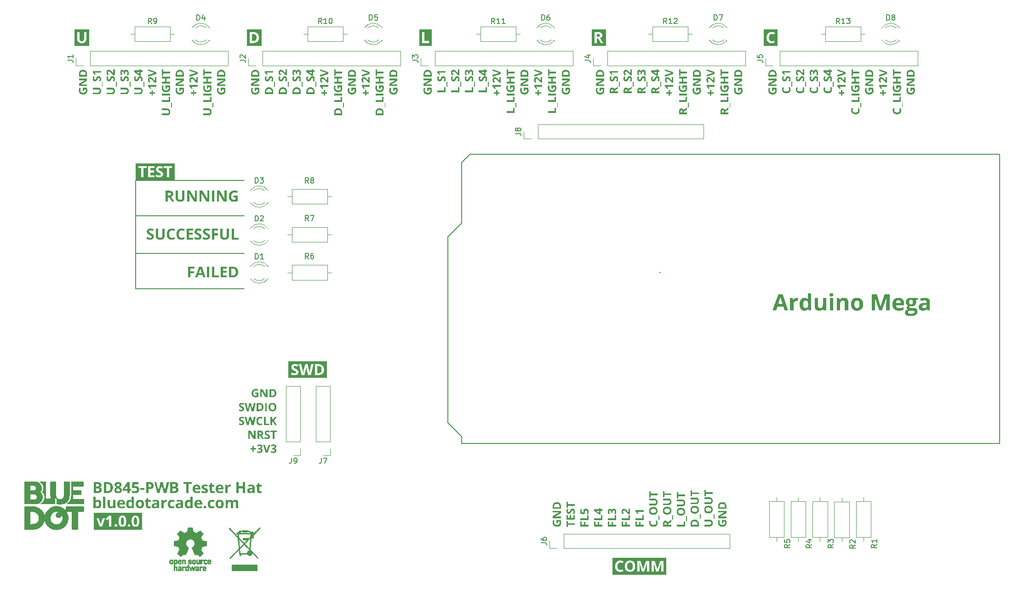
<source format=gbr>
%TF.GenerationSoftware,KiCad,Pcbnew,7.0.5*%
%TF.CreationDate,2023-06-06T17:40:15+02:00*%
%TF.ProjectId,hat,6861742e-6b69-4636-9164-5f7063625858,rev?*%
%TF.SameCoordinates,Original*%
%TF.FileFunction,Legend,Top*%
%TF.FilePolarity,Positive*%
%FSLAX46Y46*%
G04 Gerber Fmt 4.6, Leading zero omitted, Abs format (unit mm)*
G04 Created by KiCad (PCBNEW 7.0.5) date 2023-06-06 17:40:15*
%MOMM*%
%LPD*%
G01*
G04 APERTURE LIST*
%ADD10C,0.150000*%
%ADD11C,0.153000*%
%ADD12C,0.120000*%
%ADD13C,0.010000*%
G04 APERTURE END LIST*
D10*
G36*
X78568216Y-140173007D02*
G01*
X78592511Y-140176647D01*
X78615416Y-140182715D01*
X78636933Y-140191210D01*
X78657060Y-140202132D01*
X78675798Y-140215482D01*
X78693147Y-140231258D01*
X78709106Y-140249462D01*
X78712888Y-140254360D01*
X78727329Y-140275442D01*
X78737438Y-140292815D01*
X78746930Y-140311528D01*
X78755802Y-140331581D01*
X78764057Y-140352973D01*
X78771693Y-140375705D01*
X78778712Y-140399776D01*
X78785112Y-140425187D01*
X78790893Y-140451938D01*
X78796057Y-140480027D01*
X78799251Y-140499494D01*
X78802239Y-140519549D01*
X78805021Y-140540191D01*
X78807597Y-140561421D01*
X78809967Y-140583239D01*
X78812131Y-140605645D01*
X78814089Y-140628638D01*
X78815840Y-140652219D01*
X78817386Y-140676387D01*
X78818726Y-140701144D01*
X78819859Y-140726488D01*
X78820786Y-140752419D01*
X78821508Y-140778939D01*
X78822023Y-140806046D01*
X78822332Y-140833741D01*
X78822435Y-140862023D01*
X78822332Y-140890481D01*
X78822023Y-140918336D01*
X78821508Y-140945589D01*
X78820786Y-140972238D01*
X78819859Y-140998284D01*
X78818726Y-141023727D01*
X78817386Y-141048568D01*
X78815840Y-141072805D01*
X78814089Y-141096439D01*
X78812131Y-141119470D01*
X78809967Y-141141899D01*
X78807597Y-141163724D01*
X78805021Y-141184947D01*
X78802239Y-141205566D01*
X78799251Y-141225583D01*
X78796057Y-141244996D01*
X78794404Y-141254447D01*
X78789035Y-141281907D01*
X78783047Y-141308028D01*
X78776441Y-141332809D01*
X78769217Y-141356251D01*
X78761374Y-141378353D01*
X78752914Y-141399115D01*
X78743835Y-141418538D01*
X78734137Y-141436622D01*
X78723822Y-141453366D01*
X78709106Y-141473607D01*
X78693147Y-141491353D01*
X78675798Y-141506733D01*
X78657060Y-141519746D01*
X78636933Y-141530394D01*
X78615416Y-141538675D01*
X78592511Y-141544590D01*
X78568216Y-141548140D01*
X78542533Y-141549323D01*
X78516399Y-141548124D01*
X78491730Y-141544529D01*
X78468527Y-141538538D01*
X78446789Y-141530150D01*
X78426517Y-141519365D01*
X78407711Y-141506183D01*
X78390369Y-141490605D01*
X78374494Y-141472630D01*
X78370772Y-141467763D01*
X78356564Y-141446815D01*
X78346619Y-141429552D01*
X78337284Y-141410958D01*
X78328559Y-141391032D01*
X78320443Y-141369776D01*
X78312937Y-141347189D01*
X78306040Y-141323271D01*
X78299753Y-141298022D01*
X78294076Y-141271442D01*
X78289009Y-141243531D01*
X78285933Y-141224123D01*
X78283055Y-141204123D01*
X78280376Y-141183533D01*
X78277896Y-141162350D01*
X78275613Y-141140576D01*
X78273530Y-141118211D01*
X78271644Y-141095254D01*
X78269958Y-141071706D01*
X78268469Y-141047566D01*
X78267179Y-141022834D01*
X78266088Y-140997511D01*
X78265195Y-140971597D01*
X78264500Y-140945091D01*
X78264004Y-140917993D01*
X78263707Y-140890304D01*
X78263607Y-140862023D01*
X78263707Y-140833741D01*
X78264004Y-140806046D01*
X78264500Y-140778939D01*
X78265195Y-140752419D01*
X78266088Y-140726488D01*
X78267179Y-140701144D01*
X78268469Y-140676387D01*
X78269958Y-140652219D01*
X78271644Y-140628638D01*
X78273530Y-140605645D01*
X78275613Y-140583239D01*
X78277896Y-140561421D01*
X78280376Y-140540191D01*
X78283055Y-140519549D01*
X78285933Y-140499494D01*
X78289009Y-140480027D01*
X78290630Y-140470515D01*
X78295901Y-140442872D01*
X78301781Y-140416568D01*
X78308271Y-140391604D01*
X78315371Y-140367979D01*
X78323080Y-140345694D01*
X78331399Y-140324748D01*
X78340328Y-140305142D01*
X78349867Y-140286875D01*
X78360015Y-140269948D01*
X78374494Y-140249462D01*
X78378325Y-140244684D01*
X78394567Y-140227087D01*
X78412275Y-140211917D01*
X78431448Y-140199174D01*
X78452086Y-140188859D01*
X78474190Y-140180971D01*
X78497760Y-140175510D01*
X78522795Y-140172476D01*
X78542533Y-140171793D01*
X78568216Y-140173007D01*
G37*
G36*
X80965704Y-140173007D02*
G01*
X80989999Y-140176647D01*
X81012904Y-140182715D01*
X81034420Y-140191210D01*
X81054547Y-140202132D01*
X81073285Y-140215482D01*
X81090634Y-140231258D01*
X81106594Y-140249462D01*
X81110376Y-140254360D01*
X81124817Y-140275442D01*
X81134926Y-140292815D01*
X81144417Y-140311528D01*
X81153290Y-140331581D01*
X81161545Y-140352973D01*
X81169181Y-140375705D01*
X81176199Y-140399776D01*
X81182599Y-140425187D01*
X81188381Y-140451938D01*
X81193545Y-140480027D01*
X81196739Y-140499494D01*
X81199727Y-140519549D01*
X81202509Y-140540191D01*
X81205085Y-140561421D01*
X81207455Y-140583239D01*
X81209619Y-140605645D01*
X81211577Y-140628638D01*
X81213328Y-140652219D01*
X81214874Y-140676387D01*
X81216213Y-140701144D01*
X81217347Y-140726488D01*
X81218274Y-140752419D01*
X81218995Y-140778939D01*
X81219511Y-140806046D01*
X81219820Y-140833741D01*
X81219923Y-140862023D01*
X81219820Y-140890481D01*
X81219511Y-140918336D01*
X81218995Y-140945589D01*
X81218274Y-140972238D01*
X81217347Y-140998284D01*
X81216213Y-141023727D01*
X81214874Y-141048568D01*
X81213328Y-141072805D01*
X81211577Y-141096439D01*
X81209619Y-141119470D01*
X81207455Y-141141899D01*
X81205085Y-141163724D01*
X81202509Y-141184947D01*
X81199727Y-141205566D01*
X81196739Y-141225583D01*
X81193545Y-141244996D01*
X81191892Y-141254447D01*
X81186523Y-141281907D01*
X81180535Y-141308028D01*
X81173929Y-141332809D01*
X81166705Y-141356251D01*
X81158862Y-141378353D01*
X81150401Y-141399115D01*
X81141322Y-141418538D01*
X81131625Y-141436622D01*
X81121310Y-141453366D01*
X81106594Y-141473607D01*
X81090634Y-141491353D01*
X81073285Y-141506733D01*
X81054547Y-141519746D01*
X81034420Y-141530394D01*
X81012904Y-141538675D01*
X80989999Y-141544590D01*
X80965704Y-141548140D01*
X80940020Y-141549323D01*
X80913886Y-141548124D01*
X80889218Y-141544529D01*
X80866015Y-141538538D01*
X80844277Y-141530150D01*
X80824005Y-141519365D01*
X80805198Y-141506183D01*
X80787857Y-141490605D01*
X80771981Y-141472630D01*
X80768260Y-141467763D01*
X80754052Y-141446815D01*
X80744107Y-141429552D01*
X80734772Y-141410958D01*
X80726047Y-141391032D01*
X80717931Y-141369776D01*
X80710425Y-141347189D01*
X80703528Y-141323271D01*
X80697241Y-141298022D01*
X80691564Y-141271442D01*
X80686496Y-141243531D01*
X80683420Y-141224123D01*
X80680543Y-141204123D01*
X80677864Y-141183533D01*
X80675383Y-141162350D01*
X80673101Y-141140576D01*
X80671017Y-141118211D01*
X80669132Y-141095254D01*
X80667445Y-141071706D01*
X80665957Y-141047566D01*
X80664667Y-141022834D01*
X80663576Y-140997511D01*
X80662683Y-140971597D01*
X80661988Y-140945091D01*
X80661492Y-140917993D01*
X80661194Y-140890304D01*
X80661095Y-140862023D01*
X80661194Y-140833741D01*
X80661492Y-140806046D01*
X80661988Y-140778939D01*
X80662683Y-140752419D01*
X80663576Y-140726488D01*
X80664667Y-140701144D01*
X80665957Y-140676387D01*
X80667445Y-140652219D01*
X80669132Y-140628638D01*
X80671017Y-140605645D01*
X80673101Y-140583239D01*
X80675383Y-140561421D01*
X80677864Y-140540191D01*
X80680543Y-140519549D01*
X80683420Y-140499494D01*
X80686496Y-140480027D01*
X80688118Y-140470515D01*
X80693389Y-140442872D01*
X80699269Y-140416568D01*
X80705759Y-140391604D01*
X80712859Y-140367979D01*
X80720568Y-140345694D01*
X80728887Y-140324748D01*
X80737816Y-140305142D01*
X80747354Y-140286875D01*
X80757502Y-140269948D01*
X80771981Y-140249462D01*
X80775813Y-140244684D01*
X80792055Y-140227087D01*
X80809763Y-140211917D01*
X80828936Y-140199174D01*
X80849574Y-140188859D01*
X80871678Y-140180971D01*
X80895248Y-140175510D01*
X80920283Y-140172476D01*
X80940020Y-140171793D01*
X80965704Y-140173007D01*
G37*
G36*
X82154154Y-142401977D02*
G01*
X73239286Y-142401977D01*
X73239286Y-140328108D01*
X73750000Y-140328108D01*
X74335205Y-141860000D01*
X74765073Y-141860000D01*
X75328915Y-140385261D01*
X75508548Y-140385261D01*
X75713224Y-140640739D01*
X75944277Y-140449253D01*
X75951752Y-140442489D01*
X75967036Y-140428499D01*
X75982767Y-140413890D01*
X75998944Y-140398663D01*
X76015568Y-140382818D01*
X76029762Y-140369141D01*
X76046065Y-140353216D01*
X76062308Y-140336980D01*
X76077206Y-140321517D01*
X76091311Y-140305638D01*
X76091128Y-140309408D01*
X76090029Y-140332626D01*
X76089113Y-140352762D01*
X76088197Y-140373613D01*
X76087281Y-140395180D01*
X76086366Y-140417462D01*
X76085450Y-140440460D01*
X76085148Y-140449726D01*
X76084428Y-140472757D01*
X76083755Y-140495598D01*
X76083130Y-140518248D01*
X76082553Y-140540706D01*
X76082024Y-140562975D01*
X76081542Y-140585052D01*
X76081280Y-140598043D01*
X76080901Y-140618818D01*
X76080593Y-140638496D01*
X76080318Y-140660661D01*
X76080146Y-140681246D01*
X76080076Y-140703265D01*
X76080076Y-141860000D01*
X76504570Y-141860000D01*
X76504570Y-141657766D01*
X77103454Y-141657766D01*
X77103730Y-141672948D01*
X77105183Y-141694718D01*
X77107881Y-141715286D01*
X77113414Y-141740840D01*
X77121161Y-141764256D01*
X77131122Y-141785536D01*
X77143296Y-141804678D01*
X77157683Y-141821684D01*
X77174284Y-141836552D01*
X77192450Y-141849375D01*
X77211531Y-141860488D01*
X77231529Y-141869891D01*
X77252442Y-141877585D01*
X77274271Y-141883569D01*
X77297016Y-141887843D01*
X77320677Y-141890408D01*
X77345254Y-141891263D01*
X77369251Y-141890408D01*
X77392393Y-141887843D01*
X77414680Y-141883569D01*
X77436113Y-141877585D01*
X77456690Y-141869891D01*
X77476413Y-141860488D01*
X77495280Y-141849375D01*
X77513293Y-141836552D01*
X77525951Y-141825601D01*
X77540892Y-141809130D01*
X77553620Y-141790522D01*
X77564133Y-141769777D01*
X77572434Y-141746894D01*
X77578521Y-141721874D01*
X77581634Y-141701707D01*
X77583501Y-141680338D01*
X77584124Y-141657766D01*
X77583501Y-141634260D01*
X77581634Y-141612103D01*
X77578521Y-141591293D01*
X77574163Y-141571831D01*
X77566416Y-141547979D01*
X77556456Y-141526524D01*
X77544282Y-141507465D01*
X77529894Y-141490804D01*
X77513293Y-141476538D01*
X77495280Y-141464288D01*
X77476413Y-141453671D01*
X77456690Y-141444687D01*
X77436113Y-141437337D01*
X77414680Y-141431620D01*
X77392393Y-141427537D01*
X77369251Y-141425087D01*
X77345254Y-141424270D01*
X77320677Y-141425087D01*
X77297016Y-141427537D01*
X77274271Y-141431620D01*
X77252442Y-141437337D01*
X77231529Y-141444687D01*
X77211531Y-141453671D01*
X77192450Y-141464288D01*
X77174284Y-141476538D01*
X77157683Y-141490804D01*
X77143296Y-141507465D01*
X77131122Y-141526524D01*
X77121161Y-141547979D01*
X77113414Y-141571831D01*
X77109057Y-141591293D01*
X77105944Y-141612103D01*
X77104076Y-141634260D01*
X77103454Y-141657766D01*
X76504570Y-141657766D01*
X76504570Y-140861535D01*
X77841556Y-140861535D01*
X77841558Y-140862023D01*
X77841628Y-140881596D01*
X77841846Y-140901478D01*
X77842716Y-140940708D01*
X77844166Y-140979224D01*
X77846196Y-141017026D01*
X77848807Y-141054115D01*
X77851997Y-141090490D01*
X77855768Y-141126151D01*
X77860118Y-141161099D01*
X77865049Y-141195333D01*
X77870560Y-141228853D01*
X77876650Y-141261660D01*
X77883321Y-141293753D01*
X77890572Y-141325132D01*
X77898403Y-141355798D01*
X77906814Y-141385750D01*
X77915806Y-141414989D01*
X77925403Y-141443447D01*
X77935635Y-141471058D01*
X77946500Y-141497822D01*
X77957998Y-141523738D01*
X77970130Y-141548807D01*
X77982896Y-141573029D01*
X77996295Y-141596404D01*
X78010327Y-141618932D01*
X78024994Y-141640612D01*
X78040293Y-141661445D01*
X78056226Y-141681431D01*
X78072793Y-141700570D01*
X78089993Y-141718861D01*
X78107826Y-141736306D01*
X78126293Y-141752903D01*
X78145394Y-141768653D01*
X78165149Y-141783500D01*
X78185579Y-141797389D01*
X78206685Y-141810321D01*
X78228467Y-141822295D01*
X78250924Y-141833310D01*
X78274056Y-141843368D01*
X78297864Y-141852468D01*
X78322348Y-141860610D01*
X78347507Y-141867794D01*
X78373341Y-141874021D01*
X78399851Y-141879289D01*
X78427036Y-141883599D01*
X78454897Y-141886952D01*
X78483434Y-141889347D01*
X78512645Y-141890784D01*
X78542533Y-141891263D01*
X78566306Y-141890990D01*
X78589633Y-141890171D01*
X78612514Y-141888807D01*
X78634948Y-141886897D01*
X78656936Y-141884441D01*
X78678477Y-141881439D01*
X78699571Y-141877892D01*
X78720219Y-141873799D01*
X78740421Y-141869161D01*
X78760176Y-141863976D01*
X78779484Y-141858246D01*
X78798346Y-141851970D01*
X78816762Y-141845148D01*
X78843548Y-141833893D01*
X78869330Y-141821409D01*
X78885980Y-141812431D01*
X78910197Y-141798041D01*
X78933504Y-141782544D01*
X78955901Y-141765939D01*
X78977388Y-141748226D01*
X78997964Y-141729405D01*
X79017631Y-141709477D01*
X79036387Y-141688441D01*
X79054233Y-141666298D01*
X79060447Y-141657766D01*
X79500942Y-141657766D01*
X79501218Y-141672948D01*
X79502671Y-141694718D01*
X79505368Y-141715286D01*
X79510902Y-141740840D01*
X79518649Y-141764256D01*
X79528610Y-141785536D01*
X79540784Y-141804678D01*
X79555171Y-141821684D01*
X79571772Y-141836552D01*
X79589938Y-141849375D01*
X79609019Y-141860488D01*
X79629016Y-141869891D01*
X79649930Y-141877585D01*
X79671759Y-141883569D01*
X79694504Y-141887843D01*
X79718165Y-141890408D01*
X79742742Y-141891263D01*
X79766739Y-141890408D01*
X79789881Y-141887843D01*
X79812168Y-141883569D01*
X79833600Y-141877585D01*
X79854178Y-141869891D01*
X79873900Y-141860488D01*
X79892768Y-141849375D01*
X79910781Y-141836552D01*
X79923439Y-141825601D01*
X79938380Y-141809130D01*
X79951107Y-141790522D01*
X79961621Y-141769777D01*
X79969922Y-141746894D01*
X79976009Y-141721874D01*
X79979121Y-141701707D01*
X79980989Y-141680338D01*
X79981612Y-141657766D01*
X79980989Y-141634260D01*
X79979121Y-141612103D01*
X79976009Y-141591293D01*
X79971651Y-141571831D01*
X79963904Y-141547979D01*
X79953943Y-141526524D01*
X79941769Y-141507465D01*
X79927382Y-141490804D01*
X79910781Y-141476538D01*
X79892768Y-141464288D01*
X79873900Y-141453671D01*
X79854178Y-141444687D01*
X79833600Y-141437337D01*
X79812168Y-141431620D01*
X79789881Y-141427537D01*
X79766739Y-141425087D01*
X79742742Y-141424270D01*
X79718165Y-141425087D01*
X79694504Y-141427537D01*
X79671759Y-141431620D01*
X79649930Y-141437337D01*
X79629016Y-141444687D01*
X79609019Y-141453671D01*
X79589938Y-141464288D01*
X79571772Y-141476538D01*
X79555171Y-141490804D01*
X79540784Y-141507465D01*
X79528610Y-141526524D01*
X79518649Y-141547979D01*
X79510902Y-141571831D01*
X79506544Y-141591293D01*
X79503432Y-141612103D01*
X79501564Y-141634260D01*
X79500942Y-141657766D01*
X79060447Y-141657766D01*
X79071169Y-141643046D01*
X79087194Y-141618688D01*
X79097397Y-141601795D01*
X79107245Y-141584455D01*
X79116738Y-141566670D01*
X79125876Y-141548437D01*
X79134659Y-141529758D01*
X79143088Y-141510633D01*
X79151161Y-141491061D01*
X79158879Y-141471043D01*
X79166243Y-141450578D01*
X79173252Y-141429667D01*
X79179905Y-141408309D01*
X79186204Y-141386504D01*
X79192148Y-141364253D01*
X79197737Y-141341556D01*
X79202971Y-141318412D01*
X79207850Y-141294822D01*
X79212464Y-141270804D01*
X79216780Y-141246378D01*
X79220799Y-141221543D01*
X79224520Y-141196300D01*
X79227943Y-141170649D01*
X79231068Y-141144589D01*
X79233896Y-141118121D01*
X79236427Y-141091245D01*
X79238659Y-141063961D01*
X79240594Y-141036268D01*
X79242231Y-141008166D01*
X79243571Y-140979657D01*
X79244613Y-140950739D01*
X79245357Y-140921412D01*
X79245803Y-140891678D01*
X79245952Y-140861535D01*
X80239043Y-140861535D01*
X80239045Y-140862023D01*
X80239116Y-140881596D01*
X80239334Y-140901478D01*
X80240204Y-140940708D01*
X80241654Y-140979224D01*
X80243684Y-141017026D01*
X80246294Y-141054115D01*
X80249485Y-141090490D01*
X80253255Y-141126151D01*
X80257606Y-141161099D01*
X80262537Y-141195333D01*
X80268047Y-141228853D01*
X80274138Y-141261660D01*
X80280809Y-141293753D01*
X80288060Y-141325132D01*
X80295891Y-141355798D01*
X80304302Y-141385750D01*
X80313293Y-141414989D01*
X80322891Y-141443447D01*
X80333123Y-141471058D01*
X80343988Y-141497822D01*
X80355486Y-141523738D01*
X80367618Y-141548807D01*
X80380384Y-141573029D01*
X80393783Y-141596404D01*
X80407815Y-141618932D01*
X80422481Y-141640612D01*
X80437781Y-141661445D01*
X80453714Y-141681431D01*
X80470280Y-141700570D01*
X80487480Y-141718861D01*
X80505314Y-141736306D01*
X80523781Y-141752903D01*
X80542882Y-141768653D01*
X80562637Y-141783500D01*
X80583067Y-141797389D01*
X80604173Y-141810321D01*
X80625955Y-141822295D01*
X80648412Y-141833310D01*
X80671544Y-141843368D01*
X80695352Y-141852468D01*
X80719836Y-141860610D01*
X80744994Y-141867794D01*
X80770829Y-141874021D01*
X80797339Y-141879289D01*
X80824524Y-141883599D01*
X80852385Y-141886952D01*
X80880921Y-141889347D01*
X80910133Y-141890784D01*
X80940020Y-141891263D01*
X80963794Y-141890990D01*
X80987121Y-141890171D01*
X81010002Y-141888807D01*
X81032436Y-141886897D01*
X81054423Y-141884441D01*
X81075964Y-141881439D01*
X81097059Y-141877892D01*
X81117707Y-141873799D01*
X81137909Y-141869161D01*
X81157664Y-141863976D01*
X81176972Y-141858246D01*
X81195834Y-141851970D01*
X81214250Y-141845148D01*
X81241036Y-141833893D01*
X81266817Y-141821409D01*
X81283468Y-141812431D01*
X81307685Y-141798041D01*
X81330992Y-141782544D01*
X81353389Y-141765939D01*
X81374876Y-141748226D01*
X81395452Y-141729405D01*
X81415119Y-141709477D01*
X81433875Y-141688441D01*
X81451721Y-141666298D01*
X81468656Y-141643046D01*
X81484682Y-141618688D01*
X81494885Y-141601795D01*
X81504733Y-141584455D01*
X81514226Y-141566670D01*
X81523364Y-141548437D01*
X81532147Y-141529758D01*
X81540575Y-141510633D01*
X81548649Y-141491061D01*
X81556367Y-141471043D01*
X81563731Y-141450578D01*
X81570739Y-141429667D01*
X81577393Y-141408309D01*
X81583692Y-141386504D01*
X81589636Y-141364253D01*
X81595225Y-141341556D01*
X81600459Y-141318412D01*
X81605338Y-141294822D01*
X81609952Y-141270804D01*
X81614268Y-141246378D01*
X81618287Y-141221543D01*
X81622008Y-141196300D01*
X81625431Y-141170649D01*
X81628556Y-141144589D01*
X81631384Y-141118121D01*
X81633914Y-141091245D01*
X81636147Y-141063961D01*
X81638082Y-141036268D01*
X81639719Y-141008166D01*
X81641058Y-140979657D01*
X81642100Y-140950739D01*
X81642844Y-140921412D01*
X81643291Y-140891678D01*
X81643440Y-140861535D01*
X81643366Y-140841233D01*
X81643144Y-140821118D01*
X81642774Y-140801189D01*
X81642257Y-140781446D01*
X81640778Y-140742518D01*
X81638708Y-140704334D01*
X81636046Y-140666894D01*
X81632792Y-140630199D01*
X81628947Y-140594247D01*
X81624511Y-140559040D01*
X81619483Y-140524577D01*
X81613864Y-140490858D01*
X81607653Y-140457883D01*
X81600850Y-140425653D01*
X81593456Y-140394167D01*
X81585470Y-140363424D01*
X81576893Y-140333426D01*
X81567725Y-140304173D01*
X81557947Y-140275714D01*
X81547544Y-140248104D01*
X81536515Y-140221340D01*
X81524860Y-140195423D01*
X81512579Y-140170354D01*
X81499672Y-140146132D01*
X81486140Y-140122757D01*
X81471981Y-140100230D01*
X81457197Y-140078549D01*
X81441787Y-140057716D01*
X81425751Y-140037730D01*
X81409089Y-140018592D01*
X81391801Y-140000300D01*
X81373887Y-139982856D01*
X81355348Y-139966259D01*
X81336182Y-139950509D01*
X81316374Y-139935662D01*
X81295905Y-139921772D01*
X81274776Y-139908841D01*
X81252987Y-139896867D01*
X81230538Y-139885851D01*
X81207428Y-139875794D01*
X81183658Y-139866694D01*
X81159228Y-139858551D01*
X81134138Y-139851367D01*
X81108388Y-139845141D01*
X81081977Y-139839873D01*
X81054906Y-139835562D01*
X81027175Y-139832210D01*
X80998784Y-139829815D01*
X80969732Y-139828378D01*
X80940020Y-139827899D01*
X80908305Y-139828382D01*
X80877395Y-139829830D01*
X80847290Y-139832244D01*
X80817991Y-139835623D01*
X80789496Y-139839968D01*
X80761807Y-139845278D01*
X80734923Y-139851554D01*
X80708845Y-139858796D01*
X80683571Y-139867003D01*
X80659103Y-139876175D01*
X80635440Y-139886313D01*
X80612582Y-139897417D01*
X80590530Y-139909486D01*
X80569283Y-139922520D01*
X80548841Y-139936520D01*
X80529204Y-139951486D01*
X80510304Y-139967295D01*
X80492071Y-139983947D01*
X80474507Y-140001443D01*
X80457610Y-140019782D01*
X80441381Y-140038965D01*
X80425821Y-140058991D01*
X80410927Y-140079860D01*
X80396702Y-140101573D01*
X80383145Y-140124129D01*
X80370255Y-140147529D01*
X80358034Y-140171772D01*
X80346480Y-140196858D01*
X80335594Y-140222788D01*
X80325376Y-140249561D01*
X80315825Y-140277178D01*
X80306943Y-140305638D01*
X80298721Y-140334886D01*
X80291029Y-140364867D01*
X80283868Y-140395580D01*
X80277237Y-140427027D01*
X80271137Y-140459206D01*
X80265567Y-140492117D01*
X80260527Y-140525762D01*
X80256018Y-140560139D01*
X80252040Y-140595249D01*
X80248592Y-140631092D01*
X80245674Y-140667667D01*
X80243287Y-140704975D01*
X80241431Y-140743016D01*
X80240104Y-140781789D01*
X80239640Y-140801451D01*
X80239309Y-140821296D01*
X80239110Y-140841324D01*
X80239043Y-140861535D01*
X79245952Y-140861535D01*
X79245878Y-140841233D01*
X79245656Y-140821118D01*
X79245287Y-140801189D01*
X79244769Y-140781446D01*
X79243290Y-140742518D01*
X79241220Y-140704334D01*
X79238558Y-140666894D01*
X79235305Y-140630199D01*
X79231460Y-140594247D01*
X79227023Y-140559040D01*
X79221995Y-140524577D01*
X79216376Y-140490858D01*
X79210165Y-140457883D01*
X79203362Y-140425653D01*
X79195968Y-140394167D01*
X79187983Y-140363424D01*
X79179405Y-140333426D01*
X79170237Y-140304173D01*
X79160459Y-140275714D01*
X79150056Y-140248104D01*
X79139027Y-140221340D01*
X79127372Y-140195423D01*
X79115091Y-140170354D01*
X79102185Y-140146132D01*
X79088652Y-140122757D01*
X79074494Y-140100230D01*
X79059709Y-140078549D01*
X79044299Y-140057716D01*
X79028263Y-140037730D01*
X79011601Y-140018592D01*
X78994313Y-140000300D01*
X78976400Y-139982856D01*
X78957860Y-139966259D01*
X78938695Y-139950509D01*
X78918886Y-139935662D01*
X78898417Y-139921772D01*
X78877288Y-139908841D01*
X78855499Y-139896867D01*
X78833050Y-139885851D01*
X78809940Y-139875794D01*
X78786171Y-139866694D01*
X78761741Y-139858551D01*
X78736650Y-139851367D01*
X78710900Y-139845141D01*
X78684489Y-139839873D01*
X78657418Y-139835562D01*
X78629687Y-139832210D01*
X78601296Y-139829815D01*
X78572244Y-139828378D01*
X78542533Y-139827899D01*
X78510817Y-139828382D01*
X78479907Y-139829830D01*
X78449802Y-139832244D01*
X78420503Y-139835623D01*
X78392008Y-139839968D01*
X78364319Y-139845278D01*
X78337435Y-139851554D01*
X78311357Y-139858796D01*
X78286083Y-139867003D01*
X78261615Y-139876175D01*
X78237952Y-139886313D01*
X78215095Y-139897417D01*
X78193042Y-139909486D01*
X78171795Y-139922520D01*
X78151353Y-139936520D01*
X78131716Y-139951486D01*
X78112816Y-139967295D01*
X78094584Y-139983947D01*
X78077019Y-140001443D01*
X78060122Y-140019782D01*
X78043894Y-140038965D01*
X78028333Y-140058991D01*
X78013440Y-140079860D01*
X77999214Y-140101573D01*
X77985657Y-140124129D01*
X77972768Y-140147529D01*
X77960546Y-140171772D01*
X77948992Y-140196858D01*
X77938106Y-140222788D01*
X77927888Y-140249561D01*
X77918338Y-140277178D01*
X77909455Y-140305638D01*
X77901233Y-140334886D01*
X77893541Y-140364867D01*
X77886380Y-140395580D01*
X77879749Y-140427027D01*
X77873649Y-140459206D01*
X77868079Y-140492117D01*
X77863040Y-140525762D01*
X77858531Y-140560139D01*
X77854552Y-140595249D01*
X77851104Y-140631092D01*
X77848186Y-140667667D01*
X77845799Y-140704975D01*
X77843943Y-140743016D01*
X77842617Y-140781789D01*
X77842152Y-140801451D01*
X77841821Y-140821296D01*
X77841622Y-140841324D01*
X77841556Y-140861535D01*
X76504570Y-140861535D01*
X76504570Y-139859162D01*
X76155792Y-139859162D01*
X75508548Y-140385261D01*
X75328915Y-140385261D01*
X75350767Y-140328108D01*
X74912107Y-140328108D01*
X74617062Y-141201032D01*
X74610635Y-141220289D01*
X74604544Y-141239714D01*
X74598789Y-141259307D01*
X74593370Y-141279068D01*
X74588287Y-141298997D01*
X74583539Y-141319093D01*
X74579128Y-141339358D01*
X74575052Y-141359790D01*
X74574086Y-141364910D01*
X74570441Y-141385209D01*
X74567148Y-141405218D01*
X74564205Y-141424937D01*
X74561614Y-141444365D01*
X74558869Y-141468244D01*
X74556672Y-141491668D01*
X74555024Y-141514640D01*
X74544277Y-141514640D01*
X74542231Y-141493286D01*
X74539755Y-141471048D01*
X74536850Y-141447929D01*
X74533515Y-141423927D01*
X74530539Y-141404090D01*
X74527287Y-141383688D01*
X74523761Y-141362721D01*
X74520059Y-141341602D01*
X74516037Y-141320742D01*
X74511694Y-141300141D01*
X74507030Y-141279801D01*
X74502046Y-141259719D01*
X74496741Y-141239897D01*
X74491116Y-141220335D01*
X74485170Y-141201032D01*
X74188171Y-140328108D01*
X73750000Y-140328108D01*
X73239286Y-140328108D01*
X73239286Y-139317185D01*
X82154154Y-139317185D01*
X82154154Y-142401977D01*
G37*
G36*
X73638939Y-136825038D02*
G01*
X73638862Y-136846386D01*
X73638633Y-136867689D01*
X73638252Y-136888946D01*
X73637718Y-136910157D01*
X73637031Y-136931322D01*
X73636191Y-136952441D01*
X73635199Y-136973515D01*
X73634054Y-136994542D01*
X73632802Y-137014952D01*
X73631152Y-137038789D01*
X73629406Y-137060767D01*
X73627564Y-137080883D01*
X73625229Y-137102567D01*
X73622330Y-137124480D01*
X73638939Y-137124480D01*
X73650678Y-137106960D01*
X73663182Y-137089938D01*
X73676450Y-137073415D01*
X73690482Y-137057389D01*
X73705278Y-137041862D01*
X73720838Y-137026832D01*
X73737163Y-137012301D01*
X73754252Y-136998267D01*
X73772105Y-136984732D01*
X73790722Y-136971694D01*
X73803558Y-136963279D01*
X73823700Y-136951407D01*
X73844923Y-136940702D01*
X73867229Y-136931165D01*
X73890616Y-136922796D01*
X73915085Y-136915595D01*
X73940636Y-136909561D01*
X73967269Y-136904695D01*
X73994984Y-136900997D01*
X74023781Y-136898467D01*
X74043580Y-136897429D01*
X74063859Y-136896910D01*
X74074180Y-136896845D01*
X74106099Y-136897635D01*
X74137255Y-136900005D01*
X74167648Y-136903955D01*
X74197278Y-136909485D01*
X74226144Y-136916595D01*
X74254248Y-136925284D01*
X74281588Y-136935554D01*
X74308164Y-136947404D01*
X74333978Y-136960833D01*
X74359028Y-136975843D01*
X74383315Y-136992432D01*
X74406838Y-137010601D01*
X74429599Y-137030351D01*
X74451596Y-137051680D01*
X74472830Y-137074589D01*
X74493300Y-137099078D01*
X74512761Y-137125094D01*
X74530967Y-137152583D01*
X74547917Y-137181545D01*
X74563612Y-137211980D01*
X74578051Y-137243888D01*
X74591234Y-137277269D01*
X74603162Y-137312123D01*
X74613834Y-137348450D01*
X74623251Y-137386251D01*
X74627488Y-137405703D01*
X74631412Y-137425524D01*
X74635022Y-137445713D01*
X74638318Y-137466271D01*
X74641300Y-137487196D01*
X74643968Y-137508490D01*
X74646322Y-137530153D01*
X74648362Y-137552183D01*
X74650088Y-137574582D01*
X74651501Y-137597349D01*
X74652600Y-137620484D01*
X74653384Y-137643988D01*
X74653855Y-137667860D01*
X74654012Y-137692100D01*
X74653722Y-137724621D01*
X74652852Y-137756481D01*
X74651402Y-137787681D01*
X74649371Y-137818221D01*
X74646761Y-137848101D01*
X74643571Y-137877320D01*
X74639800Y-137905879D01*
X74635450Y-137933778D01*
X74630519Y-137961017D01*
X74625008Y-137987596D01*
X74618917Y-138013514D01*
X74612247Y-138038772D01*
X74604996Y-138063370D01*
X74597165Y-138087308D01*
X74588753Y-138110585D01*
X74579762Y-138133203D01*
X74570309Y-138155087D01*
X74560391Y-138176289D01*
X74550007Y-138196807D01*
X74539157Y-138216642D01*
X74527842Y-138235794D01*
X74516061Y-138254263D01*
X74503814Y-138272049D01*
X74491102Y-138289152D01*
X74477924Y-138305571D01*
X74464281Y-138321308D01*
X74450172Y-138336361D01*
X74435598Y-138350731D01*
X74420558Y-138364418D01*
X74405052Y-138377423D01*
X74389081Y-138389743D01*
X74372644Y-138401381D01*
X74355809Y-138412265D01*
X74338641Y-138422447D01*
X74321141Y-138431927D01*
X74303310Y-138440704D01*
X74285146Y-138448780D01*
X74266651Y-138456153D01*
X74247823Y-138462824D01*
X74228663Y-138468792D01*
X74209171Y-138474059D01*
X74189348Y-138478623D01*
X74169192Y-138482485D01*
X74148704Y-138485645D01*
X74127884Y-138488103D01*
X74106733Y-138489858D01*
X74085249Y-138490911D01*
X74063433Y-138491263D01*
X74042584Y-138491028D01*
X74022293Y-138490324D01*
X74002559Y-138489150D01*
X73974003Y-138486510D01*
X73946700Y-138482813D01*
X73920651Y-138478061D01*
X73895856Y-138472252D01*
X73872314Y-138465387D01*
X73850026Y-138457465D01*
X73828991Y-138448488D01*
X73809210Y-138438455D01*
X73796720Y-138431179D01*
X73778815Y-138419688D01*
X73761554Y-138407932D01*
X73744938Y-138395909D01*
X73728965Y-138383620D01*
X73713637Y-138371065D01*
X73694200Y-138353911D01*
X73675909Y-138336283D01*
X73658762Y-138318183D01*
X73642760Y-138299609D01*
X73638939Y-138294891D01*
X73610118Y-138294891D01*
X73539776Y-138460000D01*
X73219818Y-138460000D01*
X73219818Y-137689169D01*
X73638939Y-137689169D01*
X73639196Y-137716845D01*
X73639969Y-137743696D01*
X73641257Y-137769723D01*
X73643060Y-137794926D01*
X73645379Y-137819305D01*
X73648212Y-137842859D01*
X73651561Y-137865589D01*
X73655425Y-137887494D01*
X73659804Y-137908575D01*
X73664699Y-137928832D01*
X73670108Y-137948265D01*
X73679189Y-137975868D01*
X73689428Y-138001617D01*
X73700827Y-138025511D01*
X73704884Y-138033063D01*
X73718202Y-138054364D01*
X73733426Y-138073569D01*
X73750557Y-138090680D01*
X73769593Y-138105695D01*
X73790536Y-138118615D01*
X73813385Y-138129440D01*
X73838141Y-138138169D01*
X73864802Y-138144804D01*
X73893370Y-138149344D01*
X73913474Y-138151206D01*
X73934426Y-138152137D01*
X73945219Y-138152254D01*
X73968936Y-138151202D01*
X73991725Y-138148046D01*
X74013586Y-138142787D01*
X74034521Y-138135424D01*
X74054528Y-138125957D01*
X74073607Y-138114386D01*
X74091759Y-138100712D01*
X74108984Y-138084934D01*
X74125282Y-138067052D01*
X74140652Y-138047067D01*
X74150383Y-138032575D01*
X74164089Y-138009116D01*
X74176447Y-137983802D01*
X74187456Y-137956634D01*
X74194047Y-137937492D01*
X74200039Y-137917525D01*
X74205431Y-137896734D01*
X74210224Y-137875118D01*
X74214418Y-137852678D01*
X74218013Y-137829414D01*
X74221009Y-137805326D01*
X74223406Y-137780413D01*
X74225203Y-137754676D01*
X74226402Y-137728114D01*
X74227001Y-137700729D01*
X74227076Y-137686727D01*
X74226774Y-137658893D01*
X74225870Y-137631932D01*
X74224362Y-137605846D01*
X74222252Y-137580634D01*
X74219538Y-137556295D01*
X74216222Y-137532831D01*
X74212303Y-137510240D01*
X74207780Y-137488524D01*
X74202655Y-137467681D01*
X74196927Y-137447712D01*
X74190596Y-137428617D01*
X74179968Y-137401614D01*
X74167984Y-137376576D01*
X74154643Y-137353505D01*
X74149895Y-137346252D01*
X74135017Y-137325824D01*
X74119143Y-137307406D01*
X74102273Y-137290997D01*
X74084407Y-137276597D01*
X74065545Y-137264207D01*
X74045687Y-137253825D01*
X74024833Y-137245453D01*
X74002983Y-137239091D01*
X73980137Y-137234737D01*
X73956294Y-137232393D01*
X73939846Y-137231946D01*
X73919633Y-137232346D01*
X73893911Y-137234120D01*
X73869594Y-137237315D01*
X73846681Y-137241928D01*
X73825172Y-137247962D01*
X73805068Y-137255415D01*
X73786368Y-137264288D01*
X73769073Y-137274581D01*
X73764968Y-137277376D01*
X73749390Y-137289443D01*
X73734896Y-137302930D01*
X73721485Y-137317836D01*
X73709159Y-137334162D01*
X73697916Y-137351908D01*
X73687757Y-137371073D01*
X73678682Y-137391658D01*
X73670690Y-137413663D01*
X73663783Y-137437133D01*
X73657715Y-137462115D01*
X73653715Y-137481843D01*
X73650187Y-137502421D01*
X73647132Y-137523849D01*
X73644549Y-137546127D01*
X73642438Y-137569255D01*
X73640799Y-137593233D01*
X73639633Y-137618061D01*
X73638939Y-137643740D01*
X73638939Y-137689169D01*
X73219818Y-137689169D01*
X73219818Y-136334110D01*
X73638939Y-136334110D01*
X73638939Y-136825038D01*
G37*
G36*
X75409211Y-138460000D02*
G01*
X74990090Y-138460000D01*
X74990090Y-136334110D01*
X75409211Y-136334110D01*
X75409211Y-138460000D01*
G37*
G36*
X77253733Y-136928108D02*
G01*
X77253733Y-138460000D01*
X76932309Y-138460000D01*
X76875645Y-138267536D01*
X76853663Y-138267536D01*
X76840940Y-138286625D01*
X76827438Y-138304814D01*
X76813157Y-138322102D01*
X76798098Y-138338489D01*
X76782260Y-138353975D01*
X76765644Y-138368561D01*
X76748249Y-138382246D01*
X76730076Y-138395031D01*
X76711277Y-138406961D01*
X76692005Y-138418081D01*
X76672259Y-138428393D01*
X76652041Y-138437896D01*
X76631349Y-138446589D01*
X76610184Y-138454474D01*
X76588545Y-138461549D01*
X76566434Y-138467815D01*
X76544093Y-138473311D01*
X76521523Y-138478073D01*
X76498725Y-138482103D01*
X76475697Y-138485401D01*
X76452441Y-138487965D01*
X76428955Y-138489797D01*
X76405241Y-138490896D01*
X76381297Y-138491263D01*
X76360827Y-138491036D01*
X76340692Y-138490354D01*
X76320893Y-138489219D01*
X76291824Y-138486664D01*
X76263511Y-138483088D01*
X76235954Y-138478490D01*
X76209152Y-138472870D01*
X76183106Y-138466228D01*
X76157815Y-138458565D01*
X76133280Y-138449879D01*
X76109501Y-138440172D01*
X76094068Y-138433133D01*
X76071642Y-138421571D01*
X76050161Y-138408867D01*
X76029625Y-138395021D01*
X76010033Y-138380033D01*
X75991386Y-138363903D01*
X75973683Y-138346631D01*
X75956925Y-138328217D01*
X75941111Y-138308661D01*
X75926242Y-138287962D01*
X75912317Y-138266122D01*
X75903558Y-138250928D01*
X75891424Y-138227102D01*
X75880483Y-138201972D01*
X75870736Y-138175537D01*
X75862182Y-138147796D01*
X75857143Y-138128577D01*
X75852634Y-138108778D01*
X75848655Y-138088399D01*
X75845207Y-138067440D01*
X75842290Y-138045901D01*
X75839903Y-138023782D01*
X75838046Y-138001082D01*
X75836720Y-137977803D01*
X75835924Y-137953944D01*
X75835659Y-137929504D01*
X75835659Y-136928108D01*
X76254780Y-136928108D01*
X76254780Y-137824968D01*
X76255011Y-137845290D01*
X76255703Y-137864978D01*
X76257608Y-137893323D01*
X76260552Y-137920242D01*
X76264535Y-137945736D01*
X76269556Y-137969804D01*
X76275617Y-137992447D01*
X76282717Y-138013665D01*
X76290856Y-138033457D01*
X76300033Y-138051824D01*
X76310250Y-138068765D01*
X76313886Y-138074096D01*
X76329755Y-138093673D01*
X76347806Y-138110641D01*
X76368040Y-138124998D01*
X76390457Y-138136744D01*
X76408702Y-138143841D01*
X76428175Y-138149470D01*
X76448876Y-138153630D01*
X76470805Y-138156322D01*
X76493962Y-138157545D01*
X76501953Y-138157627D01*
X76525465Y-138157116D01*
X76548007Y-138155583D01*
X76569578Y-138153029D01*
X76590179Y-138149452D01*
X76609809Y-138144854D01*
X76634474Y-138137134D01*
X76657414Y-138127597D01*
X76678628Y-138116243D01*
X76698118Y-138103073D01*
X76702721Y-138099497D01*
X76720238Y-138083988D01*
X76736396Y-138066769D01*
X76751196Y-138047840D01*
X76764637Y-138027201D01*
X76776719Y-138004853D01*
X76784889Y-137986970D01*
X76792295Y-137968125D01*
X76798937Y-137948318D01*
X76804815Y-137927550D01*
X76810140Y-137905859D01*
X76814941Y-137883283D01*
X76819219Y-137859823D01*
X76822973Y-137835478D01*
X76826203Y-137810249D01*
X76828909Y-137784136D01*
X76831091Y-137757138D01*
X76832750Y-137729255D01*
X76833885Y-137700489D01*
X76834350Y-137680819D01*
X76834583Y-137660757D01*
X76834612Y-137650579D01*
X76834612Y-136928108D01*
X77253733Y-136928108D01*
G37*
G36*
X78342581Y-136897168D02*
G01*
X78368511Y-136898135D01*
X78393979Y-136899748D01*
X78418985Y-136902005D01*
X78443530Y-136904907D01*
X78467612Y-136908454D01*
X78491233Y-136912647D01*
X78514392Y-136917484D01*
X78537090Y-136922966D01*
X78559325Y-136929093D01*
X78581099Y-136935865D01*
X78602411Y-136943282D01*
X78623262Y-136951344D01*
X78643650Y-136960051D01*
X78663577Y-136969403D01*
X78683042Y-136979399D01*
X78702001Y-136989948D01*
X78720411Y-137001076D01*
X78738271Y-137012784D01*
X78755582Y-137025073D01*
X78772343Y-137037941D01*
X78788555Y-137051390D01*
X78804217Y-137065419D01*
X78819330Y-137080027D01*
X78833893Y-137095216D01*
X78847906Y-137110985D01*
X78861370Y-137127334D01*
X78874284Y-137144263D01*
X78886649Y-137161772D01*
X78898464Y-137179862D01*
X78909730Y-137198531D01*
X78920446Y-137217780D01*
X78930620Y-137237530D01*
X78940138Y-137257821D01*
X78949000Y-137278654D01*
X78957205Y-137300029D01*
X78964753Y-137321946D01*
X78971646Y-137344405D01*
X78977881Y-137367406D01*
X78983461Y-137390949D01*
X78988384Y-137415033D01*
X78992650Y-137439660D01*
X78996261Y-137464828D01*
X78999214Y-137490539D01*
X79001512Y-137516791D01*
X79003153Y-137543585D01*
X79004137Y-137570921D01*
X79004466Y-137598799D01*
X79004466Y-137803475D01*
X78013817Y-137803475D01*
X78015034Y-137825161D01*
X78016977Y-137846255D01*
X78019644Y-137866758D01*
X78023037Y-137886670D01*
X78027155Y-137905990D01*
X78034691Y-137933861D01*
X78043859Y-137960401D01*
X78054658Y-137985610D01*
X78067088Y-138009488D01*
X78081150Y-138032035D01*
X78096844Y-138053251D01*
X78114169Y-138073136D01*
X78120307Y-138079469D01*
X78139674Y-138097365D01*
X78160406Y-138113501D01*
X78182504Y-138127876D01*
X78205967Y-138140492D01*
X78230795Y-138151347D01*
X78256989Y-138160441D01*
X78284548Y-138167776D01*
X78313472Y-138173350D01*
X78333513Y-138176088D01*
X78354161Y-138178044D01*
X78375416Y-138179218D01*
X78397278Y-138179609D01*
X78424541Y-138179343D01*
X78451374Y-138178544D01*
X78477778Y-138177213D01*
X78503753Y-138175350D01*
X78529298Y-138172954D01*
X78554414Y-138170026D01*
X78579101Y-138166566D01*
X78603358Y-138162573D01*
X78627186Y-138158048D01*
X78650584Y-138152990D01*
X78665945Y-138149323D01*
X78688990Y-138143378D01*
X78712147Y-138136901D01*
X78735415Y-138129891D01*
X78758796Y-138122349D01*
X78782287Y-138114275D01*
X78805890Y-138105668D01*
X78829605Y-138096529D01*
X78853432Y-138086857D01*
X78877370Y-138076654D01*
X78901420Y-138065917D01*
X78917515Y-138058464D01*
X78917515Y-138382819D01*
X78896080Y-138393086D01*
X78874456Y-138402820D01*
X78852643Y-138412022D01*
X78830641Y-138420692D01*
X78808450Y-138428829D01*
X78786071Y-138436434D01*
X78763502Y-138443506D01*
X78740744Y-138450047D01*
X78717798Y-138456054D01*
X78694663Y-138461530D01*
X78679134Y-138464884D01*
X78655402Y-138469598D01*
X78630734Y-138473849D01*
X78605130Y-138477636D01*
X78578590Y-138480959D01*
X78551114Y-138483818D01*
X78522702Y-138486214D01*
X78493355Y-138488146D01*
X78473269Y-138489176D01*
X78452768Y-138490000D01*
X78431851Y-138490619D01*
X78410518Y-138491031D01*
X78388769Y-138491237D01*
X78377739Y-138491263D01*
X78349122Y-138490931D01*
X78320914Y-138489935D01*
X78293114Y-138488274D01*
X78265723Y-138485950D01*
X78238740Y-138482962D01*
X78212165Y-138479310D01*
X78185998Y-138474994D01*
X78160240Y-138470013D01*
X78134891Y-138464369D01*
X78109949Y-138458061D01*
X78085416Y-138451088D01*
X78061291Y-138443452D01*
X78037575Y-138435152D01*
X78014267Y-138426187D01*
X77991367Y-138416559D01*
X77968876Y-138406266D01*
X77946949Y-138395231D01*
X77925622Y-138383498D01*
X77904894Y-138371066D01*
X77884765Y-138357937D01*
X77865235Y-138344108D01*
X77846304Y-138329581D01*
X77827973Y-138314356D01*
X77810240Y-138298433D01*
X77793107Y-138281811D01*
X77776573Y-138264491D01*
X77760638Y-138246472D01*
X77745302Y-138227755D01*
X77730566Y-138208340D01*
X77716428Y-138188226D01*
X77702890Y-138167414D01*
X77689951Y-138145903D01*
X77677765Y-138123690D01*
X77666366Y-138100772D01*
X77655753Y-138077147D01*
X77645926Y-138052816D01*
X77636885Y-138027779D01*
X77628630Y-138002037D01*
X77621162Y-137975588D01*
X77614480Y-137948433D01*
X77608583Y-137920572D01*
X77603473Y-137892005D01*
X77599150Y-137862732D01*
X77595612Y-137832753D01*
X77592860Y-137802068D01*
X77590895Y-137770677D01*
X77589716Y-137738581D01*
X77589323Y-137705778D01*
X77589679Y-137672425D01*
X77590750Y-137639779D01*
X77592534Y-137607838D01*
X77595032Y-137576604D01*
X77598243Y-137546075D01*
X77601076Y-137524549D01*
X78023586Y-137524549D01*
X78611235Y-137524549D01*
X78610387Y-137501178D01*
X78608579Y-137478449D01*
X78605808Y-137456360D01*
X78602076Y-137434912D01*
X78597382Y-137414106D01*
X78591726Y-137393941D01*
X78585108Y-137374416D01*
X78577529Y-137355533D01*
X78568973Y-137337459D01*
X78559425Y-137320362D01*
X78546094Y-137300365D01*
X78531213Y-137281894D01*
X78514781Y-137264950D01*
X78496799Y-137249532D01*
X78481297Y-137238297D01*
X78460582Y-137225772D01*
X78442756Y-137217281D01*
X78423816Y-137210148D01*
X78403761Y-137204374D01*
X78382592Y-137199959D01*
X78360309Y-137196902D01*
X78336911Y-137195204D01*
X78318632Y-137194822D01*
X78296099Y-137195521D01*
X78274296Y-137197621D01*
X78253223Y-137201120D01*
X78232880Y-137206019D01*
X78213266Y-137212317D01*
X78194383Y-137220015D01*
X78176229Y-137229112D01*
X78158805Y-137239610D01*
X78142111Y-137251506D01*
X78126147Y-137264803D01*
X78115910Y-137274445D01*
X78101486Y-137290173D01*
X78088255Y-137307498D01*
X78076218Y-137326420D01*
X78065375Y-137346939D01*
X78055725Y-137369055D01*
X78047268Y-137392769D01*
X78040006Y-137418080D01*
X78033936Y-137444987D01*
X78029060Y-137473492D01*
X78026473Y-137493383D01*
X78024416Y-137513983D01*
X78023586Y-137524549D01*
X77601076Y-137524549D01*
X77602168Y-137516253D01*
X77606807Y-137487136D01*
X77612159Y-137458726D01*
X77618225Y-137431022D01*
X77625005Y-137404023D01*
X77632498Y-137377731D01*
X77640705Y-137352144D01*
X77649626Y-137327264D01*
X77659260Y-137303090D01*
X77669608Y-137279622D01*
X77680669Y-137256859D01*
X77692368Y-137234740D01*
X77704628Y-137213323D01*
X77717449Y-137192608D01*
X77730831Y-137172595D01*
X77744774Y-137153285D01*
X77759277Y-137134677D01*
X77774342Y-137116771D01*
X77789968Y-137099567D01*
X77806155Y-137083065D01*
X77822903Y-137067266D01*
X77840212Y-137052168D01*
X77858081Y-137037773D01*
X77876512Y-137024081D01*
X77895504Y-137011090D01*
X77915057Y-136998801D01*
X77935170Y-136987215D01*
X77955836Y-136976272D01*
X77976921Y-136966035D01*
X77998426Y-136956504D01*
X78020350Y-136947678D01*
X78042695Y-136939559D01*
X78065459Y-136932146D01*
X78088643Y-136925439D01*
X78112247Y-136919438D01*
X78136270Y-136914143D01*
X78160713Y-136909554D01*
X78185577Y-136905670D01*
X78210860Y-136902493D01*
X78236562Y-136900022D01*
X78262685Y-136898257D01*
X78289227Y-136897198D01*
X78316189Y-136896845D01*
X78342581Y-136897168D01*
G37*
G36*
X80678018Y-138460000D02*
G01*
X80356594Y-138460000D01*
X80275505Y-138264605D01*
X80257431Y-138264605D01*
X80244566Y-138284023D01*
X80230698Y-138302892D01*
X80215829Y-138321213D01*
X80199958Y-138338985D01*
X80183085Y-138356208D01*
X80165211Y-138372883D01*
X80157780Y-138379399D01*
X80142523Y-138391894D01*
X80126548Y-138403732D01*
X80109855Y-138414914D01*
X80092445Y-138425439D01*
X80074318Y-138435308D01*
X80055473Y-138444521D01*
X80035911Y-138453077D01*
X80015631Y-138460976D01*
X79994550Y-138468075D01*
X79972583Y-138474227D01*
X79949731Y-138479432D01*
X79925994Y-138483691D01*
X79901371Y-138487004D01*
X79875863Y-138489370D01*
X79856151Y-138490523D01*
X79835941Y-138491144D01*
X79822191Y-138491263D01*
X79790445Y-138490476D01*
X79759443Y-138488118D01*
X79729186Y-138484187D01*
X79699672Y-138478684D01*
X79670903Y-138471609D01*
X79642878Y-138462961D01*
X79615598Y-138452741D01*
X79589061Y-138440949D01*
X79563268Y-138427584D01*
X79538220Y-138412647D01*
X79513916Y-138396138D01*
X79490356Y-138378056D01*
X79467541Y-138358402D01*
X79445469Y-138337176D01*
X79424142Y-138314377D01*
X79403558Y-138290006D01*
X79384038Y-138264050D01*
X79365777Y-138236617D01*
X79348776Y-138207706D01*
X79333033Y-138177319D01*
X79318551Y-138145455D01*
X79305327Y-138112114D01*
X79293363Y-138077296D01*
X79282658Y-138041001D01*
X79273213Y-138003229D01*
X79268963Y-137983789D01*
X79265027Y-137963980D01*
X79261406Y-137943802D01*
X79258100Y-137923255D01*
X79255109Y-137902338D01*
X79252433Y-137881052D01*
X79250072Y-137859397D01*
X79248025Y-137837373D01*
X79246294Y-137814979D01*
X79244877Y-137792217D01*
X79243775Y-137769085D01*
X79242988Y-137745583D01*
X79242516Y-137721713D01*
X79242393Y-137702847D01*
X79666852Y-137702847D01*
X79667159Y-137730681D01*
X79668081Y-137757641D01*
X79669617Y-137783727D01*
X79671768Y-137808940D01*
X79674533Y-137833278D01*
X79677912Y-137856743D01*
X79681906Y-137879333D01*
X79686514Y-137901050D01*
X79691736Y-137921892D01*
X79697573Y-137941861D01*
X79704025Y-137960956D01*
X79711091Y-137979177D01*
X79722842Y-138004870D01*
X79735975Y-138028596D01*
X79745498Y-138043321D01*
X79760912Y-138063749D01*
X79777475Y-138082167D01*
X79795189Y-138098576D01*
X79814054Y-138112976D01*
X79834070Y-138125367D01*
X79855236Y-138135748D01*
X79877553Y-138144120D01*
X79901020Y-138150483D01*
X79925638Y-138154836D01*
X79951407Y-138157180D01*
X79969225Y-138157627D01*
X79990264Y-138157226D01*
X80010517Y-138156024D01*
X80029984Y-138154020D01*
X80057710Y-138149512D01*
X80083668Y-138143201D01*
X80107857Y-138135087D01*
X80130276Y-138125169D01*
X80150927Y-138113448D01*
X80169809Y-138099924D01*
X80186923Y-138084597D01*
X80202267Y-138067467D01*
X80211514Y-138055045D01*
X80224206Y-138034896D01*
X80235722Y-138012919D01*
X80246062Y-137989112D01*
X80255226Y-137963477D01*
X80263213Y-137936012D01*
X80267884Y-137916687D01*
X80272032Y-137896548D01*
X80275658Y-137875596D01*
X80278760Y-137853832D01*
X80281340Y-137831255D01*
X80283397Y-137807865D01*
X80284931Y-137783662D01*
X80285943Y-137758646D01*
X80286252Y-137745833D01*
X80286252Y-137700404D01*
X80285983Y-137672728D01*
X80285176Y-137645877D01*
X80283831Y-137619850D01*
X80281947Y-137594647D01*
X80279526Y-137570269D01*
X80276566Y-137546714D01*
X80273069Y-137523985D01*
X80269033Y-137502079D01*
X80264459Y-137480998D01*
X80259347Y-137460741D01*
X80253697Y-137441308D01*
X80247509Y-137422700D01*
X80237218Y-137396333D01*
X80225716Y-137371821D01*
X80217376Y-137356510D01*
X80203514Y-137335210D01*
X80187574Y-137316004D01*
X80169557Y-137298894D01*
X80149461Y-137283879D01*
X80127287Y-137270959D01*
X80103036Y-137260134D01*
X80076706Y-137251404D01*
X80048299Y-137244769D01*
X80028206Y-137241510D01*
X80007189Y-137239182D01*
X79985250Y-137237785D01*
X79962386Y-137237320D01*
X79936819Y-137238376D01*
X79912326Y-137241544D01*
X79888906Y-137246825D01*
X79866559Y-137254218D01*
X79845285Y-137263724D01*
X79825085Y-137275342D01*
X79805959Y-137289072D01*
X79787905Y-137304914D01*
X79770925Y-137322869D01*
X79755018Y-137342936D01*
X79745010Y-137357487D01*
X79731042Y-137380859D01*
X79718449Y-137406094D01*
X79707229Y-137433192D01*
X79700512Y-137452292D01*
X79694406Y-137472221D01*
X79688910Y-137492978D01*
X79684026Y-137514563D01*
X79679751Y-137536976D01*
X79676088Y-137560217D01*
X79673035Y-137584286D01*
X79670592Y-137609184D01*
X79668760Y-137634909D01*
X79667539Y-137661463D01*
X79666929Y-137688845D01*
X79666852Y-137702847D01*
X79242393Y-137702847D01*
X79242358Y-137697473D01*
X79242518Y-137672992D01*
X79242996Y-137648886D01*
X79243792Y-137625155D01*
X79244907Y-137601799D01*
X79246341Y-137578818D01*
X79248094Y-137556211D01*
X79250165Y-137533980D01*
X79252555Y-137512124D01*
X79255264Y-137490642D01*
X79258291Y-137469536D01*
X79261637Y-137448804D01*
X79265302Y-137428447D01*
X79269285Y-137408466D01*
X79273587Y-137388859D01*
X79278208Y-137369627D01*
X79288405Y-137332289D01*
X79299876Y-137296450D01*
X79312623Y-137262111D01*
X79326644Y-137229272D01*
X79341940Y-137197932D01*
X79358510Y-137168093D01*
X79376355Y-137139753D01*
X79395475Y-137112913D01*
X79405512Y-137100055D01*
X79426359Y-137075448D01*
X79447988Y-137052428D01*
X79470399Y-137030996D01*
X79493592Y-137011151D01*
X79517568Y-136992894D01*
X79542327Y-136976224D01*
X79567867Y-136961142D01*
X79594190Y-136947648D01*
X79621295Y-136935741D01*
X79649183Y-136925422D01*
X79677853Y-136916690D01*
X79707305Y-136909546D01*
X79737540Y-136903989D01*
X79768557Y-136900020D01*
X79800356Y-136897639D01*
X79832937Y-136896845D01*
X79853314Y-136897111D01*
X79873226Y-136897910D01*
X79899055Y-136899803D01*
X79924059Y-136902642D01*
X79948239Y-136906428D01*
X79971595Y-136911160D01*
X79994126Y-136916839D01*
X80015833Y-136923464D01*
X80026378Y-136927131D01*
X80047024Y-136935023D01*
X80066953Y-136943557D01*
X80086164Y-136952731D01*
X80104658Y-136962547D01*
X80122434Y-136973003D01*
X80139493Y-136984101D01*
X80155834Y-136995840D01*
X80171458Y-137008220D01*
X80186548Y-137021111D01*
X80201042Y-137034385D01*
X80218323Y-137051513D01*
X80234673Y-137069237D01*
X80250093Y-137087557D01*
X80264583Y-137106474D01*
X80275505Y-137122037D01*
X80289183Y-137122037D01*
X80285386Y-137101053D01*
X80281871Y-137079942D01*
X80278759Y-137060145D01*
X80275479Y-137038344D01*
X80272033Y-137014540D01*
X80269155Y-136994054D01*
X80266407Y-136972736D01*
X80264026Y-136951281D01*
X80262011Y-136929688D01*
X80260362Y-136907958D01*
X80259080Y-136886091D01*
X80258164Y-136864086D01*
X80257615Y-136841944D01*
X80257431Y-136819665D01*
X80257431Y-136334110D01*
X80678018Y-136334110D01*
X80678018Y-138460000D01*
G37*
G36*
X81788218Y-136897206D02*
G01*
X81814579Y-136898288D01*
X81840562Y-136900091D01*
X81866168Y-136902616D01*
X81891395Y-136905861D01*
X81916245Y-136909828D01*
X81940717Y-136914517D01*
X81964811Y-136919926D01*
X81988527Y-136926057D01*
X82011866Y-136932909D01*
X82034827Y-136940483D01*
X82057410Y-136948777D01*
X82079615Y-136957793D01*
X82101442Y-136967531D01*
X82122892Y-136977989D01*
X82143963Y-136989169D01*
X82164565Y-137000984D01*
X82184607Y-137013471D01*
X82204087Y-137026630D01*
X82223006Y-137040460D01*
X82241365Y-137054962D01*
X82259162Y-137070136D01*
X82276398Y-137085981D01*
X82293073Y-137102498D01*
X82309188Y-137119686D01*
X82324741Y-137137547D01*
X82339733Y-137156079D01*
X82354165Y-137175282D01*
X82368035Y-137195157D01*
X82381344Y-137215704D01*
X82394093Y-137236923D01*
X82406280Y-137258813D01*
X82417874Y-137281285D01*
X82428720Y-137304372D01*
X82438818Y-137328073D01*
X82448168Y-137352389D01*
X82456770Y-137377319D01*
X82464624Y-137402863D01*
X82471729Y-137429022D01*
X82478087Y-137455795D01*
X82483697Y-137483183D01*
X82488559Y-137511185D01*
X82492673Y-137539801D01*
X82496039Y-137569032D01*
X82498657Y-137598877D01*
X82500527Y-137629337D01*
X82501649Y-137660411D01*
X82502023Y-137692100D01*
X82501821Y-137715986D01*
X82501214Y-137739529D01*
X82500203Y-137762728D01*
X82498787Y-137785584D01*
X82496967Y-137808096D01*
X82494742Y-137830265D01*
X82492112Y-137852091D01*
X82489078Y-137873572D01*
X82485640Y-137894711D01*
X82481797Y-137915506D01*
X82477549Y-137935957D01*
X82472897Y-137956065D01*
X82467841Y-137975830D01*
X82462380Y-137995251D01*
X82456514Y-138014329D01*
X82450244Y-138033063D01*
X82440210Y-138060503D01*
X82429344Y-138087136D01*
X82417644Y-138112962D01*
X82405112Y-138137981D01*
X82391747Y-138162192D01*
X82377549Y-138185596D01*
X82362518Y-138208194D01*
X82346654Y-138229984D01*
X82329957Y-138250967D01*
X82312428Y-138271143D01*
X82300279Y-138284145D01*
X82281517Y-138302937D01*
X82262051Y-138320844D01*
X82241881Y-138337867D01*
X82221007Y-138354006D01*
X82199428Y-138369260D01*
X82177146Y-138383630D01*
X82154159Y-138397115D01*
X82130469Y-138409716D01*
X82106074Y-138421433D01*
X82080975Y-138432265D01*
X82063852Y-138438995D01*
X82037714Y-138448335D01*
X82010958Y-138456758D01*
X81983583Y-138464261D01*
X81955591Y-138470845D01*
X81926980Y-138476511D01*
X81907563Y-138479778D01*
X81887871Y-138482636D01*
X81867904Y-138485086D01*
X81847662Y-138487128D01*
X81827146Y-138488761D01*
X81806355Y-138489987D01*
X81785289Y-138490803D01*
X81763948Y-138491212D01*
X81753175Y-138491263D01*
X81733007Y-138491058D01*
X81713050Y-138490446D01*
X81693303Y-138489425D01*
X81673765Y-138487996D01*
X81644852Y-138485086D01*
X81616412Y-138481258D01*
X81588444Y-138476511D01*
X81560948Y-138470845D01*
X81533924Y-138464261D01*
X81507373Y-138456758D01*
X81481294Y-138448335D01*
X81455687Y-138438995D01*
X81430630Y-138428752D01*
X81406199Y-138417625D01*
X81382395Y-138405614D01*
X81359219Y-138392718D01*
X81336669Y-138378938D01*
X81314745Y-138364273D01*
X81293449Y-138348724D01*
X81272780Y-138332291D01*
X81252737Y-138314973D01*
X81233321Y-138296771D01*
X81220725Y-138284145D01*
X81202440Y-138264507D01*
X81184953Y-138244062D01*
X81168265Y-138222810D01*
X81152375Y-138200751D01*
X81137284Y-138177885D01*
X81122992Y-138154211D01*
X81109498Y-138129731D01*
X81096803Y-138104443D01*
X81084906Y-138078348D01*
X81073807Y-138051446D01*
X81066852Y-138033063D01*
X81060286Y-138014329D01*
X81054144Y-137995251D01*
X81048425Y-137975830D01*
X81043130Y-137956065D01*
X81038259Y-137935957D01*
X81033811Y-137915506D01*
X81029786Y-137894711D01*
X81026186Y-137873572D01*
X81023009Y-137852091D01*
X81020255Y-137830265D01*
X81017925Y-137808096D01*
X81016019Y-137785584D01*
X81014537Y-137762728D01*
X81013478Y-137739529D01*
X81012842Y-137715986D01*
X81012630Y-137692100D01*
X81012635Y-137691612D01*
X81439567Y-137691612D01*
X81439854Y-137719671D01*
X81440717Y-137746881D01*
X81442156Y-137773241D01*
X81444169Y-137798750D01*
X81446758Y-137823410D01*
X81449922Y-137847219D01*
X81453662Y-137870178D01*
X81457977Y-137892288D01*
X81462867Y-137913547D01*
X81468332Y-137933956D01*
X81472295Y-137947090D01*
X81478846Y-137965969D01*
X81488581Y-137989752D01*
X81499461Y-138011947D01*
X81511486Y-138032555D01*
X81524656Y-138051576D01*
X81538971Y-138069009D01*
X81554431Y-138084854D01*
X81571036Y-138099112D01*
X81575366Y-138102428D01*
X81593615Y-138114678D01*
X81613193Y-138125295D01*
X81634099Y-138134279D01*
X81656332Y-138141629D01*
X81679894Y-138147346D01*
X81704784Y-138151429D01*
X81724323Y-138153420D01*
X81744609Y-138154492D01*
X81758548Y-138154696D01*
X81779062Y-138154237D01*
X81798837Y-138152858D01*
X81824055Y-138149592D01*
X81847960Y-138144692D01*
X81870552Y-138138158D01*
X81891832Y-138129991D01*
X81911799Y-138120191D01*
X81930453Y-138108757D01*
X81939288Y-138102428D01*
X81956049Y-138088567D01*
X81971650Y-138073119D01*
X81986091Y-138056083D01*
X81999371Y-138037459D01*
X82011492Y-138017248D01*
X82022452Y-137995450D01*
X82032253Y-137972063D01*
X82038841Y-137953482D01*
X82040893Y-137947090D01*
X82046654Y-137927247D01*
X82051849Y-137906555D01*
X82056478Y-137885012D01*
X82060539Y-137862620D01*
X82064034Y-137839377D01*
X82066962Y-137815284D01*
X82069323Y-137790341D01*
X82071118Y-137764549D01*
X82072346Y-137737906D01*
X82073007Y-137710412D01*
X82073133Y-137691612D01*
X82072849Y-137663399D01*
X82071999Y-137636096D01*
X82070583Y-137609703D01*
X82068599Y-137584221D01*
X82066049Y-137559649D01*
X82062932Y-137535987D01*
X82059248Y-137513235D01*
X82054998Y-137491393D01*
X82050181Y-137470462D01*
X82044797Y-137450441D01*
X82040893Y-137437599D01*
X82034513Y-137419082D01*
X82024964Y-137395768D01*
X82014225Y-137374027D01*
X82002296Y-137353858D01*
X81989175Y-137335261D01*
X81974864Y-137318236D01*
X81959362Y-137302784D01*
X81942670Y-137288904D01*
X81938311Y-137285680D01*
X81920176Y-137273659D01*
X81900697Y-137263240D01*
X81879876Y-137254424D01*
X81857711Y-137247212D01*
X81834202Y-137241602D01*
X81809351Y-137237595D01*
X81789830Y-137235641D01*
X81769554Y-137234589D01*
X81755617Y-137234389D01*
X81735211Y-137234835D01*
X81715515Y-137236175D01*
X81687303Y-137239859D01*
X81660687Y-137245552D01*
X81635668Y-137253254D01*
X81612247Y-137262965D01*
X81590422Y-137274686D01*
X81570195Y-137288416D01*
X81551565Y-137304156D01*
X81534532Y-137321904D01*
X81519096Y-137341662D01*
X81514305Y-137348695D01*
X81500949Y-137371131D01*
X81488906Y-137395578D01*
X81478177Y-137422033D01*
X81471754Y-137440787D01*
X81465915Y-137460433D01*
X81460660Y-137480972D01*
X81455989Y-137502404D01*
X81451902Y-137524730D01*
X81448398Y-137547948D01*
X81445479Y-137572059D01*
X81443143Y-137597064D01*
X81441392Y-137622961D01*
X81440224Y-137649752D01*
X81439640Y-137677435D01*
X81439567Y-137691612D01*
X81012635Y-137691612D01*
X81012983Y-137660411D01*
X81014042Y-137629337D01*
X81015807Y-137598877D01*
X81018278Y-137569032D01*
X81021456Y-137539801D01*
X81025339Y-137511185D01*
X81029928Y-137483183D01*
X81035223Y-137455795D01*
X81041224Y-137429022D01*
X81047931Y-137402863D01*
X81055344Y-137377319D01*
X81063463Y-137352389D01*
X81072289Y-137328073D01*
X81081820Y-137304372D01*
X81092057Y-137281285D01*
X81103000Y-137258813D01*
X81114657Y-137236923D01*
X81126913Y-137215704D01*
X81139768Y-137195157D01*
X81153223Y-137175282D01*
X81167276Y-137156079D01*
X81181929Y-137137547D01*
X81197181Y-137119686D01*
X81213032Y-137102498D01*
X81229482Y-137085981D01*
X81246531Y-137070136D01*
X81264179Y-137054962D01*
X81282427Y-137040460D01*
X81301274Y-137026630D01*
X81320720Y-137013471D01*
X81340765Y-137000984D01*
X81361409Y-136989169D01*
X81382607Y-136977989D01*
X81404312Y-136967531D01*
X81426525Y-136957793D01*
X81449245Y-136948777D01*
X81472473Y-136940483D01*
X81496208Y-136932909D01*
X81520451Y-136926057D01*
X81545202Y-136919926D01*
X81570460Y-136914517D01*
X81596226Y-136909828D01*
X81622499Y-136905861D01*
X81649280Y-136902616D01*
X81676568Y-136900091D01*
X81704364Y-136898288D01*
X81732668Y-136897206D01*
X81761479Y-136896845D01*
X81788218Y-136897206D01*
G37*
G36*
X83486322Y-138157627D02*
G01*
X83507622Y-138157293D01*
X83528778Y-138156291D01*
X83549792Y-138154622D01*
X83570662Y-138152284D01*
X83591389Y-138149279D01*
X83611973Y-138145606D01*
X83620167Y-138143949D01*
X83640598Y-138139496D01*
X83660982Y-138134685D01*
X83681318Y-138129517D01*
X83701607Y-138123990D01*
X83721847Y-138118106D01*
X83742040Y-138111864D01*
X83750104Y-138109267D01*
X83750104Y-138421409D01*
X83728251Y-138430482D01*
X83709635Y-138437397D01*
X83690012Y-138444007D01*
X83669381Y-138450312D01*
X83647743Y-138456311D01*
X83625097Y-138462005D01*
X83601443Y-138467394D01*
X83583042Y-138471235D01*
X83557839Y-138475929D01*
X83532056Y-138479997D01*
X83512339Y-138482637D01*
X83492294Y-138484926D01*
X83471924Y-138486862D01*
X83451227Y-138488446D01*
X83430204Y-138489678D01*
X83408855Y-138490558D01*
X83387179Y-138491087D01*
X83365177Y-138491263D01*
X83339685Y-138490872D01*
X83314682Y-138489700D01*
X83290169Y-138487746D01*
X83266145Y-138485011D01*
X83242610Y-138481495D01*
X83219565Y-138477198D01*
X83197009Y-138472119D01*
X83174943Y-138466258D01*
X83153366Y-138459616D01*
X83132279Y-138452193D01*
X83118492Y-138446810D01*
X83098475Y-138437809D01*
X83079274Y-138427656D01*
X83060889Y-138416353D01*
X83043319Y-138403900D01*
X83026565Y-138390296D01*
X83010627Y-138375541D01*
X82995504Y-138359636D01*
X82981197Y-138342580D01*
X82967706Y-138324373D01*
X82955031Y-138305016D01*
X82947034Y-138291472D01*
X82935860Y-138270004D01*
X82925785Y-138246999D01*
X82916809Y-138222457D01*
X82908932Y-138196378D01*
X82902154Y-138168761D01*
X82898246Y-138149497D01*
X82894827Y-138129549D01*
X82891896Y-138108918D01*
X82889453Y-138087604D01*
X82887500Y-138065607D01*
X82886034Y-138042927D01*
X82885057Y-138019563D01*
X82884569Y-137995517D01*
X82884508Y-137983237D01*
X82884508Y-137242693D01*
X82683740Y-137242693D01*
X82683740Y-137065373D01*
X82914794Y-136925177D01*
X83035450Y-136615478D01*
X83303628Y-136615478D01*
X83303628Y-136928108D01*
X83733496Y-136928108D01*
X83733496Y-137242693D01*
X83303628Y-137242693D01*
X83303628Y-137983237D01*
X83304407Y-138004525D01*
X83306742Y-138024423D01*
X83311851Y-138047342D01*
X83319393Y-138068091D01*
X83329368Y-138086669D01*
X83341776Y-138103077D01*
X83353454Y-138114640D01*
X83369964Y-138127024D01*
X83388049Y-138137309D01*
X83407707Y-138145495D01*
X83428940Y-138151582D01*
X83451747Y-138155570D01*
X83476129Y-138157459D01*
X83486322Y-138157627D01*
G37*
G36*
X84721687Y-136897370D02*
G01*
X84758644Y-136898944D01*
X84794471Y-136901568D01*
X84829169Y-136905241D01*
X84862737Y-136909964D01*
X84895176Y-136915736D01*
X84926485Y-136922558D01*
X84956664Y-136930429D01*
X84985713Y-136939349D01*
X85013633Y-136949319D01*
X85040424Y-136960339D01*
X85066085Y-136972408D01*
X85090616Y-136985526D01*
X85114017Y-136999694D01*
X85136289Y-137014912D01*
X85157431Y-137031179D01*
X85177425Y-137048516D01*
X85196129Y-137066945D01*
X85213542Y-137086466D01*
X85229666Y-137107077D01*
X85244500Y-137128781D01*
X85258044Y-137151575D01*
X85270298Y-137175461D01*
X85281263Y-137200439D01*
X85290937Y-137226508D01*
X85299321Y-137253669D01*
X85306416Y-137281921D01*
X85312220Y-137311264D01*
X85316735Y-137341699D01*
X85319960Y-137373226D01*
X85321895Y-137405844D01*
X85322540Y-137439553D01*
X85322540Y-138460000D01*
X85029937Y-138460000D01*
X84948848Y-138254836D01*
X84937613Y-138254836D01*
X84925222Y-138270048D01*
X84908621Y-138289504D01*
X84891929Y-138308013D01*
X84875145Y-138325575D01*
X84858269Y-138342191D01*
X84841302Y-138357861D01*
X84824243Y-138372584D01*
X84807093Y-138386361D01*
X84802791Y-138389658D01*
X84785366Y-138402289D01*
X84767284Y-138414051D01*
X84748546Y-138424943D01*
X84729152Y-138434965D01*
X84709101Y-138444116D01*
X84688394Y-138452397D01*
X84667030Y-138459809D01*
X84645010Y-138466350D01*
X84622173Y-138472189D01*
X84598115Y-138477249D01*
X84572836Y-138481531D01*
X84553075Y-138484232D01*
X84532628Y-138486494D01*
X84511493Y-138488319D01*
X84489672Y-138489706D01*
X84467163Y-138490654D01*
X84443968Y-138491165D01*
X84428122Y-138491263D01*
X84402905Y-138490812D01*
X84378177Y-138489459D01*
X84353938Y-138487205D01*
X84330189Y-138484050D01*
X84306929Y-138479993D01*
X84284158Y-138475034D01*
X84261877Y-138469173D01*
X84240086Y-138462411D01*
X84218784Y-138454748D01*
X84197971Y-138446183D01*
X84184368Y-138439972D01*
X84164530Y-138429786D01*
X84145499Y-138418648D01*
X84127275Y-138406557D01*
X84109859Y-138393512D01*
X84093249Y-138379514D01*
X84077447Y-138364564D01*
X84062452Y-138348660D01*
X84048264Y-138331803D01*
X84034883Y-138313992D01*
X84022309Y-138295229D01*
X84014375Y-138282191D01*
X84003375Y-138261722D01*
X83993458Y-138240248D01*
X83984622Y-138217769D01*
X83976868Y-138194286D01*
X83970197Y-138169798D01*
X83964607Y-138144306D01*
X83960099Y-138117809D01*
X83956673Y-138090307D01*
X83954328Y-138061801D01*
X83953367Y-138042239D01*
X83952886Y-138022230D01*
X83952835Y-138013524D01*
X84382693Y-138013524D01*
X84383571Y-138036002D01*
X84386204Y-138056785D01*
X84390593Y-138075874D01*
X84398547Y-138097353D01*
X84409245Y-138116184D01*
X84422686Y-138132367D01*
X84438869Y-138145903D01*
X84457399Y-138157161D01*
X84477576Y-138166511D01*
X84499398Y-138173953D01*
X84522866Y-138179487D01*
X84542825Y-138182540D01*
X84563837Y-138184371D01*
X84585903Y-138184982D01*
X84610813Y-138184308D01*
X84634985Y-138182286D01*
X84658418Y-138178916D01*
X84681112Y-138174197D01*
X84703068Y-138168131D01*
X84724286Y-138160716D01*
X84744765Y-138151953D01*
X84764506Y-138141843D01*
X84783508Y-138130384D01*
X84801772Y-138117577D01*
X84813538Y-138108290D01*
X84830124Y-138093247D01*
X84845079Y-138077063D01*
X84858403Y-138059737D01*
X84870095Y-138041268D01*
X84880156Y-138021658D01*
X84888585Y-138000905D01*
X84895383Y-137979010D01*
X84900549Y-137955974D01*
X84904084Y-137931795D01*
X84905987Y-137906475D01*
X84906350Y-137888960D01*
X84906350Y-137766838D01*
X84744173Y-137772212D01*
X84719256Y-137773116D01*
X84695309Y-137774486D01*
X84672331Y-137776322D01*
X84650322Y-137778623D01*
X84629283Y-137781390D01*
X84609213Y-137784622D01*
X84580926Y-137790344D01*
X84554819Y-137797113D01*
X84530894Y-137804930D01*
X84509150Y-137813794D01*
X84489587Y-137823706D01*
X84472204Y-137834665D01*
X84461828Y-137842554D01*
X84443281Y-137859437D01*
X84427206Y-137877602D01*
X84413605Y-137897050D01*
X84402477Y-137917780D01*
X84393821Y-137939793D01*
X84387639Y-137963087D01*
X84383930Y-137987664D01*
X84382693Y-138013524D01*
X83952835Y-138013524D01*
X83952826Y-138012058D01*
X83953495Y-137982449D01*
X83955505Y-137953829D01*
X83958854Y-137926197D01*
X83963542Y-137899554D01*
X83969570Y-137873899D01*
X83976937Y-137849232D01*
X83985644Y-137825554D01*
X83995690Y-137802864D01*
X84007076Y-137781163D01*
X84019802Y-137760450D01*
X84033867Y-137740725D01*
X84049271Y-137721989D01*
X84066015Y-137704242D01*
X84084099Y-137687482D01*
X84103522Y-137671711D01*
X84124284Y-137656929D01*
X84146447Y-137643040D01*
X84169950Y-137629948D01*
X84194792Y-137617654D01*
X84220974Y-137606157D01*
X84248495Y-137595458D01*
X84277356Y-137585557D01*
X84307556Y-137576453D01*
X84339096Y-137568147D01*
X84371975Y-137560638D01*
X84406194Y-137553927D01*
X84441752Y-137548014D01*
X84478650Y-137542898D01*
X84516887Y-137538580D01*
X84536508Y-137536720D01*
X84556464Y-137535059D01*
X84576755Y-137533598D01*
X84597381Y-137532337D01*
X84618341Y-137531274D01*
X84639637Y-137530411D01*
X84906350Y-137522107D01*
X84906350Y-137451765D01*
X84905792Y-137428640D01*
X84904117Y-137406708D01*
X84901327Y-137385970D01*
X84897420Y-137366425D01*
X84890474Y-137342222D01*
X84881544Y-137320141D01*
X84870629Y-137300182D01*
X84857730Y-137282344D01*
X84842847Y-137266629D01*
X84826314Y-137252776D01*
X84808225Y-137240770D01*
X84788579Y-137230611D01*
X84767376Y-137222299D01*
X84744615Y-137215834D01*
X84720298Y-137211216D01*
X84694423Y-137208446D01*
X84673996Y-137207580D01*
X84666992Y-137207522D01*
X84646231Y-137207801D01*
X84625530Y-137208638D01*
X84604889Y-137210034D01*
X84584308Y-137211987D01*
X84563787Y-137214499D01*
X84543327Y-137217569D01*
X84522926Y-137221196D01*
X84502586Y-137225382D01*
X84482306Y-137230127D01*
X84462085Y-137235429D01*
X84448639Y-137239274D01*
X84428576Y-137245282D01*
X84408505Y-137251581D01*
X84388425Y-137258173D01*
X84368336Y-137265057D01*
X84348239Y-137272232D01*
X84328133Y-137279700D01*
X84308019Y-137287459D01*
X84287896Y-137295511D01*
X84267765Y-137303854D01*
X84247625Y-137312489D01*
X84234193Y-137318408D01*
X84095464Y-137035575D01*
X84118706Y-137023726D01*
X84142456Y-137012357D01*
X84166711Y-137001469D01*
X84191474Y-136991062D01*
X84216743Y-136981136D01*
X84242519Y-136971690D01*
X84268801Y-136962726D01*
X84295590Y-136954242D01*
X84322886Y-136946240D01*
X84350688Y-136938718D01*
X84369504Y-136933970D01*
X84388534Y-136929475D01*
X84407644Y-136925269D01*
X84426834Y-136921354D01*
X84446105Y-136917728D01*
X84465455Y-136914393D01*
X84484886Y-136911347D01*
X84504397Y-136908592D01*
X84523988Y-136906127D01*
X84543659Y-136903951D01*
X84563410Y-136902066D01*
X84583241Y-136900471D01*
X84603153Y-136899166D01*
X84623145Y-136898150D01*
X84643216Y-136897425D01*
X84663368Y-136896990D01*
X84683600Y-136896845D01*
X84721687Y-136897370D01*
G37*
G36*
X86601884Y-136896845D02*
G01*
X86622682Y-136897179D01*
X86643033Y-136898051D01*
X86664929Y-136899463D01*
X86675157Y-136900265D01*
X86695184Y-136902096D01*
X86715380Y-136904449D01*
X86734920Y-136907426D01*
X86743545Y-136909057D01*
X86711793Y-137301800D01*
X86692221Y-137296808D01*
X86671127Y-137293465D01*
X86653175Y-137291542D01*
X86632829Y-137289889D01*
X86612125Y-137288687D01*
X86591666Y-137288136D01*
X86588206Y-137288122D01*
X86568010Y-137288443D01*
X86547967Y-137289405D01*
X86528077Y-137291007D01*
X86508339Y-137293251D01*
X86488753Y-137296137D01*
X86469321Y-137299663D01*
X86450041Y-137303830D01*
X86430914Y-137308639D01*
X86412107Y-137314165D01*
X86389286Y-137322188D01*
X86367227Y-137331453D01*
X86345932Y-137341957D01*
X86325401Y-137353702D01*
X86305632Y-137366686D01*
X86294138Y-137375073D01*
X86275829Y-137390138D01*
X86258761Y-137406634D01*
X86242933Y-137424561D01*
X86228345Y-137443919D01*
X86217568Y-137460436D01*
X86207584Y-137477868D01*
X86198394Y-137496217D01*
X86190266Y-137515428D01*
X86183221Y-137535693D01*
X86177260Y-137557011D01*
X86172383Y-137579382D01*
X86168589Y-137602806D01*
X86165880Y-137627284D01*
X86164254Y-137652815D01*
X86163746Y-137672655D01*
X86163712Y-137679399D01*
X86163712Y-138460000D01*
X85744591Y-138460000D01*
X85744591Y-136928108D01*
X86062107Y-136928108D01*
X86123656Y-137183586D01*
X86144173Y-137183586D01*
X86155881Y-137164253D01*
X86168292Y-137145332D01*
X86181404Y-137126823D01*
X86195219Y-137108726D01*
X86209737Y-137091041D01*
X86224956Y-137073769D01*
X86240877Y-137056908D01*
X86257501Y-137040460D01*
X86274888Y-137024508D01*
X86292855Y-137009380D01*
X86311403Y-136995077D01*
X86330530Y-136981598D01*
X86350237Y-136968943D01*
X86370525Y-136957112D01*
X86391392Y-136946106D01*
X86412840Y-136935924D01*
X86434921Y-136926765D01*
X86457445Y-136918827D01*
X86480411Y-136912110D01*
X86503820Y-136906615D01*
X86527672Y-136902341D01*
X86551967Y-136899288D01*
X86576704Y-136897456D01*
X86601884Y-136896845D01*
G37*
G36*
X87638450Y-138491263D02*
G01*
X87610198Y-138490938D01*
X87582473Y-138489965D01*
X87555274Y-138488343D01*
X87528602Y-138486072D01*
X87502457Y-138483153D01*
X87476838Y-138479585D01*
X87451746Y-138475368D01*
X87427180Y-138470502D01*
X87403141Y-138464987D01*
X87379629Y-138458824D01*
X87356644Y-138452012D01*
X87334185Y-138444551D01*
X87312253Y-138436442D01*
X87290847Y-138427683D01*
X87269968Y-138418276D01*
X87249616Y-138408220D01*
X87229826Y-138397424D01*
X87210636Y-138385918D01*
X87192045Y-138373702D01*
X87174053Y-138360776D01*
X87156660Y-138347140D01*
X87139867Y-138332795D01*
X87123672Y-138317739D01*
X87108077Y-138301974D01*
X87093081Y-138285499D01*
X87078684Y-138268315D01*
X87064886Y-138250420D01*
X87051687Y-138231816D01*
X87039088Y-138212501D01*
X87027088Y-138192477D01*
X87015686Y-138171743D01*
X87004884Y-138150300D01*
X86994769Y-138128058D01*
X86985307Y-138105054D01*
X86976497Y-138081286D01*
X86968340Y-138056755D01*
X86960835Y-138031460D01*
X86953983Y-138005403D01*
X86947783Y-137978582D01*
X86942236Y-137950997D01*
X86937342Y-137922650D01*
X86933100Y-137893539D01*
X86929511Y-137863665D01*
X86926574Y-137833028D01*
X86924290Y-137801628D01*
X86922658Y-137769464D01*
X86921680Y-137736537D01*
X86921353Y-137702847D01*
X86921725Y-137668021D01*
X86922842Y-137634008D01*
X86924702Y-137600808D01*
X86927307Y-137568422D01*
X86930656Y-137536847D01*
X86934748Y-137506086D01*
X86939586Y-137476138D01*
X86945167Y-137447002D01*
X86951492Y-137418680D01*
X86958562Y-137391170D01*
X86966376Y-137364473D01*
X86974934Y-137338589D01*
X86984236Y-137313518D01*
X86994283Y-137289260D01*
X87005073Y-137265814D01*
X87016608Y-137243182D01*
X87028864Y-137221263D01*
X87041696Y-137200080D01*
X87055105Y-137179635D01*
X87069090Y-137159925D01*
X87083651Y-137140953D01*
X87098788Y-137122716D01*
X87114502Y-137105217D01*
X87130792Y-137088454D01*
X87147658Y-137072427D01*
X87165100Y-137057137D01*
X87183119Y-137042584D01*
X87201714Y-137028767D01*
X87220885Y-137015687D01*
X87240632Y-137003343D01*
X87260956Y-136991736D01*
X87281856Y-136980865D01*
X87303258Y-136970691D01*
X87325087Y-136961173D01*
X87347343Y-136952311D01*
X87370027Y-136944106D01*
X87393139Y-136936558D01*
X87416678Y-136929665D01*
X87440644Y-136923430D01*
X87465038Y-136917850D01*
X87489859Y-136912927D01*
X87515108Y-136908661D01*
X87540784Y-136905050D01*
X87566887Y-136902096D01*
X87593418Y-136899799D01*
X87620376Y-136898158D01*
X87647762Y-136897173D01*
X87675575Y-136896845D01*
X87695311Y-136896965D01*
X87724278Y-136897597D01*
X87752481Y-136898769D01*
X87779920Y-136900482D01*
X87806594Y-136902736D01*
X87832505Y-136905531D01*
X87857651Y-136908867D01*
X87882032Y-136912743D01*
X87905650Y-136917161D01*
X87928503Y-136922120D01*
X87950593Y-136927620D01*
X87972134Y-136933493D01*
X87993160Y-136939573D01*
X88013670Y-136945858D01*
X88033666Y-136952349D01*
X88053146Y-136959047D01*
X88072111Y-136965951D01*
X88090561Y-136973060D01*
X88114359Y-136982861D01*
X88137242Y-136993027D01*
X88153803Y-137000893D01*
X88029727Y-137325247D01*
X88011342Y-137317866D01*
X87987189Y-137308424D01*
X87963447Y-137299440D01*
X87940118Y-137290915D01*
X87917202Y-137282847D01*
X87894697Y-137275238D01*
X87872604Y-137268086D01*
X87850924Y-137261392D01*
X87845568Y-137259790D01*
X87824319Y-137253837D01*
X87803070Y-137248677D01*
X87781821Y-137244311D01*
X87760572Y-137240739D01*
X87739323Y-137237961D01*
X87718073Y-137235976D01*
X87696824Y-137234786D01*
X87675575Y-137234389D01*
X87655294Y-137234844D01*
X87635664Y-137236209D01*
X87610507Y-137239445D01*
X87586511Y-137244300D01*
X87563674Y-137250772D01*
X87541997Y-137258863D01*
X87521481Y-137268571D01*
X87502125Y-137279898D01*
X87492882Y-137286168D01*
X87475258Y-137299922D01*
X87458779Y-137315294D01*
X87443445Y-137332284D01*
X87429256Y-137350893D01*
X87416212Y-137371119D01*
X87404313Y-137392964D01*
X87393559Y-137416426D01*
X87386244Y-137435085D01*
X87383949Y-137441507D01*
X87377577Y-137461296D01*
X87371831Y-137482013D01*
X87366712Y-137503657D01*
X87362219Y-137526229D01*
X87358354Y-137549727D01*
X87355115Y-137574154D01*
X87352503Y-137599507D01*
X87350519Y-137625788D01*
X87349160Y-137652996D01*
X87348429Y-137681132D01*
X87348290Y-137700404D01*
X87348629Y-137728613D01*
X87349646Y-137755903D01*
X87351342Y-137782274D01*
X87353717Y-137807726D01*
X87356769Y-137832260D01*
X87360500Y-137855874D01*
X87364909Y-137878570D01*
X87369997Y-137900348D01*
X87375763Y-137921206D01*
X87382207Y-137941146D01*
X87386880Y-137953928D01*
X87394416Y-137972341D01*
X87405400Y-137995475D01*
X87417452Y-138016992D01*
X87430572Y-138036890D01*
X87444761Y-138055170D01*
X87460018Y-138071832D01*
X87476345Y-138086876D01*
X87493739Y-138100301D01*
X87498255Y-138103405D01*
X87516947Y-138114854D01*
X87536632Y-138124776D01*
X87557308Y-138133172D01*
X87578977Y-138140041D01*
X87601638Y-138145384D01*
X87625292Y-138149200D01*
X87649937Y-138151490D01*
X87675575Y-138152254D01*
X87699777Y-138151944D01*
X87723472Y-138151017D01*
X87746660Y-138149471D01*
X87769342Y-138147308D01*
X87791517Y-138144526D01*
X87813185Y-138141125D01*
X87834347Y-138137107D01*
X87855002Y-138132470D01*
X87875151Y-138127215D01*
X87894793Y-138121342D01*
X87907606Y-138117083D01*
X87926610Y-138110243D01*
X87945519Y-138102915D01*
X87964334Y-138095096D01*
X87983054Y-138086789D01*
X88001680Y-138077992D01*
X88020211Y-138068705D01*
X88038648Y-138058929D01*
X88056991Y-138048664D01*
X88075239Y-138037909D01*
X88093393Y-138026665D01*
X88105443Y-138018897D01*
X88105443Y-138377445D01*
X88087322Y-138388419D01*
X88069047Y-138398809D01*
X88050617Y-138408615D01*
X88032032Y-138417837D01*
X88013293Y-138426475D01*
X87994400Y-138434530D01*
X87975352Y-138442000D01*
X87956149Y-138448886D01*
X87936792Y-138455189D01*
X87917280Y-138460908D01*
X87904187Y-138464396D01*
X87884005Y-138469197D01*
X87862845Y-138473526D01*
X87840705Y-138477383D01*
X87817587Y-138480768D01*
X87793490Y-138483680D01*
X87768414Y-138486120D01*
X87742359Y-138488088D01*
X87715326Y-138489583D01*
X87687313Y-138490607D01*
X87658322Y-138491158D01*
X87638450Y-138491263D01*
G37*
G36*
X89120012Y-136897370D02*
G01*
X89156969Y-136898944D01*
X89192797Y-136901568D01*
X89227494Y-136905241D01*
X89261062Y-136909964D01*
X89293501Y-136915736D01*
X89324810Y-136922558D01*
X89354989Y-136930429D01*
X89384039Y-136939349D01*
X89411959Y-136949319D01*
X89438749Y-136960339D01*
X89464410Y-136972408D01*
X89488941Y-136985526D01*
X89512342Y-136999694D01*
X89534614Y-137014912D01*
X89555757Y-137031179D01*
X89575750Y-137048516D01*
X89594454Y-137066945D01*
X89611868Y-137086466D01*
X89627991Y-137107077D01*
X89642825Y-137128781D01*
X89656369Y-137151575D01*
X89668624Y-137175461D01*
X89679588Y-137200439D01*
X89689262Y-137226508D01*
X89697646Y-137253669D01*
X89704741Y-137281921D01*
X89710546Y-137311264D01*
X89715060Y-137341699D01*
X89718285Y-137373226D01*
X89720220Y-137405844D01*
X89720865Y-137439553D01*
X89720865Y-138460000D01*
X89428262Y-138460000D01*
X89347173Y-138254836D01*
X89335938Y-138254836D01*
X89323548Y-138270048D01*
X89306947Y-138289504D01*
X89290254Y-138308013D01*
X89273470Y-138325575D01*
X89256594Y-138342191D01*
X89239627Y-138357861D01*
X89222568Y-138372584D01*
X89205418Y-138386361D01*
X89201116Y-138389658D01*
X89183691Y-138402289D01*
X89165609Y-138414051D01*
X89146871Y-138424943D01*
X89127477Y-138434965D01*
X89107426Y-138444116D01*
X89086719Y-138452397D01*
X89065355Y-138459809D01*
X89043335Y-138466350D01*
X89020498Y-138472189D01*
X88996441Y-138477249D01*
X88971161Y-138481531D01*
X88951401Y-138484232D01*
X88930953Y-138486494D01*
X88909818Y-138488319D01*
X88887997Y-138489706D01*
X88865488Y-138490654D01*
X88842293Y-138491165D01*
X88826448Y-138491263D01*
X88801230Y-138490812D01*
X88776502Y-138489459D01*
X88752263Y-138487205D01*
X88728514Y-138484050D01*
X88705254Y-138479993D01*
X88682484Y-138475034D01*
X88660203Y-138469173D01*
X88638411Y-138462411D01*
X88617109Y-138454748D01*
X88596296Y-138446183D01*
X88582693Y-138439972D01*
X88562855Y-138429786D01*
X88543824Y-138418648D01*
X88525600Y-138406557D01*
X88508184Y-138393512D01*
X88491574Y-138379514D01*
X88475772Y-138364564D01*
X88460777Y-138348660D01*
X88446589Y-138331803D01*
X88433208Y-138313992D01*
X88420634Y-138295229D01*
X88412700Y-138282191D01*
X88401701Y-138261722D01*
X88391783Y-138240248D01*
X88382947Y-138217769D01*
X88375194Y-138194286D01*
X88368522Y-138169798D01*
X88362932Y-138144306D01*
X88358424Y-138117809D01*
X88354998Y-138090307D01*
X88352654Y-138061801D01*
X88351692Y-138042239D01*
X88351211Y-138022230D01*
X88351160Y-138013524D01*
X88781018Y-138013524D01*
X88781896Y-138036002D01*
X88784529Y-138056785D01*
X88788918Y-138075874D01*
X88796873Y-138097353D01*
X88807570Y-138116184D01*
X88821011Y-138132367D01*
X88837194Y-138145903D01*
X88855725Y-138157161D01*
X88875901Y-138166511D01*
X88897723Y-138173953D01*
X88921191Y-138179487D01*
X88941150Y-138182540D01*
X88962163Y-138184371D01*
X88984228Y-138184982D01*
X89009138Y-138184308D01*
X89033310Y-138182286D01*
X89056743Y-138178916D01*
X89079437Y-138174197D01*
X89101393Y-138168131D01*
X89122611Y-138160716D01*
X89143090Y-138151953D01*
X89162831Y-138141843D01*
X89181833Y-138130384D01*
X89200097Y-138117577D01*
X89211863Y-138108290D01*
X89228449Y-138093247D01*
X89243404Y-138077063D01*
X89256728Y-138059737D01*
X89268420Y-138041268D01*
X89278481Y-138021658D01*
X89286910Y-138000905D01*
X89293708Y-137979010D01*
X89298874Y-137955974D01*
X89302409Y-137931795D01*
X89304312Y-137906475D01*
X89304675Y-137888960D01*
X89304675Y-137766838D01*
X89142498Y-137772212D01*
X89117581Y-137773116D01*
X89093634Y-137774486D01*
X89070656Y-137776322D01*
X89048647Y-137778623D01*
X89027608Y-137781390D01*
X89007538Y-137784622D01*
X88979251Y-137790344D01*
X88953145Y-137797113D01*
X88929219Y-137804930D01*
X88907475Y-137813794D01*
X88887912Y-137823706D01*
X88870530Y-137834665D01*
X88860153Y-137842554D01*
X88841606Y-137859437D01*
X88825532Y-137877602D01*
X88811930Y-137897050D01*
X88800802Y-137917780D01*
X88792147Y-137939793D01*
X88785964Y-137963087D01*
X88782255Y-137987664D01*
X88781018Y-138013524D01*
X88351160Y-138013524D01*
X88351151Y-138012058D01*
X88351821Y-137982449D01*
X88353830Y-137953829D01*
X88357179Y-137926197D01*
X88361867Y-137899554D01*
X88367895Y-137873899D01*
X88375262Y-137849232D01*
X88383969Y-137825554D01*
X88394016Y-137802864D01*
X88405401Y-137781163D01*
X88418127Y-137760450D01*
X88432192Y-137740725D01*
X88447596Y-137721989D01*
X88464340Y-137704242D01*
X88482424Y-137687482D01*
X88501847Y-137671711D01*
X88522609Y-137656929D01*
X88544773Y-137643040D01*
X88568275Y-137629948D01*
X88593117Y-137617654D01*
X88619299Y-137606157D01*
X88646820Y-137595458D01*
X88675681Y-137585557D01*
X88705881Y-137576453D01*
X88737421Y-137568147D01*
X88770300Y-137560638D01*
X88804519Y-137553927D01*
X88840077Y-137548014D01*
X88876975Y-137542898D01*
X88915213Y-137538580D01*
X88934834Y-137536720D01*
X88954789Y-137535059D01*
X88975080Y-137533598D01*
X88995706Y-137532337D01*
X89016666Y-137531274D01*
X89037962Y-137530411D01*
X89304675Y-137522107D01*
X89304675Y-137451765D01*
X89304117Y-137428640D01*
X89302442Y-137406708D01*
X89299652Y-137385970D01*
X89295745Y-137366425D01*
X89288799Y-137342222D01*
X89279869Y-137320141D01*
X89268954Y-137300182D01*
X89256055Y-137282344D01*
X89241172Y-137266629D01*
X89224640Y-137252776D01*
X89206550Y-137240770D01*
X89186904Y-137230611D01*
X89165701Y-137222299D01*
X89142940Y-137215834D01*
X89118623Y-137211216D01*
X89092749Y-137208446D01*
X89072321Y-137207580D01*
X89065317Y-137207522D01*
X89044556Y-137207801D01*
X89023855Y-137208638D01*
X89003214Y-137210034D01*
X88982633Y-137211987D01*
X88962112Y-137214499D01*
X88941652Y-137217569D01*
X88921251Y-137221196D01*
X88900911Y-137225382D01*
X88880631Y-137230127D01*
X88860411Y-137235429D01*
X88846964Y-137239274D01*
X88826901Y-137245282D01*
X88806830Y-137251581D01*
X88786750Y-137258173D01*
X88766661Y-137265057D01*
X88746564Y-137272232D01*
X88726459Y-137279700D01*
X88706344Y-137287459D01*
X88686222Y-137295511D01*
X88666090Y-137303854D01*
X88645950Y-137312489D01*
X88632519Y-137318408D01*
X88493789Y-137035575D01*
X88517031Y-137023726D01*
X88540781Y-137012357D01*
X88565037Y-137001469D01*
X88589799Y-136991062D01*
X88615068Y-136981136D01*
X88640844Y-136971690D01*
X88667126Y-136962726D01*
X88693915Y-136954242D01*
X88721211Y-136946240D01*
X88749013Y-136938718D01*
X88767829Y-136933970D01*
X88786859Y-136929475D01*
X88805969Y-136925269D01*
X88825160Y-136921354D01*
X88844430Y-136917728D01*
X88863780Y-136914393D01*
X88883211Y-136911347D01*
X88902722Y-136908592D01*
X88922313Y-136906127D01*
X88941984Y-136903951D01*
X88961735Y-136902066D01*
X88981567Y-136900471D01*
X89001478Y-136899166D01*
X89021470Y-136898150D01*
X89041542Y-136897425D01*
X89061693Y-136896990D01*
X89081926Y-136896845D01*
X89120012Y-136897370D01*
G37*
G36*
X91485275Y-138460000D02*
G01*
X91163852Y-138460000D01*
X91082763Y-138264605D01*
X91064689Y-138264605D01*
X91051823Y-138284023D01*
X91037956Y-138302892D01*
X91023087Y-138321213D01*
X91007216Y-138338985D01*
X90990343Y-138356208D01*
X90972468Y-138372883D01*
X90965038Y-138379399D01*
X90949780Y-138391894D01*
X90933805Y-138403732D01*
X90917113Y-138414914D01*
X90899703Y-138425439D01*
X90881576Y-138435308D01*
X90862731Y-138444521D01*
X90843168Y-138453077D01*
X90822889Y-138460976D01*
X90801807Y-138468075D01*
X90779841Y-138474227D01*
X90756989Y-138479432D01*
X90733251Y-138483691D01*
X90708629Y-138487004D01*
X90683121Y-138489370D01*
X90663408Y-138490523D01*
X90643198Y-138491144D01*
X90629448Y-138491263D01*
X90597702Y-138490476D01*
X90566701Y-138488118D01*
X90536443Y-138484187D01*
X90506930Y-138478684D01*
X90478161Y-138471609D01*
X90450136Y-138462961D01*
X90422855Y-138452741D01*
X90396318Y-138440949D01*
X90370526Y-138427584D01*
X90345478Y-138412647D01*
X90321174Y-138396138D01*
X90297614Y-138378056D01*
X90274798Y-138358402D01*
X90252727Y-138337176D01*
X90231399Y-138314377D01*
X90210816Y-138290006D01*
X90191296Y-138264050D01*
X90173035Y-138236617D01*
X90156033Y-138207706D01*
X90140291Y-138177319D01*
X90125808Y-138145455D01*
X90112585Y-138112114D01*
X90100620Y-138077296D01*
X90089916Y-138041001D01*
X90080470Y-138003229D01*
X90076220Y-137983789D01*
X90072284Y-137963980D01*
X90068664Y-137943802D01*
X90065358Y-137923255D01*
X90062367Y-137902338D01*
X90059691Y-137881052D01*
X90057329Y-137859397D01*
X90055283Y-137837373D01*
X90053551Y-137814979D01*
X90052134Y-137792217D01*
X90051032Y-137769085D01*
X90050245Y-137745583D01*
X90049773Y-137721713D01*
X90049651Y-137702847D01*
X90474110Y-137702847D01*
X90474417Y-137730681D01*
X90475339Y-137757641D01*
X90476875Y-137783727D01*
X90479025Y-137808940D01*
X90481790Y-137833278D01*
X90485169Y-137856743D01*
X90489163Y-137879333D01*
X90493771Y-137901050D01*
X90498994Y-137921892D01*
X90504831Y-137941861D01*
X90511282Y-137960956D01*
X90518348Y-137979177D01*
X90530099Y-138004870D01*
X90543232Y-138028596D01*
X90552756Y-138043321D01*
X90568169Y-138063749D01*
X90584733Y-138082167D01*
X90602447Y-138098576D01*
X90621312Y-138112976D01*
X90641327Y-138125367D01*
X90662494Y-138135748D01*
X90684810Y-138144120D01*
X90708278Y-138150483D01*
X90732896Y-138154836D01*
X90758664Y-138157180D01*
X90776482Y-138157627D01*
X90797522Y-138157226D01*
X90817775Y-138156024D01*
X90837242Y-138154020D01*
X90864968Y-138149512D01*
X90890925Y-138143201D01*
X90915114Y-138135087D01*
X90937534Y-138125169D01*
X90958185Y-138113448D01*
X90977067Y-138099924D01*
X90994180Y-138084597D01*
X91009524Y-138067467D01*
X91018771Y-138055045D01*
X91031464Y-138034896D01*
X91042980Y-138012919D01*
X91053320Y-137989112D01*
X91062483Y-137963477D01*
X91070470Y-137936012D01*
X91075141Y-137916687D01*
X91079290Y-137896548D01*
X91082915Y-137875596D01*
X91086018Y-137853832D01*
X91088598Y-137831255D01*
X91090655Y-137807865D01*
X91092189Y-137783662D01*
X91093200Y-137758646D01*
X91093510Y-137745833D01*
X91093510Y-137700404D01*
X91093241Y-137672728D01*
X91092433Y-137645877D01*
X91091088Y-137619850D01*
X91089205Y-137594647D01*
X91086783Y-137570269D01*
X91083824Y-137546714D01*
X91080326Y-137523985D01*
X91076290Y-137502079D01*
X91071717Y-137480998D01*
X91066605Y-137460741D01*
X91060955Y-137441308D01*
X91054767Y-137422700D01*
X91044475Y-137396333D01*
X91032974Y-137371821D01*
X91024633Y-137356510D01*
X91010771Y-137335210D01*
X90994832Y-137316004D01*
X90976814Y-137298894D01*
X90956718Y-137283879D01*
X90934545Y-137270959D01*
X90910293Y-137260134D01*
X90883964Y-137251404D01*
X90855556Y-137244769D01*
X90835463Y-137241510D01*
X90814447Y-137239182D01*
X90792507Y-137237785D01*
X90769644Y-137237320D01*
X90744077Y-137238376D01*
X90719583Y-137241544D01*
X90696163Y-137246825D01*
X90673816Y-137254218D01*
X90652543Y-137263724D01*
X90632343Y-137275342D01*
X90613216Y-137289072D01*
X90595163Y-137304914D01*
X90578182Y-137322869D01*
X90562276Y-137342936D01*
X90552267Y-137357487D01*
X90538300Y-137380859D01*
X90525706Y-137406094D01*
X90514486Y-137433192D01*
X90507769Y-137452292D01*
X90501663Y-137472221D01*
X90496168Y-137492978D01*
X90491283Y-137514563D01*
X90487009Y-137536976D01*
X90483345Y-137560217D01*
X90480292Y-137584286D01*
X90477850Y-137609184D01*
X90476018Y-137634909D01*
X90474797Y-137661463D01*
X90474186Y-137688845D01*
X90474110Y-137702847D01*
X90049651Y-137702847D01*
X90049616Y-137697473D01*
X90049775Y-137672992D01*
X90050253Y-137648886D01*
X90051050Y-137625155D01*
X90052165Y-137601799D01*
X90053599Y-137578818D01*
X90055352Y-137556211D01*
X90057423Y-137533980D01*
X90059813Y-137512124D01*
X90062521Y-137490642D01*
X90065549Y-137469536D01*
X90068895Y-137448804D01*
X90072559Y-137428447D01*
X90076543Y-137408466D01*
X90080844Y-137388859D01*
X90085465Y-137369627D01*
X90095662Y-137332289D01*
X90107134Y-137296450D01*
X90119880Y-137262111D01*
X90133901Y-137229272D01*
X90149197Y-137197932D01*
X90165767Y-137168093D01*
X90183612Y-137139753D01*
X90202732Y-137112913D01*
X90212770Y-137100055D01*
X90233616Y-137075448D01*
X90255245Y-137052428D01*
X90277656Y-137030996D01*
X90300850Y-137011151D01*
X90324826Y-136992894D01*
X90349584Y-136976224D01*
X90375125Y-136961142D01*
X90401448Y-136947648D01*
X90428553Y-136935741D01*
X90456440Y-136925422D01*
X90485110Y-136916690D01*
X90514562Y-136909546D01*
X90544797Y-136903989D01*
X90575814Y-136900020D01*
X90607613Y-136897639D01*
X90640195Y-136896845D01*
X90660571Y-136897111D01*
X90680484Y-136897910D01*
X90706312Y-136899803D01*
X90731317Y-136902642D01*
X90755497Y-136906428D01*
X90778852Y-136911160D01*
X90801384Y-136916839D01*
X90823091Y-136923464D01*
X90833635Y-136927131D01*
X90854281Y-136935023D01*
X90874210Y-136943557D01*
X90893421Y-136952731D01*
X90911915Y-136962547D01*
X90929691Y-136973003D01*
X90946750Y-136984101D01*
X90963092Y-136995840D01*
X90978715Y-137008220D01*
X90993805Y-137021111D01*
X91008299Y-137034385D01*
X91025580Y-137051513D01*
X91041930Y-137069237D01*
X91057351Y-137087557D01*
X91071841Y-137106474D01*
X91082763Y-137122037D01*
X91096441Y-137122037D01*
X91092644Y-137101053D01*
X91089129Y-137079942D01*
X91086016Y-137060145D01*
X91082737Y-137038344D01*
X91079290Y-137014540D01*
X91076413Y-136994054D01*
X91073665Y-136972736D01*
X91071284Y-136951281D01*
X91069269Y-136929688D01*
X91067620Y-136907958D01*
X91066338Y-136886091D01*
X91065422Y-136864086D01*
X91064872Y-136841944D01*
X91064689Y-136819665D01*
X91064689Y-136334110D01*
X91485275Y-136334110D01*
X91485275Y-138460000D01*
G37*
G36*
X92573146Y-136897168D02*
G01*
X92599076Y-136898135D01*
X92624544Y-136899748D01*
X92649550Y-136902005D01*
X92674095Y-136904907D01*
X92698177Y-136908454D01*
X92721798Y-136912647D01*
X92744958Y-136917484D01*
X92767655Y-136922966D01*
X92789891Y-136929093D01*
X92811665Y-136935865D01*
X92832977Y-136943282D01*
X92853827Y-136951344D01*
X92874216Y-136960051D01*
X92894142Y-136969403D01*
X92913607Y-136979399D01*
X92932567Y-136989948D01*
X92950976Y-137001076D01*
X92968837Y-137012784D01*
X92986147Y-137025073D01*
X93002909Y-137037941D01*
X93019120Y-137051390D01*
X93034782Y-137065419D01*
X93049895Y-137080027D01*
X93064458Y-137095216D01*
X93078471Y-137110985D01*
X93091935Y-137127334D01*
X93104849Y-137144263D01*
X93117214Y-137161772D01*
X93129030Y-137179862D01*
X93140295Y-137198531D01*
X93151011Y-137217780D01*
X93161186Y-137237530D01*
X93170703Y-137257821D01*
X93179565Y-137278654D01*
X93187770Y-137300029D01*
X93195319Y-137321946D01*
X93202211Y-137344405D01*
X93208447Y-137367406D01*
X93214026Y-137390949D01*
X93218949Y-137415033D01*
X93223216Y-137439660D01*
X93226826Y-137464828D01*
X93229780Y-137490539D01*
X93232077Y-137516791D01*
X93233718Y-137543585D01*
X93234703Y-137570921D01*
X93235031Y-137598799D01*
X93235031Y-137803475D01*
X92244382Y-137803475D01*
X92245599Y-137825161D01*
X92247542Y-137846255D01*
X92250209Y-137866758D01*
X92253602Y-137886670D01*
X92257720Y-137905990D01*
X92265256Y-137933861D01*
X92274424Y-137960401D01*
X92285223Y-137985610D01*
X92297654Y-138009488D01*
X92311716Y-138032035D01*
X92327409Y-138053251D01*
X92344734Y-138073136D01*
X92350872Y-138079469D01*
X92370239Y-138097365D01*
X92390972Y-138113501D01*
X92413069Y-138127876D01*
X92436532Y-138140492D01*
X92461361Y-138151347D01*
X92487554Y-138160441D01*
X92515113Y-138167776D01*
X92544037Y-138173350D01*
X92564079Y-138176088D01*
X92584727Y-138178044D01*
X92605982Y-138179218D01*
X92627843Y-138179609D01*
X92655106Y-138179343D01*
X92681939Y-138178544D01*
X92708343Y-138177213D01*
X92734318Y-138175350D01*
X92759863Y-138172954D01*
X92784979Y-138170026D01*
X92809666Y-138166566D01*
X92833923Y-138162573D01*
X92857751Y-138158048D01*
X92881150Y-138152990D01*
X92896510Y-138149323D01*
X92919555Y-138143378D01*
X92942712Y-138136901D01*
X92965981Y-138129891D01*
X92989361Y-138122349D01*
X93012852Y-138114275D01*
X93036456Y-138105668D01*
X93060171Y-138096529D01*
X93083997Y-138086857D01*
X93107935Y-138076654D01*
X93131985Y-138065917D01*
X93148080Y-138058464D01*
X93148080Y-138382819D01*
X93126645Y-138393086D01*
X93105021Y-138402820D01*
X93083208Y-138412022D01*
X93061206Y-138420692D01*
X93039016Y-138428829D01*
X93016636Y-138436434D01*
X92994067Y-138443506D01*
X92971310Y-138450047D01*
X92948363Y-138456054D01*
X92925228Y-138461530D01*
X92909699Y-138464884D01*
X92885967Y-138469598D01*
X92861299Y-138473849D01*
X92835695Y-138477636D01*
X92809155Y-138480959D01*
X92781679Y-138483818D01*
X92753268Y-138486214D01*
X92723920Y-138488146D01*
X92703835Y-138489176D01*
X92683334Y-138490000D01*
X92662416Y-138490619D01*
X92641083Y-138491031D01*
X92619334Y-138491237D01*
X92608304Y-138491263D01*
X92579687Y-138490931D01*
X92551479Y-138489935D01*
X92523679Y-138488274D01*
X92496288Y-138485950D01*
X92469305Y-138482962D01*
X92442730Y-138479310D01*
X92416564Y-138474994D01*
X92390806Y-138470013D01*
X92365456Y-138464369D01*
X92340514Y-138458061D01*
X92315981Y-138451088D01*
X92291857Y-138443452D01*
X92268140Y-138435152D01*
X92244832Y-138426187D01*
X92221933Y-138416559D01*
X92199441Y-138406266D01*
X92177515Y-138395231D01*
X92156187Y-138383498D01*
X92135459Y-138371066D01*
X92115330Y-138357937D01*
X92095800Y-138344108D01*
X92076869Y-138329581D01*
X92058538Y-138314356D01*
X92040806Y-138298433D01*
X92023672Y-138281811D01*
X92007138Y-138264491D01*
X91991203Y-138246472D01*
X91975867Y-138227755D01*
X91961131Y-138208340D01*
X91946993Y-138188226D01*
X91933455Y-138167414D01*
X91920516Y-138145903D01*
X91908330Y-138123690D01*
X91896931Y-138100772D01*
X91886318Y-138077147D01*
X91876491Y-138052816D01*
X91867450Y-138027779D01*
X91859196Y-138002037D01*
X91851727Y-137975588D01*
X91845045Y-137948433D01*
X91839149Y-137920572D01*
X91834039Y-137892005D01*
X91829715Y-137862732D01*
X91826177Y-137832753D01*
X91823426Y-137802068D01*
X91821460Y-137770677D01*
X91820281Y-137738581D01*
X91819888Y-137705778D01*
X91820245Y-137672425D01*
X91821315Y-137639779D01*
X91823099Y-137607838D01*
X91825597Y-137576604D01*
X91828808Y-137546075D01*
X91831641Y-137524549D01*
X92254152Y-137524549D01*
X92841800Y-137524549D01*
X92840953Y-137501178D01*
X92839144Y-137478449D01*
X92836373Y-137456360D01*
X92832641Y-137434912D01*
X92827947Y-137414106D01*
X92822291Y-137393941D01*
X92815674Y-137374416D01*
X92808094Y-137355533D01*
X92799538Y-137337459D01*
X92789990Y-137320362D01*
X92776659Y-137300365D01*
X92761778Y-137281894D01*
X92745346Y-137264950D01*
X92727365Y-137249532D01*
X92711863Y-137238297D01*
X92691147Y-137225772D01*
X92673321Y-137217281D01*
X92654381Y-137210148D01*
X92634327Y-137204374D01*
X92613158Y-137199959D01*
X92590874Y-137196902D01*
X92567477Y-137195204D01*
X92549197Y-137194822D01*
X92526664Y-137195521D01*
X92504861Y-137197621D01*
X92483788Y-137201120D01*
X92463445Y-137206019D01*
X92443831Y-137212317D01*
X92424948Y-137220015D01*
X92406794Y-137229112D01*
X92389371Y-137239610D01*
X92372677Y-137251506D01*
X92356713Y-137264803D01*
X92346475Y-137274445D01*
X92332051Y-137290173D01*
X92318821Y-137307498D01*
X92306784Y-137326420D01*
X92295940Y-137346939D01*
X92286290Y-137369055D01*
X92277834Y-137392769D01*
X92270571Y-137418080D01*
X92264501Y-137444987D01*
X92259626Y-137473492D01*
X92257038Y-137493383D01*
X92254981Y-137513983D01*
X92254152Y-137524549D01*
X91831641Y-137524549D01*
X91832733Y-137516253D01*
X91837372Y-137487136D01*
X91842725Y-137458726D01*
X91848791Y-137431022D01*
X91855570Y-137404023D01*
X91863063Y-137377731D01*
X91871270Y-137352144D01*
X91880191Y-137327264D01*
X91889825Y-137303090D01*
X91900173Y-137279622D01*
X91911235Y-137256859D01*
X91922934Y-137234740D01*
X91935193Y-137213323D01*
X91948014Y-137192608D01*
X91961396Y-137172595D01*
X91975339Y-137153285D01*
X91989843Y-137134677D01*
X92004908Y-137116771D01*
X92020533Y-137099567D01*
X92036720Y-137083065D01*
X92053468Y-137067266D01*
X92070777Y-137052168D01*
X92088647Y-137037773D01*
X92107077Y-137024081D01*
X92126069Y-137011090D01*
X92145622Y-136998801D01*
X92165736Y-136987215D01*
X92186401Y-136976272D01*
X92207486Y-136966035D01*
X92228991Y-136956504D01*
X92250915Y-136947678D01*
X92273260Y-136939559D01*
X92296024Y-136932146D01*
X92319208Y-136925439D01*
X92342812Y-136919438D01*
X92366835Y-136914143D01*
X92391279Y-136909554D01*
X92416142Y-136905670D01*
X92441425Y-136902493D01*
X92467128Y-136900022D01*
X92493250Y-136898257D01*
X92519792Y-136897198D01*
X92546755Y-136896845D01*
X92573146Y-136897168D01*
G37*
G36*
X93507117Y-138257766D02*
G01*
X93507740Y-138234260D01*
X93509608Y-138212103D01*
X93512720Y-138191293D01*
X93517078Y-138171831D01*
X93524825Y-138147979D01*
X93534786Y-138126524D01*
X93546960Y-138107465D01*
X93561347Y-138090804D01*
X93577948Y-138076538D01*
X93596113Y-138064288D01*
X93615195Y-138053671D01*
X93635192Y-138044687D01*
X93656106Y-138037337D01*
X93677935Y-138031620D01*
X93700680Y-138027537D01*
X93724341Y-138025087D01*
X93748918Y-138024270D01*
X93772915Y-138025087D01*
X93796057Y-138027537D01*
X93818344Y-138031620D01*
X93839776Y-138037337D01*
X93860354Y-138044687D01*
X93880076Y-138053671D01*
X93898944Y-138064288D01*
X93916957Y-138076538D01*
X93933558Y-138090804D01*
X93947945Y-138107465D01*
X93960119Y-138126524D01*
X93970080Y-138147979D01*
X93977827Y-138171831D01*
X93982185Y-138191293D01*
X93985297Y-138212103D01*
X93987165Y-138234260D01*
X93987787Y-138257766D01*
X93987165Y-138280338D01*
X93985297Y-138301707D01*
X93982185Y-138321874D01*
X93976098Y-138346894D01*
X93967797Y-138369777D01*
X93957283Y-138390522D01*
X93944556Y-138409130D01*
X93929615Y-138425601D01*
X93916957Y-138436552D01*
X93898944Y-138449375D01*
X93880076Y-138460488D01*
X93860354Y-138469891D01*
X93839776Y-138477585D01*
X93818344Y-138483569D01*
X93796057Y-138487843D01*
X93772915Y-138490408D01*
X93748918Y-138491263D01*
X93724341Y-138490408D01*
X93700680Y-138487843D01*
X93677935Y-138483569D01*
X93656106Y-138477585D01*
X93635192Y-138469891D01*
X93615195Y-138460488D01*
X93596113Y-138449375D01*
X93577948Y-138436552D01*
X93561347Y-138421684D01*
X93546960Y-138404678D01*
X93534786Y-138385536D01*
X93524825Y-138364256D01*
X93517078Y-138340840D01*
X93511544Y-138315286D01*
X93508847Y-138294718D01*
X93507394Y-138272948D01*
X93507117Y-138257766D01*
G37*
G36*
X94987229Y-138491263D02*
G01*
X94958977Y-138490938D01*
X94931252Y-138489965D01*
X94904053Y-138488343D01*
X94877381Y-138486072D01*
X94851235Y-138483153D01*
X94825617Y-138479585D01*
X94800525Y-138475368D01*
X94775959Y-138470502D01*
X94751920Y-138464987D01*
X94728408Y-138458824D01*
X94705422Y-138452012D01*
X94682964Y-138444551D01*
X94661031Y-138436442D01*
X94639626Y-138427683D01*
X94618747Y-138418276D01*
X94598394Y-138408220D01*
X94578605Y-138397424D01*
X94559415Y-138385918D01*
X94540824Y-138373702D01*
X94522832Y-138360776D01*
X94505439Y-138347140D01*
X94488645Y-138332795D01*
X94472451Y-138317739D01*
X94456856Y-138301974D01*
X94441860Y-138285499D01*
X94427463Y-138268315D01*
X94413665Y-138250420D01*
X94400466Y-138231816D01*
X94387867Y-138212501D01*
X94375866Y-138192477D01*
X94364465Y-138171743D01*
X94353663Y-138150300D01*
X94343548Y-138128058D01*
X94334086Y-138105054D01*
X94325276Y-138081286D01*
X94317118Y-138056755D01*
X94309614Y-138031460D01*
X94302761Y-138005403D01*
X94296562Y-137978582D01*
X94291015Y-137950997D01*
X94286120Y-137922650D01*
X94281879Y-137893539D01*
X94278289Y-137863665D01*
X94275353Y-137833028D01*
X94273069Y-137801628D01*
X94271437Y-137769464D01*
X94270458Y-137736537D01*
X94270132Y-137702847D01*
X94270504Y-137668021D01*
X94271620Y-137634008D01*
X94273481Y-137600808D01*
X94276086Y-137568422D01*
X94279434Y-137536847D01*
X94283527Y-137506086D01*
X94288364Y-137476138D01*
X94293946Y-137447002D01*
X94300271Y-137418680D01*
X94307341Y-137391170D01*
X94315155Y-137364473D01*
X94323713Y-137338589D01*
X94333015Y-137313518D01*
X94343061Y-137289260D01*
X94353852Y-137265814D01*
X94365387Y-137243182D01*
X94377643Y-137221263D01*
X94390475Y-137200080D01*
X94403884Y-137179635D01*
X94417868Y-137159925D01*
X94432430Y-137140953D01*
X94447567Y-137122716D01*
X94463280Y-137105217D01*
X94479570Y-137088454D01*
X94496436Y-137072427D01*
X94513879Y-137057137D01*
X94531897Y-137042584D01*
X94550492Y-137028767D01*
X94569664Y-137015687D01*
X94589411Y-137003343D01*
X94609735Y-136991736D01*
X94630635Y-136980865D01*
X94652036Y-136970691D01*
X94673866Y-136961173D01*
X94696122Y-136952311D01*
X94718806Y-136944106D01*
X94741918Y-136936558D01*
X94765457Y-136929665D01*
X94789423Y-136923430D01*
X94813817Y-136917850D01*
X94838638Y-136912927D01*
X94863886Y-136908661D01*
X94889562Y-136905050D01*
X94915666Y-136902096D01*
X94942197Y-136899799D01*
X94969155Y-136898158D01*
X94996541Y-136897173D01*
X95024354Y-136896845D01*
X95044090Y-136896965D01*
X95073057Y-136897597D01*
X95101260Y-136898769D01*
X95128699Y-136900482D01*
X95155373Y-136902736D01*
X95181283Y-136905531D01*
X95206429Y-136908867D01*
X95230811Y-136912743D01*
X95254429Y-136917161D01*
X95277282Y-136922120D01*
X95299371Y-136927620D01*
X95320913Y-136933493D01*
X95341938Y-136939573D01*
X95362449Y-136945858D01*
X95382445Y-136952349D01*
X95401925Y-136959047D01*
X95420890Y-136965951D01*
X95439340Y-136973060D01*
X95463138Y-136982861D01*
X95486021Y-136993027D01*
X95502581Y-137000893D01*
X95378506Y-137325247D01*
X95360121Y-137317866D01*
X95335967Y-137308424D01*
X95312226Y-137299440D01*
X95288897Y-137290915D01*
X95265980Y-137282847D01*
X95243476Y-137275238D01*
X95221383Y-137268086D01*
X95199703Y-137261392D01*
X95194347Y-137259790D01*
X95173098Y-137253837D01*
X95151849Y-137248677D01*
X95130600Y-137244311D01*
X95109351Y-137240739D01*
X95088101Y-137237961D01*
X95066852Y-137235976D01*
X95045603Y-137234786D01*
X95024354Y-137234389D01*
X95004072Y-137234844D01*
X94984443Y-137236209D01*
X94959286Y-137239445D01*
X94935289Y-137244300D01*
X94912453Y-137250772D01*
X94890776Y-137258863D01*
X94870260Y-137268571D01*
X94850903Y-137279898D01*
X94841660Y-137286168D01*
X94824037Y-137299922D01*
X94807558Y-137315294D01*
X94792224Y-137332284D01*
X94778035Y-137350893D01*
X94764991Y-137371119D01*
X94753092Y-137392964D01*
X94742337Y-137416426D01*
X94735023Y-137435085D01*
X94732728Y-137441507D01*
X94726355Y-137461296D01*
X94720609Y-137482013D01*
X94715490Y-137503657D01*
X94710998Y-137526229D01*
X94707133Y-137549727D01*
X94703894Y-137574154D01*
X94701282Y-137599507D01*
X94699297Y-137625788D01*
X94697939Y-137652996D01*
X94697208Y-137681132D01*
X94697069Y-137700404D01*
X94697408Y-137728613D01*
X94698425Y-137755903D01*
X94700121Y-137782274D01*
X94702495Y-137807726D01*
X94705548Y-137832260D01*
X94709279Y-137855874D01*
X94713688Y-137878570D01*
X94718776Y-137900348D01*
X94724542Y-137921206D01*
X94730986Y-137941146D01*
X94735659Y-137953928D01*
X94743195Y-137972341D01*
X94754178Y-137995475D01*
X94766230Y-138016992D01*
X94779351Y-138036890D01*
X94793540Y-138055170D01*
X94808797Y-138071832D01*
X94825123Y-138086876D01*
X94842518Y-138100301D01*
X94847034Y-138103405D01*
X94865726Y-138114854D01*
X94885410Y-138124776D01*
X94906087Y-138133172D01*
X94927756Y-138140041D01*
X94950417Y-138145384D01*
X94974071Y-138149200D01*
X94998716Y-138151490D01*
X95024354Y-138152254D01*
X95048556Y-138151944D01*
X95072250Y-138151017D01*
X95095439Y-138149471D01*
X95118120Y-138147308D01*
X95140295Y-138144526D01*
X95161964Y-138141125D01*
X95183126Y-138137107D01*
X95203781Y-138132470D01*
X95223930Y-138127215D01*
X95243571Y-138121342D01*
X95256385Y-138117083D01*
X95275388Y-138110243D01*
X95294298Y-138102915D01*
X95313112Y-138095096D01*
X95331833Y-138086789D01*
X95350459Y-138077992D01*
X95368990Y-138068705D01*
X95387427Y-138058929D01*
X95405770Y-138048664D01*
X95424018Y-138037909D01*
X95442171Y-138026665D01*
X95454221Y-138018897D01*
X95454221Y-138377445D01*
X95436101Y-138388419D01*
X95417825Y-138398809D01*
X95399396Y-138408615D01*
X95380811Y-138417837D01*
X95362072Y-138426475D01*
X95343179Y-138434530D01*
X95324131Y-138442000D01*
X95304928Y-138448886D01*
X95285571Y-138455189D01*
X95266059Y-138460908D01*
X95252965Y-138464396D01*
X95232784Y-138469197D01*
X95211623Y-138473526D01*
X95189484Y-138477383D01*
X95166366Y-138480768D01*
X95142269Y-138483680D01*
X95117193Y-138486120D01*
X95091138Y-138488088D01*
X95064105Y-138489583D01*
X95036092Y-138490607D01*
X95007101Y-138491158D01*
X94987229Y-138491263D01*
G37*
G36*
X96483821Y-136897206D02*
G01*
X96510182Y-136898288D01*
X96536166Y-136900091D01*
X96561771Y-136902616D01*
X96586999Y-136905861D01*
X96611849Y-136909828D01*
X96636321Y-136914517D01*
X96660415Y-136919926D01*
X96684131Y-136926057D01*
X96707470Y-136932909D01*
X96730430Y-136940483D01*
X96753013Y-136948777D01*
X96775218Y-136957793D01*
X96797046Y-136967531D01*
X96818495Y-136977989D01*
X96839567Y-136989169D01*
X96860169Y-137000984D01*
X96880210Y-137013471D01*
X96899691Y-137026630D01*
X96918610Y-137040460D01*
X96936968Y-137054962D01*
X96954766Y-137070136D01*
X96972002Y-137085981D01*
X96988677Y-137102498D01*
X97004791Y-137119686D01*
X97020345Y-137137547D01*
X97035337Y-137156079D01*
X97049768Y-137175282D01*
X97063639Y-137195157D01*
X97076948Y-137215704D01*
X97089696Y-137236923D01*
X97101884Y-137258813D01*
X97113478Y-137281285D01*
X97124323Y-137304372D01*
X97134421Y-137328073D01*
X97143771Y-137352389D01*
X97152373Y-137377319D01*
X97160227Y-137402863D01*
X97167333Y-137429022D01*
X97173691Y-137455795D01*
X97179301Y-137483183D01*
X97184163Y-137511185D01*
X97188277Y-137539801D01*
X97191643Y-137569032D01*
X97194261Y-137598877D01*
X97196131Y-137629337D01*
X97197253Y-137660411D01*
X97197627Y-137692100D01*
X97197425Y-137715986D01*
X97196818Y-137739529D01*
X97195806Y-137762728D01*
X97194391Y-137785584D01*
X97192570Y-137808096D01*
X97190345Y-137830265D01*
X97187716Y-137852091D01*
X97184682Y-137873572D01*
X97181244Y-137894711D01*
X97177400Y-137915506D01*
X97173153Y-137935957D01*
X97168501Y-137956065D01*
X97163444Y-137975830D01*
X97157983Y-137995251D01*
X97152118Y-138014329D01*
X97145847Y-138033063D01*
X97135814Y-138060503D01*
X97124947Y-138087136D01*
X97113248Y-138112962D01*
X97100716Y-138137981D01*
X97087351Y-138162192D01*
X97073153Y-138185596D01*
X97058122Y-138208194D01*
X97042258Y-138229984D01*
X97025561Y-138250967D01*
X97008031Y-138271143D01*
X96995882Y-138284145D01*
X96977120Y-138302937D01*
X96957654Y-138320844D01*
X96937484Y-138337867D01*
X96916610Y-138354006D01*
X96895032Y-138369260D01*
X96872750Y-138383630D01*
X96849763Y-138397115D01*
X96826072Y-138409716D01*
X96801678Y-138421433D01*
X96776579Y-138432265D01*
X96759455Y-138438995D01*
X96733317Y-138448335D01*
X96706561Y-138456758D01*
X96679187Y-138464261D01*
X96651195Y-138470845D01*
X96622584Y-138476511D01*
X96603166Y-138479778D01*
X96583474Y-138482636D01*
X96563508Y-138485086D01*
X96543266Y-138487128D01*
X96522750Y-138488761D01*
X96501958Y-138489987D01*
X96480892Y-138490803D01*
X96459552Y-138491212D01*
X96448778Y-138491263D01*
X96428611Y-138491058D01*
X96408654Y-138490446D01*
X96388906Y-138489425D01*
X96369369Y-138487996D01*
X96340456Y-138485086D01*
X96312016Y-138481258D01*
X96284047Y-138476511D01*
X96256552Y-138470845D01*
X96229528Y-138464261D01*
X96202976Y-138456758D01*
X96176897Y-138448335D01*
X96151290Y-138438995D01*
X96126233Y-138428752D01*
X96101803Y-138417625D01*
X96077999Y-138405614D01*
X96054822Y-138392718D01*
X96032272Y-138378938D01*
X96010349Y-138364273D01*
X95989053Y-138348724D01*
X95968383Y-138332291D01*
X95948340Y-138314973D01*
X95928925Y-138296771D01*
X95916329Y-138284145D01*
X95898044Y-138264507D01*
X95880557Y-138244062D01*
X95863869Y-138222810D01*
X95847979Y-138200751D01*
X95832888Y-138177885D01*
X95818595Y-138154211D01*
X95805102Y-138129731D01*
X95792406Y-138104443D01*
X95780509Y-138078348D01*
X95769411Y-138051446D01*
X95762456Y-138033063D01*
X95755890Y-138014329D01*
X95749748Y-137995251D01*
X95744029Y-137975830D01*
X95738734Y-137956065D01*
X95733862Y-137935957D01*
X95729414Y-137915506D01*
X95725390Y-137894711D01*
X95721789Y-137873572D01*
X95718612Y-137852091D01*
X95715859Y-137830265D01*
X95713529Y-137808096D01*
X95711623Y-137785584D01*
X95710140Y-137762728D01*
X95709081Y-137739529D01*
X95708446Y-137715986D01*
X95708234Y-137692100D01*
X95708239Y-137691612D01*
X96135170Y-137691612D01*
X96135458Y-137719671D01*
X96136321Y-137746881D01*
X96137759Y-137773241D01*
X96139773Y-137798750D01*
X96142362Y-137823410D01*
X96145526Y-137847219D01*
X96149265Y-137870178D01*
X96153580Y-137892288D01*
X96158470Y-137913547D01*
X96163936Y-137933956D01*
X96167899Y-137947090D01*
X96174449Y-137965969D01*
X96184185Y-137989752D01*
X96195065Y-138011947D01*
X96207090Y-138032555D01*
X96220260Y-138051576D01*
X96234575Y-138069009D01*
X96250035Y-138084854D01*
X96266639Y-138099112D01*
X96270969Y-138102428D01*
X96289219Y-138114678D01*
X96308797Y-138125295D01*
X96329702Y-138134279D01*
X96351936Y-138141629D01*
X96375498Y-138147346D01*
X96400388Y-138151429D01*
X96419927Y-138153420D01*
X96440213Y-138154492D01*
X96454152Y-138154696D01*
X96474665Y-138154237D01*
X96494440Y-138152858D01*
X96519658Y-138149592D01*
X96543564Y-138144692D01*
X96566156Y-138138158D01*
X96587436Y-138129991D01*
X96607403Y-138120191D01*
X96626057Y-138108757D01*
X96634891Y-138102428D01*
X96651653Y-138088567D01*
X96667254Y-138073119D01*
X96681694Y-138056083D01*
X96694975Y-138037459D01*
X96707096Y-138017248D01*
X96718056Y-137995450D01*
X96727856Y-137972063D01*
X96734445Y-137953482D01*
X96736496Y-137947090D01*
X96742258Y-137927247D01*
X96747453Y-137906555D01*
X96752081Y-137885012D01*
X96756143Y-137862620D01*
X96759637Y-137839377D01*
X96762565Y-137815284D01*
X96764927Y-137790341D01*
X96766721Y-137764549D01*
X96767949Y-137737906D01*
X96768610Y-137710412D01*
X96768736Y-137691612D01*
X96768453Y-137663399D01*
X96767603Y-137636096D01*
X96766186Y-137609703D01*
X96764203Y-137584221D01*
X96761652Y-137559649D01*
X96758535Y-137535987D01*
X96754852Y-137513235D01*
X96750601Y-137491393D01*
X96745784Y-137470462D01*
X96740400Y-137450441D01*
X96736496Y-137437599D01*
X96730116Y-137419082D01*
X96720568Y-137395768D01*
X96709829Y-137374027D01*
X96697899Y-137353858D01*
X96684779Y-137335261D01*
X96670468Y-137318236D01*
X96654966Y-137302784D01*
X96638274Y-137288904D01*
X96633914Y-137285680D01*
X96615779Y-137273659D01*
X96596301Y-137263240D01*
X96575479Y-137254424D01*
X96553314Y-137247212D01*
X96529806Y-137241602D01*
X96504954Y-137237595D01*
X96485434Y-137235641D01*
X96465158Y-137234589D01*
X96451221Y-137234389D01*
X96430815Y-137234835D01*
X96411119Y-137236175D01*
X96382906Y-137239859D01*
X96356290Y-137245552D01*
X96331272Y-137253254D01*
X96307850Y-137262965D01*
X96286026Y-137274686D01*
X96265798Y-137288416D01*
X96247168Y-137304156D01*
X96230135Y-137321904D01*
X96214699Y-137341662D01*
X96209909Y-137348695D01*
X96196552Y-137371131D01*
X96184509Y-137395578D01*
X96173780Y-137422033D01*
X96167358Y-137440787D01*
X96161519Y-137460433D01*
X96156264Y-137480972D01*
X96151592Y-137502404D01*
X96147505Y-137524730D01*
X96144002Y-137547948D01*
X96141082Y-137572059D01*
X96138747Y-137597064D01*
X96136995Y-137622961D01*
X96135827Y-137649752D01*
X96135243Y-137677435D01*
X96135170Y-137691612D01*
X95708239Y-137691612D01*
X95708587Y-137660411D01*
X95709646Y-137629337D01*
X95711411Y-137598877D01*
X95713882Y-137569032D01*
X95717059Y-137539801D01*
X95720942Y-137511185D01*
X95725531Y-137483183D01*
X95730826Y-137455795D01*
X95736828Y-137429022D01*
X95743535Y-137402863D01*
X95750948Y-137377319D01*
X95759067Y-137352389D01*
X95767892Y-137328073D01*
X95777423Y-137304372D01*
X95787661Y-137281285D01*
X95798604Y-137258813D01*
X95810261Y-137236923D01*
X95822517Y-137215704D01*
X95835372Y-137195157D01*
X95848826Y-137175282D01*
X95862880Y-137156079D01*
X95877532Y-137137547D01*
X95892784Y-137119686D01*
X95908635Y-137102498D01*
X95925085Y-137085981D01*
X95942135Y-137070136D01*
X95959783Y-137054962D01*
X95978031Y-137040460D01*
X95996877Y-137026630D01*
X96016323Y-137013471D01*
X96036369Y-137000984D01*
X96057013Y-136989169D01*
X96078210Y-136977989D01*
X96099916Y-136967531D01*
X96122128Y-136957793D01*
X96144849Y-136948777D01*
X96168076Y-136940483D01*
X96191812Y-136932909D01*
X96216055Y-136926057D01*
X96240806Y-136919926D01*
X96266064Y-136914517D01*
X96291829Y-136909828D01*
X96318103Y-136905861D01*
X96344883Y-136902616D01*
X96372172Y-136900091D01*
X96399968Y-136898288D01*
X96428271Y-136897206D01*
X96457083Y-136896845D01*
X96483821Y-136897206D01*
G37*
G36*
X99338660Y-136896845D02*
G01*
X99370770Y-136897368D01*
X99401888Y-136898937D01*
X99432014Y-136901551D01*
X99461147Y-136905211D01*
X99489289Y-136909916D01*
X99516438Y-136915667D01*
X99542595Y-136922464D01*
X99567759Y-136930307D01*
X99591932Y-136939195D01*
X99615112Y-136949129D01*
X99637300Y-136960108D01*
X99658496Y-136972133D01*
X99678699Y-136985204D01*
X99697910Y-136999320D01*
X99716129Y-137014483D01*
X99733356Y-137030690D01*
X99749623Y-137048051D01*
X99764841Y-137066670D01*
X99779009Y-137086549D01*
X99792127Y-137107688D01*
X99804196Y-137130086D01*
X99815216Y-137153743D01*
X99825186Y-137178660D01*
X99834106Y-137204836D01*
X99841977Y-137232271D01*
X99848799Y-137260966D01*
X99854571Y-137290920D01*
X99859294Y-137322133D01*
X99862967Y-137354606D01*
X99865591Y-137388338D01*
X99867165Y-137423330D01*
X99867690Y-137459581D01*
X99867690Y-138460000D01*
X99447103Y-138460000D01*
X99447103Y-137564117D01*
X99446882Y-137543856D01*
X99446218Y-137524229D01*
X99444392Y-137495976D01*
X99441570Y-137469148D01*
X99437752Y-137443746D01*
X99432937Y-137419769D01*
X99427127Y-137397218D01*
X99420321Y-137376092D01*
X99412518Y-137356391D01*
X99403720Y-137338116D01*
X99390439Y-137315966D01*
X99375433Y-137296274D01*
X99358504Y-137279207D01*
X99339652Y-137264767D01*
X99318876Y-137252951D01*
X99296177Y-137243762D01*
X99271554Y-137237198D01*
X99251825Y-137233998D01*
X99231013Y-137232275D01*
X99216538Y-137231946D01*
X99196092Y-137232410D01*
X99176398Y-137233801D01*
X99148267Y-137237627D01*
X99121827Y-137243538D01*
X99097079Y-137251537D01*
X99074023Y-137261622D01*
X99052657Y-137273794D01*
X99032984Y-137288052D01*
X99015002Y-137304396D01*
X98998712Y-137322828D01*
X98984113Y-137343346D01*
X98979623Y-137350648D01*
X98967139Y-137373802D01*
X98955883Y-137398751D01*
X98945856Y-137425494D01*
X98939853Y-137444320D01*
X98934395Y-137463943D01*
X98929484Y-137484364D01*
X98925118Y-137505583D01*
X98921298Y-137527599D01*
X98918023Y-137550413D01*
X98915295Y-137574024D01*
X98913112Y-137598433D01*
X98911475Y-137623640D01*
X98910383Y-137649644D01*
X98909837Y-137676446D01*
X98909769Y-137690146D01*
X98909769Y-138460000D01*
X98491137Y-138460000D01*
X98491137Y-137564117D01*
X98490918Y-137543826D01*
X98490261Y-137524172D01*
X98488704Y-137498954D01*
X98486369Y-137474865D01*
X98483254Y-137451906D01*
X98479362Y-137430077D01*
X98474691Y-137409377D01*
X98469241Y-137389807D01*
X98466224Y-137380446D01*
X98457807Y-137358149D01*
X98448125Y-137337665D01*
X98437180Y-137318994D01*
X98424970Y-137302136D01*
X98411496Y-137287090D01*
X98396758Y-137273857D01*
X98390509Y-137269071D01*
X98373930Y-137258376D01*
X98355943Y-137249494D01*
X98336549Y-137242424D01*
X98315748Y-137237167D01*
X98293539Y-137233723D01*
X98269924Y-137232091D01*
X98260083Y-137231946D01*
X98238631Y-137232462D01*
X98218054Y-137234007D01*
X98198354Y-137236583D01*
X98173449Y-137241621D01*
X98150100Y-137248490D01*
X98128309Y-137257191D01*
X98108075Y-137267724D01*
X98089399Y-137280089D01*
X98076413Y-137290565D01*
X98060399Y-137305960D01*
X98045577Y-137323080D01*
X98031945Y-137341924D01*
X98019504Y-137362494D01*
X98008254Y-137384789D01*
X97998194Y-137408809D01*
X97991430Y-137427956D01*
X97985337Y-137448073D01*
X97981646Y-137462023D01*
X97976670Y-137483623D01*
X97972184Y-137506107D01*
X97968187Y-137529476D01*
X97964679Y-137553729D01*
X97961661Y-137578866D01*
X97959132Y-137604888D01*
X97957093Y-137631794D01*
X97955543Y-137659585D01*
X97954482Y-137688260D01*
X97954047Y-137707868D01*
X97953830Y-137727870D01*
X97953803Y-137738018D01*
X97953803Y-138460000D01*
X97534682Y-138460000D01*
X97534682Y-136928108D01*
X97854640Y-136928108D01*
X97911304Y-137122037D01*
X97934263Y-137122037D01*
X97946361Y-137102605D01*
X97959207Y-137084118D01*
X97972800Y-137066579D01*
X97987142Y-137049986D01*
X98002231Y-137034339D01*
X98018069Y-137019638D01*
X98034655Y-137005884D01*
X98051988Y-136993077D01*
X98069917Y-136981147D01*
X98088289Y-136970027D01*
X98107103Y-136959715D01*
X98126360Y-136950212D01*
X98146060Y-136941519D01*
X98166202Y-136933634D01*
X98186787Y-136926559D01*
X98207815Y-136920293D01*
X98229225Y-136914797D01*
X98250710Y-136910034D01*
X98272272Y-136906004D01*
X98293911Y-136902707D01*
X98315626Y-136900143D01*
X98337417Y-136898311D01*
X98359284Y-136897212D01*
X98381228Y-136896845D01*
X98402093Y-136897061D01*
X98422558Y-136897708D01*
X98442622Y-136898786D01*
X98462286Y-136900295D01*
X98491030Y-136903368D01*
X98518872Y-136907411D01*
X98545813Y-136912424D01*
X98571852Y-136918407D01*
X98596989Y-136925361D01*
X98621225Y-136933285D01*
X98644559Y-136942180D01*
X98666992Y-136952044D01*
X98688589Y-136962835D01*
X98709232Y-136974690D01*
X98728923Y-136987610D01*
X98747661Y-137001595D01*
X98765445Y-137016644D01*
X98782276Y-137032759D01*
X98798155Y-137049938D01*
X98813080Y-137068182D01*
X98827052Y-137087490D01*
X98840070Y-137107863D01*
X98848220Y-137122037D01*
X98885345Y-137122037D01*
X98898670Y-137100443D01*
X98913000Y-137079991D01*
X98928334Y-137060681D01*
X98944673Y-137042513D01*
X98962017Y-137025487D01*
X98980365Y-137009603D01*
X98999718Y-136994862D01*
X99020075Y-136981262D01*
X99041438Y-136968804D01*
X99063804Y-136957488D01*
X99079274Y-136950579D01*
X99102969Y-136940976D01*
X99126792Y-136932318D01*
X99150745Y-136924604D01*
X99174826Y-136917835D01*
X99199036Y-136912010D01*
X99223375Y-136907130D01*
X99247843Y-136903195D01*
X99272439Y-136900204D01*
X99297165Y-136898157D01*
X99322019Y-136897055D01*
X99338660Y-136896845D01*
G37*
G36*
X73902683Y-133659271D02*
G01*
X73927178Y-133659599D01*
X73951292Y-133660145D01*
X73975025Y-133660910D01*
X73998377Y-133661893D01*
X74021349Y-133663095D01*
X74043940Y-133664515D01*
X74066150Y-133666154D01*
X74087980Y-133668011D01*
X74109429Y-133670086D01*
X74130497Y-133672380D01*
X74151185Y-133674893D01*
X74171492Y-133677624D01*
X74191418Y-133680573D01*
X74210964Y-133683741D01*
X74248913Y-133690733D01*
X74285339Y-133698598D01*
X74320243Y-133707338D01*
X74353624Y-133716951D01*
X74385483Y-133727438D01*
X74415819Y-133738799D01*
X74444632Y-133751034D01*
X74471922Y-133764143D01*
X74484996Y-133771025D01*
X74509958Y-133785667D01*
X74533310Y-133801624D01*
X74555052Y-133818899D01*
X74575183Y-133837490D01*
X74593703Y-133857398D01*
X74610613Y-133878622D01*
X74625913Y-133901163D01*
X74639602Y-133925020D01*
X74651680Y-133950195D01*
X74662148Y-133976685D01*
X74671006Y-134004493D01*
X74678253Y-134033617D01*
X74683890Y-134064058D01*
X74687916Y-134095815D01*
X74690332Y-134128889D01*
X74691137Y-134163279D01*
X74690815Y-134184335D01*
X74689849Y-134205005D01*
X74688239Y-134225288D01*
X74685985Y-134245185D01*
X74683087Y-134264695D01*
X74678221Y-134290108D01*
X74672211Y-134314833D01*
X74665055Y-134338872D01*
X74656755Y-134362224D01*
X74654501Y-134367955D01*
X74644952Y-134390280D01*
X74634381Y-134411583D01*
X74622787Y-134431863D01*
X74610170Y-134451120D01*
X74596531Y-134469354D01*
X74581869Y-134486565D01*
X74566184Y-134502754D01*
X74549476Y-134517920D01*
X74531898Y-134531933D01*
X74513359Y-134544665D01*
X74493857Y-134556113D01*
X74473394Y-134566280D01*
X74451970Y-134575164D01*
X74429583Y-134582766D01*
X74406235Y-134589086D01*
X74381926Y-134594124D01*
X74381926Y-134607801D01*
X74406777Y-134613396D01*
X74431018Y-134619922D01*
X74454649Y-134627379D01*
X74477669Y-134635767D01*
X74500078Y-134645087D01*
X74521877Y-134655337D01*
X74543065Y-134666519D01*
X74563642Y-134678632D01*
X74583403Y-134691806D01*
X74602141Y-134706414D01*
X74619856Y-134722458D01*
X74636549Y-134739937D01*
X74652218Y-134758850D01*
X74666865Y-134779199D01*
X74680490Y-134800982D01*
X74690036Y-134818261D01*
X74693091Y-134824200D01*
X74701821Y-134842615D01*
X74709692Y-134862136D01*
X74716704Y-134882766D01*
X74722858Y-134904503D01*
X74728153Y-134927348D01*
X74732590Y-134951300D01*
X74736167Y-134976360D01*
X74738886Y-135002528D01*
X74740747Y-135029804D01*
X74741749Y-135058187D01*
X74741939Y-135077725D01*
X74741590Y-135100357D01*
X74740543Y-135122581D01*
X74738797Y-135144397D01*
X74736352Y-135165805D01*
X74733210Y-135186804D01*
X74729369Y-135207395D01*
X74724829Y-135227577D01*
X74719591Y-135247351D01*
X74713655Y-135266717D01*
X74707020Y-135285674D01*
X74699687Y-135304224D01*
X74691656Y-135322364D01*
X74682926Y-135340097D01*
X74673498Y-135357421D01*
X74663372Y-135374337D01*
X74652547Y-135390844D01*
X74641134Y-135406909D01*
X74629122Y-135422496D01*
X74616511Y-135437607D01*
X74603301Y-135452240D01*
X74589492Y-135466397D01*
X74575083Y-135480076D01*
X74560076Y-135493279D01*
X74544469Y-135506004D01*
X74528263Y-135518253D01*
X74511458Y-135530024D01*
X74494054Y-135541318D01*
X74476051Y-135552136D01*
X74457448Y-135562476D01*
X74438246Y-135572339D01*
X74418446Y-135581725D01*
X74398046Y-135590635D01*
X74377102Y-135599034D01*
X74355669Y-135606892D01*
X74333749Y-135614208D01*
X74311339Y-135620982D01*
X74288442Y-135627214D01*
X74265055Y-135632904D01*
X74241181Y-135638052D01*
X74216817Y-135642658D01*
X74191966Y-135646723D01*
X74166625Y-135650245D01*
X74140797Y-135653226D01*
X74114480Y-135655664D01*
X74087674Y-135657561D01*
X74060380Y-135658916D01*
X74032597Y-135659729D01*
X74004326Y-135660000D01*
X73253035Y-135660000D01*
X73253035Y-134784633D01*
X73678506Y-134784633D01*
X73678506Y-135308290D01*
X73956454Y-135308290D01*
X73979997Y-135308000D01*
X74002632Y-135307130D01*
X74024358Y-135305679D01*
X74045176Y-135303649D01*
X74065085Y-135301039D01*
X74093247Y-135296036D01*
X74119364Y-135289727D01*
X74143439Y-135282114D01*
X74165469Y-135273195D01*
X74185456Y-135262971D01*
X74203399Y-135251442D01*
X74219299Y-135238608D01*
X74224145Y-135234040D01*
X74237676Y-135219672D01*
X74253647Y-135199125D01*
X74267252Y-135176990D01*
X74275903Y-135159347D01*
X74283223Y-135140812D01*
X74289212Y-135121383D01*
X74293871Y-135101061D01*
X74297198Y-135079846D01*
X74299194Y-135057739D01*
X74299860Y-135034738D01*
X74299049Y-135011976D01*
X74296616Y-134990097D01*
X74292561Y-134969100D01*
X74286885Y-134948986D01*
X74279586Y-134929754D01*
X74270665Y-134911405D01*
X74266643Y-134904312D01*
X74255318Y-134887225D01*
X74241799Y-134871378D01*
X74226085Y-134856771D01*
X74208177Y-134843404D01*
X74188075Y-134831278D01*
X74170413Y-134822470D01*
X74156245Y-134816385D01*
X74135912Y-134808943D01*
X74113747Y-134802493D01*
X74089750Y-134797036D01*
X74063921Y-134792571D01*
X74043348Y-134789873D01*
X74021744Y-134787734D01*
X73999109Y-134786152D01*
X73975444Y-134785129D01*
X73950749Y-134784664D01*
X73942288Y-134784633D01*
X73678506Y-134784633D01*
X73253035Y-134784633D01*
X73253035Y-134007941D01*
X73678506Y-134007941D01*
X73678506Y-134447090D01*
X73926168Y-134447090D01*
X73948866Y-134446866D01*
X73970674Y-134446197D01*
X73991593Y-134445080D01*
X74011623Y-134443517D01*
X74040000Y-134440336D01*
X74066377Y-134436150D01*
X74090753Y-134430959D01*
X74113129Y-134424764D01*
X74133503Y-134417564D01*
X74151877Y-134409360D01*
X74173264Y-134396858D01*
X74182623Y-134389937D01*
X74199453Y-134374672D01*
X74214039Y-134357697D01*
X74226381Y-134339012D01*
X74236479Y-134318618D01*
X74244333Y-134296514D01*
X74249943Y-134272700D01*
X74253309Y-134247177D01*
X74254361Y-134226912D01*
X74254431Y-134219944D01*
X74253688Y-134199257D01*
X74251460Y-134179695D01*
X74246178Y-134155362D01*
X74238255Y-134133029D01*
X74227692Y-134112696D01*
X74214488Y-134094363D01*
X74198642Y-134078029D01*
X74180156Y-134063695D01*
X74169923Y-134057278D01*
X74147262Y-134045715D01*
X74128252Y-134038054D01*
X74107517Y-134031260D01*
X74085056Y-134025334D01*
X74060868Y-134020275D01*
X74034955Y-134016083D01*
X74007316Y-134012759D01*
X73977951Y-134010302D01*
X73957416Y-134009145D01*
X73936113Y-134008375D01*
X73914044Y-134007989D01*
X73902721Y-134007941D01*
X73678506Y-134007941D01*
X73253035Y-134007941D01*
X73253035Y-133659162D01*
X73877808Y-133659162D01*
X73902683Y-133659271D01*
G37*
G36*
X75782546Y-133659271D02*
G01*
X75821396Y-133660145D01*
X75859589Y-133661893D01*
X75897126Y-133664515D01*
X75934007Y-133668011D01*
X75970231Y-133672380D01*
X76005799Y-133677624D01*
X76040710Y-133683741D01*
X76074965Y-133690733D01*
X76108564Y-133698598D01*
X76141506Y-133707338D01*
X76173792Y-133716951D01*
X76205422Y-133727438D01*
X76236395Y-133738799D01*
X76266711Y-133751034D01*
X76296372Y-133764143D01*
X76310956Y-133771025D01*
X76339610Y-133785365D01*
X76367444Y-133800541D01*
X76394458Y-133816552D01*
X76420651Y-133833399D01*
X76446024Y-133851082D01*
X76470576Y-133869600D01*
X76494307Y-133888955D01*
X76517219Y-133909145D01*
X76539309Y-133930171D01*
X76560579Y-133952032D01*
X76581029Y-133974730D01*
X76600658Y-133998263D01*
X76619467Y-134022632D01*
X76637455Y-134047836D01*
X76654622Y-134073877D01*
X76670969Y-134100753D01*
X76686467Y-134128393D01*
X76700966Y-134156845D01*
X76714464Y-134186110D01*
X76726962Y-134216188D01*
X76738461Y-134247079D01*
X76748959Y-134278783D01*
X76758458Y-134311300D01*
X76766957Y-134344630D01*
X76774456Y-134378772D01*
X76780955Y-134413727D01*
X76786454Y-134449496D01*
X76790954Y-134486077D01*
X76794453Y-134523471D01*
X76796953Y-134561678D01*
X76798453Y-134600697D01*
X76798828Y-134620512D01*
X76798953Y-134640530D01*
X76798826Y-134661548D01*
X76798445Y-134682349D01*
X76797811Y-134702932D01*
X76796922Y-134723298D01*
X76795780Y-134743446D01*
X76794385Y-134763376D01*
X76792735Y-134783089D01*
X76790832Y-134802585D01*
X76786264Y-134840923D01*
X76780680Y-134878392D01*
X76774082Y-134914990D01*
X76766468Y-134950718D01*
X76757840Y-134985576D01*
X76748196Y-135019564D01*
X76737537Y-135052682D01*
X76725863Y-135084930D01*
X76713174Y-135116307D01*
X76699470Y-135146815D01*
X76684750Y-135176452D01*
X76669016Y-135205219D01*
X76652378Y-135233053D01*
X76634829Y-135260014D01*
X76616368Y-135286100D01*
X76596994Y-135311312D01*
X76576709Y-135335651D01*
X76555511Y-135359115D01*
X76533402Y-135381706D01*
X76510380Y-135403422D01*
X76486446Y-135424265D01*
X76461600Y-135444234D01*
X76435842Y-135463329D01*
X76409172Y-135481550D01*
X76381589Y-135498897D01*
X76353095Y-135515370D01*
X76323689Y-135530969D01*
X76293370Y-135545694D01*
X76262263Y-135559536D01*
X76230371Y-135572484D01*
X76197692Y-135584540D01*
X76164227Y-135595703D01*
X76129975Y-135605972D01*
X76094938Y-135615349D01*
X76059114Y-135623832D01*
X76022505Y-135631423D01*
X75985109Y-135638121D01*
X75946927Y-135643925D01*
X75927541Y-135646493D01*
X75907959Y-135648837D01*
X75888180Y-135650958D01*
X75868204Y-135652855D01*
X75848032Y-135654530D01*
X75827664Y-135655981D01*
X75807099Y-135657209D01*
X75786337Y-135658213D01*
X75765379Y-135658995D01*
X75744224Y-135659553D01*
X75722873Y-135659888D01*
X75701325Y-135660000D01*
X75132728Y-135660000D01*
X75132728Y-134007941D01*
X75558199Y-134007941D01*
X75558199Y-135308290D01*
X75740893Y-135308290D01*
X75779283Y-135307645D01*
X75816417Y-135305710D01*
X75852296Y-135302485D01*
X75886919Y-135297971D01*
X75920287Y-135292166D01*
X75952399Y-135285071D01*
X75983256Y-135276687D01*
X76012857Y-135267013D01*
X76041203Y-135256049D01*
X76068293Y-135243794D01*
X76094127Y-135230250D01*
X76118706Y-135215416D01*
X76142029Y-135199293D01*
X76164097Y-135181879D01*
X76184909Y-135163175D01*
X76204466Y-135143182D01*
X76222862Y-135121854D01*
X76240072Y-135099271D01*
X76256094Y-135075433D01*
X76270930Y-135050339D01*
X76284579Y-135023989D01*
X76297041Y-134996384D01*
X76308317Y-134967523D01*
X76318405Y-134937407D01*
X76327306Y-134906035D01*
X76335021Y-134873408D01*
X76341549Y-134839525D01*
X76346890Y-134804386D01*
X76351044Y-134767992D01*
X76354011Y-134730343D01*
X76355791Y-134691437D01*
X76356236Y-134671514D01*
X76356385Y-134651277D01*
X76356129Y-134623923D01*
X76355362Y-134597184D01*
X76354083Y-134571060D01*
X76352294Y-134545550D01*
X76349992Y-134520654D01*
X76347180Y-134496373D01*
X76343856Y-134472706D01*
X76340020Y-134449654D01*
X76335674Y-134427216D01*
X76330816Y-134405393D01*
X76325446Y-134384184D01*
X76319565Y-134363589D01*
X76313173Y-134343609D01*
X76306269Y-134324243D01*
X76298854Y-134305492D01*
X76290928Y-134287355D01*
X76278201Y-134261263D01*
X76264383Y-134236476D01*
X76249476Y-134212994D01*
X76233477Y-134190818D01*
X76216388Y-134169946D01*
X76198209Y-134150380D01*
X76178939Y-134132119D01*
X76158579Y-134115163D01*
X76137128Y-134099513D01*
X76114586Y-134085167D01*
X76098953Y-134076329D01*
X76074611Y-134064107D01*
X76049213Y-134053088D01*
X76022759Y-134043270D01*
X75995249Y-134034655D01*
X75976322Y-134029579D01*
X75956926Y-134025038D01*
X75937060Y-134021031D01*
X75916725Y-134017558D01*
X75895920Y-134014619D01*
X75874646Y-134012215D01*
X75852903Y-134010345D01*
X75830690Y-134009009D01*
X75808008Y-134008208D01*
X75784856Y-134007941D01*
X75558199Y-134007941D01*
X75132728Y-134007941D01*
X75132728Y-133659162D01*
X75762875Y-133659162D01*
X75782546Y-133659271D01*
G37*
G36*
X77777466Y-133628109D02*
G01*
X77798822Y-133628739D01*
X77819964Y-133629788D01*
X77840893Y-133631257D01*
X77861608Y-133633146D01*
X77882109Y-133635455D01*
X77902396Y-133638184D01*
X77922470Y-133641332D01*
X77942330Y-133644901D01*
X77961976Y-133648889D01*
X77981409Y-133653296D01*
X78000628Y-133658124D01*
X78019633Y-133663371D01*
X78038424Y-133669039D01*
X78057002Y-133675126D01*
X78075366Y-133681632D01*
X78102328Y-133692097D01*
X78128260Y-133703523D01*
X78153161Y-133715910D01*
X78177032Y-133729260D01*
X78199872Y-133743571D01*
X78221683Y-133758844D01*
X78242462Y-133775078D01*
X78262212Y-133792274D01*
X78280931Y-133810432D01*
X78298619Y-133829552D01*
X78309839Y-133842833D01*
X78325553Y-133863551D01*
X78339721Y-133885222D01*
X78352343Y-133907847D01*
X78363420Y-133931424D01*
X78372951Y-133955955D01*
X78380937Y-133981439D01*
X78387377Y-134007876D01*
X78392271Y-134035266D01*
X78395620Y-134063609D01*
X78397423Y-134092905D01*
X78397766Y-134112965D01*
X78397350Y-134135414D01*
X78396101Y-134157330D01*
X78394018Y-134178713D01*
X78391103Y-134199565D01*
X78387355Y-134219884D01*
X78382774Y-134239670D01*
X78377360Y-134258924D01*
X78371113Y-134277646D01*
X78361489Y-134301780D01*
X78350383Y-134324968D01*
X78338011Y-134347217D01*
X78324585Y-134368779D01*
X78310106Y-134389654D01*
X78294574Y-134409842D01*
X78277988Y-134429344D01*
X78260349Y-134448158D01*
X78241657Y-134466285D01*
X78226947Y-134479430D01*
X78221912Y-134483726D01*
X78206514Y-134496307D01*
X78190731Y-134508587D01*
X78174560Y-134520567D01*
X78158004Y-134532246D01*
X78141061Y-134543625D01*
X78123732Y-134554703D01*
X78106016Y-134565481D01*
X78087914Y-134575958D01*
X78069425Y-134586135D01*
X78050550Y-134596011D01*
X78037752Y-134602428D01*
X78057716Y-134613128D01*
X78077492Y-134624164D01*
X78097078Y-134635534D01*
X78116475Y-134647239D01*
X78135683Y-134659279D01*
X78154703Y-134671654D01*
X78173533Y-134684363D01*
X78192175Y-134697408D01*
X78210628Y-134710787D01*
X78228892Y-134724502D01*
X78240963Y-134733831D01*
X78258697Y-134748072D01*
X78275813Y-134762768D01*
X78292311Y-134777919D01*
X78308190Y-134793525D01*
X78323452Y-134809586D01*
X78338095Y-134826103D01*
X78352120Y-134843074D01*
X78365526Y-134860501D01*
X78378315Y-134878383D01*
X78390485Y-134896720D01*
X78398255Y-134909197D01*
X78409167Y-134928265D01*
X78419006Y-134947917D01*
X78427772Y-134968153D01*
X78435464Y-134988973D01*
X78442083Y-135010376D01*
X78447628Y-135032364D01*
X78452100Y-135054936D01*
X78455499Y-135078091D01*
X78457825Y-135101830D01*
X78459077Y-135126153D01*
X78459316Y-135142693D01*
X78458966Y-135163463D01*
X78457919Y-135183886D01*
X78456173Y-135203962D01*
X78453729Y-135223690D01*
X78450586Y-135243071D01*
X78444562Y-135271492D01*
X78436967Y-135299131D01*
X78427801Y-135325988D01*
X78417064Y-135352065D01*
X78404755Y-135377359D01*
X78390874Y-135401873D01*
X78375422Y-135425605D01*
X78369923Y-135433342D01*
X78352644Y-135455934D01*
X78334145Y-135477546D01*
X78314427Y-135498180D01*
X78293490Y-135517835D01*
X78271334Y-135536511D01*
X78247958Y-135554208D01*
X78231697Y-135565462D01*
X78214893Y-135576281D01*
X78197548Y-135586666D01*
X78179661Y-135596615D01*
X78161232Y-135606129D01*
X78142262Y-135615208D01*
X78122749Y-135623852D01*
X78102826Y-135632015D01*
X78082502Y-135639651D01*
X78061778Y-135646761D01*
X78040653Y-135653344D01*
X78019127Y-135659400D01*
X77997201Y-135664930D01*
X77974873Y-135669933D01*
X77952145Y-135674410D01*
X77929017Y-135678360D01*
X77905487Y-135681783D01*
X77881557Y-135684679D01*
X77857226Y-135687049D01*
X77832495Y-135688893D01*
X77807363Y-135690209D01*
X77781830Y-135690999D01*
X77755896Y-135691263D01*
X77728009Y-135691011D01*
X77700644Y-135690255D01*
X77673802Y-135688996D01*
X77647483Y-135687233D01*
X77621687Y-135684966D01*
X77596413Y-135682195D01*
X77571663Y-135678921D01*
X77547435Y-135675143D01*
X77523730Y-135670861D01*
X77500548Y-135666075D01*
X77477889Y-135660786D01*
X77455752Y-135654993D01*
X77434139Y-135648696D01*
X77413048Y-135641895D01*
X77392480Y-135634591D01*
X77372435Y-135626782D01*
X77353006Y-135618505D01*
X77334165Y-135609792D01*
X77315912Y-135600645D01*
X77298246Y-135591062D01*
X77281168Y-135581044D01*
X77256653Y-135565202D01*
X77233461Y-135548381D01*
X77211591Y-135530580D01*
X77191043Y-135511801D01*
X77171817Y-135492043D01*
X77153914Y-135471307D01*
X77137333Y-135449591D01*
X77132100Y-135442135D01*
X77117434Y-135419100D01*
X77104211Y-135395240D01*
X77092430Y-135370556D01*
X77082091Y-135345048D01*
X77073195Y-135318716D01*
X77065742Y-135291559D01*
X77059732Y-135263578D01*
X77055163Y-135234773D01*
X77052920Y-135215111D01*
X77051317Y-135195083D01*
X77050355Y-135174689D01*
X77050034Y-135153928D01*
X77050474Y-135129016D01*
X77442777Y-135129016D01*
X77443460Y-135149105D01*
X77446493Y-135174850D01*
X77451955Y-135199404D01*
X77459843Y-135222768D01*
X77470158Y-135244940D01*
X77482901Y-135265922D01*
X77498071Y-135285714D01*
X77515668Y-135304314D01*
X77520446Y-135308778D01*
X77535666Y-135321436D01*
X77552200Y-135332850D01*
X77570047Y-135343018D01*
X77589208Y-135351941D01*
X77609683Y-135359618D01*
X77631472Y-135366051D01*
X77654574Y-135371239D01*
X77678990Y-135375182D01*
X77704720Y-135377879D01*
X77731764Y-135379332D01*
X77750523Y-135379609D01*
X77779407Y-135379012D01*
X77806891Y-135377222D01*
X77832976Y-135374238D01*
X77857662Y-135370060D01*
X77880947Y-135364689D01*
X77902833Y-135358125D01*
X77923319Y-135350367D01*
X77942406Y-135341415D01*
X77960093Y-135331270D01*
X77976381Y-135319931D01*
X77986461Y-135311709D01*
X78004894Y-135293941D01*
X78020869Y-135274829D01*
X78034386Y-135254373D01*
X78045446Y-135232575D01*
X78054048Y-135209433D01*
X78060192Y-135184947D01*
X78063879Y-135159118D01*
X78065031Y-135138865D01*
X78065108Y-135131946D01*
X78064010Y-135108305D01*
X78060719Y-135085617D01*
X78055233Y-135063883D01*
X78047553Y-135043103D01*
X78037678Y-135023277D01*
X78025609Y-135004406D01*
X78020167Y-134997124D01*
X78005715Y-134979398D01*
X77990142Y-134962243D01*
X77973448Y-134945662D01*
X77955633Y-134929652D01*
X77936697Y-134914215D01*
X77920742Y-134902278D01*
X77908304Y-134893565D01*
X77891543Y-134882063D01*
X77874720Y-134870759D01*
X77857837Y-134859654D01*
X77840893Y-134848747D01*
X77823887Y-134838038D01*
X77806821Y-134827528D01*
X77789693Y-134817217D01*
X77772505Y-134807103D01*
X77735380Y-134788053D01*
X77713749Y-134798212D01*
X77692821Y-134808661D01*
X77672594Y-134819400D01*
X77653070Y-134830429D01*
X77634248Y-134841748D01*
X77616128Y-134853357D01*
X77598711Y-134865256D01*
X77581995Y-134877445D01*
X77566188Y-134889978D01*
X77551251Y-134902908D01*
X77533804Y-134919628D01*
X77517716Y-134936968D01*
X77502987Y-134954929D01*
X77489618Y-134973509D01*
X77479902Y-134988820D01*
X77469207Y-135008600D01*
X77460324Y-135029168D01*
X77453255Y-135050522D01*
X77447998Y-135072664D01*
X77444553Y-135095593D01*
X77442922Y-135119309D01*
X77442777Y-135129016D01*
X77050474Y-135129016D01*
X77050485Y-135128417D01*
X77051838Y-135103542D01*
X77054092Y-135079302D01*
X77057247Y-135055697D01*
X77061304Y-135032728D01*
X77066263Y-135010394D01*
X77072124Y-134988695D01*
X77078886Y-134967632D01*
X77086549Y-134947204D01*
X77095114Y-134927412D01*
X77101325Y-134914570D01*
X77111264Y-134895768D01*
X77121848Y-134877464D01*
X77133075Y-134859659D01*
X77144946Y-134842351D01*
X77157461Y-134825541D01*
X77170620Y-134809229D01*
X77184423Y-134793415D01*
X77198870Y-134778100D01*
X77213961Y-134763282D01*
X77229696Y-134748962D01*
X77240544Y-134739692D01*
X77257189Y-134726051D01*
X77274152Y-134712788D01*
X77291433Y-134699902D01*
X77309031Y-134687394D01*
X77326947Y-134675264D01*
X77345181Y-134663512D01*
X77363732Y-134652137D01*
X77382602Y-134641140D01*
X77401788Y-134630522D01*
X77421293Y-134620281D01*
X77434473Y-134613663D01*
X77417849Y-134602997D01*
X77401500Y-134592065D01*
X77385426Y-134580866D01*
X77364421Y-134565521D01*
X77343904Y-134549703D01*
X77323876Y-134533411D01*
X77304337Y-134516646D01*
X77285286Y-134499408D01*
X77271318Y-134486168D01*
X77253466Y-134467904D01*
X77236544Y-134449013D01*
X77220554Y-134429496D01*
X77205495Y-134409354D01*
X77191367Y-134388586D01*
X77178170Y-134367192D01*
X77165905Y-134345172D01*
X77154570Y-134322526D01*
X77144495Y-134299017D01*
X77135764Y-134274654D01*
X77130096Y-134255821D01*
X77125185Y-134236506D01*
X77121029Y-134216711D01*
X77117629Y-134196435D01*
X77114984Y-134175678D01*
X77113095Y-134154441D01*
X77112511Y-134143251D01*
X77511653Y-134143251D01*
X77512464Y-134164217D01*
X77514897Y-134184372D01*
X77518952Y-134203716D01*
X77525959Y-134225858D01*
X77535301Y-134246832D01*
X77544870Y-134263419D01*
X77558283Y-134282373D01*
X77573241Y-134300399D01*
X77586886Y-134314712D01*
X77601605Y-134328382D01*
X77617398Y-134341407D01*
X77634263Y-134353789D01*
X77651916Y-134365576D01*
X77670070Y-134377125D01*
X77688724Y-134388436D01*
X77707880Y-134399508D01*
X77727536Y-134410341D01*
X77747693Y-134420936D01*
X77755896Y-134425108D01*
X77775526Y-134415476D01*
X77794727Y-134405511D01*
X77813498Y-134395212D01*
X77831840Y-134384579D01*
X77849753Y-134373612D01*
X77867237Y-134362311D01*
X77874110Y-134357697D01*
X77890847Y-134345725D01*
X77906558Y-134333015D01*
X77921243Y-134319565D01*
X77934903Y-134305375D01*
X77947538Y-134290446D01*
X77961345Y-134271556D01*
X77963503Y-134268304D01*
X77975123Y-134247982D01*
X77982971Y-134229945D01*
X77989148Y-134210907D01*
X77993656Y-134190866D01*
X77996495Y-134169824D01*
X77997663Y-134147780D01*
X77997697Y-134143251D01*
X77996613Y-134119514D01*
X77993361Y-134097151D01*
X77987942Y-134076161D01*
X77980355Y-134056545D01*
X77970601Y-134038303D01*
X77958679Y-134021435D01*
X77944589Y-134005941D01*
X77928332Y-133991821D01*
X77910426Y-133979227D01*
X77891390Y-133968312D01*
X77871225Y-133959077D01*
X77849930Y-133951521D01*
X77827505Y-133945644D01*
X77803951Y-133941446D01*
X77779267Y-133938927D01*
X77753454Y-133938087D01*
X77727877Y-133938927D01*
X77703415Y-133941446D01*
X77680066Y-133945644D01*
X77657833Y-133951521D01*
X77636713Y-133959077D01*
X77616708Y-133968312D01*
X77597818Y-133979227D01*
X77580041Y-133991821D01*
X77564013Y-134005941D01*
X77550122Y-134021435D01*
X77538367Y-134038303D01*
X77528750Y-134056545D01*
X77521270Y-134076161D01*
X77515928Y-134097151D01*
X77512722Y-134119514D01*
X77511653Y-134143251D01*
X77112511Y-134143251D01*
X77111961Y-134132722D01*
X77111584Y-134110523D01*
X77111935Y-134090762D01*
X77113778Y-134061894D01*
X77117201Y-134033953D01*
X77122204Y-134006939D01*
X77128787Y-133980853D01*
X77136950Y-133955694D01*
X77146693Y-133931462D01*
X77158016Y-133908158D01*
X77170919Y-133885781D01*
X77185402Y-133864332D01*
X77201465Y-133843810D01*
X77218903Y-133824128D01*
X77237329Y-133805382D01*
X77256742Y-133787571D01*
X77277142Y-133770697D01*
X77298530Y-133754759D01*
X77320905Y-133739757D01*
X77344268Y-133725690D01*
X77368619Y-133712560D01*
X77393956Y-133700365D01*
X77420282Y-133689107D01*
X77438381Y-133682121D01*
X77456851Y-133675555D01*
X77475505Y-133669413D01*
X77494343Y-133663694D01*
X77513363Y-133658399D01*
X77532567Y-133653527D01*
X77551953Y-133649079D01*
X77571523Y-133645055D01*
X77591277Y-133641454D01*
X77611213Y-133638277D01*
X77631332Y-133635524D01*
X77651635Y-133633194D01*
X77672121Y-133631288D01*
X77692790Y-133629805D01*
X77713642Y-133628746D01*
X77734678Y-133628111D01*
X77755896Y-133627899D01*
X77777466Y-133628109D01*
G37*
G36*
X79871528Y-134923852D02*
G01*
X80113328Y-134923852D01*
X80113328Y-135253579D01*
X79871528Y-135253579D01*
X79871528Y-135660000D01*
X79456315Y-135660000D01*
X79456315Y-135253579D01*
X78599023Y-135253579D01*
X78599023Y-134958046D01*
X78622209Y-134923852D01*
X78972714Y-134923852D01*
X79456315Y-134923852D01*
X79456315Y-134582400D01*
X79456408Y-134560401D01*
X79456637Y-134540205D01*
X79457004Y-134518773D01*
X79457508Y-134496104D01*
X79458032Y-134476269D01*
X79458269Y-134468094D01*
X79459032Y-134447346D01*
X79459795Y-134426621D01*
X79460559Y-134405920D01*
X79461322Y-134385243D01*
X79462085Y-134364589D01*
X79462848Y-134343960D01*
X79463154Y-134335715D01*
X79464082Y-134315453D01*
X79465033Y-134295882D01*
X79466207Y-134273311D01*
X79467415Y-134251735D01*
X79468657Y-134231156D01*
X79469504Y-134217990D01*
X79470907Y-134196832D01*
X79472280Y-134176316D01*
X79473654Y-134156166D01*
X79474389Y-134145694D01*
X79463642Y-134145694D01*
X79453665Y-134166823D01*
X79443515Y-134187711D01*
X79433194Y-134208359D01*
X79422701Y-134228767D01*
X79412036Y-134248934D01*
X79408443Y-134255603D01*
X79397292Y-134275559D01*
X79385454Y-134295857D01*
X79375064Y-134313035D01*
X79364197Y-134330452D01*
X79352853Y-134348107D01*
X79341032Y-134366001D01*
X78972714Y-134923852D01*
X78622209Y-134923852D01*
X79479762Y-133659162D01*
X79871528Y-133659162D01*
X79871528Y-134923852D01*
G37*
G36*
X80995045Y-134378213D02*
G01*
X81017906Y-134378488D01*
X81040451Y-134379312D01*
X81062679Y-134380686D01*
X81084590Y-134382609D01*
X81106185Y-134385082D01*
X81127463Y-134388105D01*
X81148424Y-134391677D01*
X81169068Y-134395799D01*
X81189395Y-134400470D01*
X81209406Y-134405690D01*
X81229100Y-134411461D01*
X81248477Y-134417780D01*
X81267538Y-134424650D01*
X81286282Y-134432069D01*
X81304709Y-134440037D01*
X81322819Y-134448555D01*
X81340530Y-134457546D01*
X81357761Y-134467056D01*
X81382705Y-134482295D01*
X81406567Y-134498701D01*
X81429348Y-134516275D01*
X81451046Y-134535017D01*
X81471663Y-134554927D01*
X81491197Y-134576004D01*
X81509650Y-134598249D01*
X81527021Y-134621662D01*
X81538001Y-134637920D01*
X81548499Y-134654696D01*
X81558496Y-134671980D01*
X81567848Y-134689760D01*
X81576555Y-134708036D01*
X81584617Y-134726809D01*
X81592034Y-134746077D01*
X81598806Y-134765842D01*
X81604933Y-134786102D01*
X81610415Y-134806859D01*
X81615252Y-134828112D01*
X81619444Y-134849861D01*
X81622991Y-134872106D01*
X81625894Y-134894848D01*
X81628151Y-134918085D01*
X81629763Y-134941819D01*
X81630731Y-134966048D01*
X81631053Y-134990774D01*
X81630702Y-135017713D01*
X81629649Y-135044187D01*
X81627893Y-135070195D01*
X81625436Y-135095737D01*
X81622276Y-135120814D01*
X81618414Y-135145426D01*
X81613849Y-135169571D01*
X81608583Y-135193251D01*
X81602614Y-135216466D01*
X81595943Y-135239215D01*
X81588570Y-135261498D01*
X81580495Y-135283316D01*
X81571717Y-135304668D01*
X81562238Y-135325555D01*
X81552056Y-135345976D01*
X81541172Y-135365931D01*
X81529591Y-135385306D01*
X81517320Y-135404109D01*
X81504358Y-135422340D01*
X81490705Y-135439998D01*
X81476362Y-135457083D01*
X81461327Y-135473596D01*
X81445602Y-135489537D01*
X81429187Y-135504905D01*
X81412080Y-135519701D01*
X81394283Y-135533924D01*
X81375795Y-135547575D01*
X81356616Y-135560654D01*
X81336746Y-135573160D01*
X81316186Y-135585093D01*
X81294935Y-135596454D01*
X81272993Y-135607243D01*
X81250426Y-135617417D01*
X81227175Y-135626935D01*
X81203241Y-135635797D01*
X81178624Y-135644002D01*
X81153324Y-135651550D01*
X81127341Y-135658442D01*
X81100674Y-135664678D01*
X81073325Y-135670258D01*
X81045292Y-135675181D01*
X81016576Y-135679447D01*
X80987178Y-135683058D01*
X80957096Y-135686011D01*
X80926331Y-135688309D01*
X80894882Y-135689950D01*
X80862751Y-135690934D01*
X80829937Y-135691263D01*
X80810285Y-135691158D01*
X80781071Y-135690607D01*
X80752176Y-135689583D01*
X80723598Y-135688088D01*
X80695338Y-135686120D01*
X80667395Y-135683680D01*
X80639771Y-135680768D01*
X80612464Y-135677383D01*
X80585474Y-135673526D01*
X80558803Y-135669197D01*
X80532449Y-135664396D01*
X80506650Y-135659114D01*
X80481461Y-135653342D01*
X80456882Y-135647081D01*
X80432912Y-135640330D01*
X80409552Y-135633090D01*
X80386802Y-135625361D01*
X80364661Y-135617142D01*
X80343130Y-135608434D01*
X80322209Y-135599236D01*
X80301897Y-135589549D01*
X80288695Y-135582819D01*
X80288695Y-135215966D01*
X80308660Y-135226161D01*
X80329355Y-135236047D01*
X80350780Y-135245624D01*
X80372935Y-135254892D01*
X80395820Y-135263851D01*
X80419435Y-135272501D01*
X80443780Y-135280841D01*
X80468854Y-135288872D01*
X80494659Y-135296595D01*
X80521193Y-135304008D01*
X80539288Y-135308778D01*
X80566610Y-135315500D01*
X80593624Y-135321561D01*
X80620329Y-135326961D01*
X80646724Y-135331699D01*
X80672810Y-135335776D01*
X80698587Y-135339192D01*
X80724056Y-135341947D01*
X80749214Y-135344041D01*
X80774064Y-135345473D01*
X80798605Y-135346245D01*
X80814794Y-135346392D01*
X80838164Y-135346095D01*
X80860830Y-135345207D01*
X80882791Y-135343726D01*
X80904049Y-135341652D01*
X80924603Y-135338986D01*
X80944452Y-135335727D01*
X80969823Y-135330461D01*
X80993942Y-135324141D01*
X81016809Y-135316768D01*
X81027773Y-135312686D01*
X81048847Y-135303680D01*
X81068592Y-135293513D01*
X81087010Y-135282186D01*
X81104099Y-135269699D01*
X81119861Y-135256052D01*
X81134294Y-135241245D01*
X81147399Y-135225278D01*
X81159176Y-135208150D01*
X81169595Y-135189710D01*
X81178624Y-135170048D01*
X81186264Y-135149166D01*
X81192515Y-135127062D01*
X81197377Y-135103736D01*
X81200850Y-135079190D01*
X81202934Y-135053422D01*
X81203585Y-135033295D01*
X81203628Y-135026434D01*
X81202757Y-134999378D01*
X81200142Y-134973534D01*
X81195784Y-134948900D01*
X81189684Y-134925477D01*
X81181840Y-134903265D01*
X81172253Y-134882263D01*
X81160922Y-134862473D01*
X81147849Y-134843893D01*
X81133033Y-134826523D01*
X81116474Y-134810365D01*
X81104466Y-134800265D01*
X81085033Y-134786210D01*
X81063736Y-134773537D01*
X81040577Y-134762247D01*
X81015554Y-134752340D01*
X80988667Y-134743815D01*
X80969708Y-134738899D01*
X80949921Y-134734598D01*
X80929305Y-134730912D01*
X80907861Y-134727840D01*
X80885589Y-134725382D01*
X80862489Y-134723539D01*
X80838561Y-134722310D01*
X80813805Y-134721695D01*
X80801116Y-134721618D01*
X80781477Y-134721855D01*
X80761640Y-134722565D01*
X80741605Y-134723748D01*
X80721371Y-134725404D01*
X80700938Y-134727534D01*
X80680307Y-134730136D01*
X80659478Y-134733212D01*
X80638450Y-134736762D01*
X80617766Y-134740547D01*
X80597967Y-134744333D01*
X80574463Y-134749065D01*
X80552343Y-134753797D01*
X80531606Y-134758530D01*
X80512253Y-134763262D01*
X80497766Y-134767048D01*
X80328750Y-134676189D01*
X80404466Y-133659162D01*
X81493789Y-133659162D01*
X81493789Y-134019176D01*
X80776692Y-134019176D01*
X80739567Y-134407034D01*
X80760267Y-134402783D01*
X80781762Y-134398579D01*
X80804051Y-134394421D01*
X80823789Y-134390895D01*
X80840683Y-134387983D01*
X80862929Y-134384663D01*
X80883828Y-134382421D01*
X80906873Y-134380655D01*
X80926855Y-134379587D01*
X80948211Y-134378824D01*
X80970941Y-134378366D01*
X80995045Y-134378213D01*
G37*
G36*
X81835729Y-135066001D02*
G01*
X81835729Y-134722595D01*
X82573342Y-134722595D01*
X82573342Y-135066001D01*
X81835729Y-135066001D01*
G37*
G36*
X83570991Y-133659324D02*
G01*
X83594676Y-133659809D01*
X83617950Y-133660618D01*
X83640813Y-133661750D01*
X83663265Y-133663205D01*
X83685305Y-133664984D01*
X83706935Y-133667086D01*
X83728153Y-133669512D01*
X83748960Y-133672261D01*
X83769355Y-133675334D01*
X83789340Y-133678730D01*
X83808913Y-133682449D01*
X83828075Y-133686492D01*
X83865166Y-133695548D01*
X83900612Y-133705898D01*
X83934413Y-133717541D01*
X83966569Y-133730479D01*
X83997080Y-133744710D01*
X84025946Y-133760234D01*
X84053168Y-133777053D01*
X84078745Y-133795165D01*
X84102677Y-133814571D01*
X84114026Y-133824759D01*
X84135676Y-133845884D01*
X84155929Y-133867982D01*
X84174785Y-133891054D01*
X84192245Y-133915098D01*
X84208308Y-133940116D01*
X84222974Y-133966107D01*
X84236243Y-133993071D01*
X84248115Y-134021008D01*
X84258591Y-134049918D01*
X84267670Y-134079802D01*
X84275352Y-134110658D01*
X84281638Y-134142488D01*
X84286526Y-134175291D01*
X84290018Y-134209067D01*
X84292113Y-134243817D01*
X84292812Y-134279539D01*
X84292460Y-134303982D01*
X84291404Y-134328220D01*
X84289643Y-134352251D01*
X84287179Y-134376076D01*
X84284010Y-134399695D01*
X84280138Y-134423108D01*
X84275561Y-134446315D01*
X84270280Y-134469316D01*
X84264295Y-134492110D01*
X84257606Y-134514699D01*
X84252756Y-134529644D01*
X84244895Y-134551673D01*
X84236149Y-134573247D01*
X84226519Y-134594366D01*
X84216005Y-134615029D01*
X84204606Y-134635238D01*
X84192323Y-134654992D01*
X84179155Y-134674290D01*
X84165103Y-134693134D01*
X84150167Y-134711522D01*
X84134346Y-134729455D01*
X84123307Y-134741158D01*
X84105926Y-134758129D01*
X84087489Y-134774423D01*
X84067996Y-134790037D01*
X84047447Y-134804974D01*
X84025841Y-134819232D01*
X84003180Y-134832812D01*
X83979462Y-134845713D01*
X83954688Y-134857937D01*
X83928858Y-134869481D01*
X83901972Y-134880348D01*
X83883461Y-134887215D01*
X83864442Y-134893722D01*
X83844878Y-134899809D01*
X83824768Y-134905476D01*
X83804112Y-134910724D01*
X83782911Y-134915551D01*
X83761164Y-134919959D01*
X83738871Y-134923947D01*
X83716032Y-134927515D01*
X83692648Y-134930664D01*
X83668718Y-134933392D01*
X83644242Y-134935701D01*
X83619221Y-134937590D01*
X83593653Y-134939059D01*
X83567540Y-134940109D01*
X83540882Y-134940739D01*
X83513677Y-134940949D01*
X83330983Y-134940949D01*
X83330983Y-135660000D01*
X82905512Y-135660000D01*
X82905512Y-134007941D01*
X83330983Y-134007941D01*
X83330983Y-134592170D01*
X83471179Y-134592170D01*
X83493340Y-134591899D01*
X83514942Y-134591088D01*
X83535987Y-134589735D01*
X83556473Y-134587842D01*
X83576401Y-134585408D01*
X83595771Y-134582432D01*
X83620730Y-134577624D01*
X83644696Y-134571854D01*
X83667670Y-134565122D01*
X83678785Y-134561395D01*
X83700141Y-134553037D01*
X83720245Y-134543596D01*
X83739098Y-134533071D01*
X83756699Y-134521461D01*
X83773048Y-134508768D01*
X83788145Y-134494992D01*
X83801991Y-134480131D01*
X83814584Y-134464187D01*
X83825919Y-134447112D01*
X83835742Y-134428863D01*
X83844054Y-134409438D01*
X83850854Y-134388838D01*
X83856144Y-134367062D01*
X83859922Y-134344111D01*
X83862189Y-134319984D01*
X83862944Y-134294682D01*
X83862219Y-134268049D01*
X83860042Y-134242738D01*
X83856414Y-134218750D01*
X83851335Y-134196084D01*
X83844805Y-134174741D01*
X83836824Y-134154719D01*
X83827391Y-134136020D01*
X83816508Y-134118644D01*
X83804173Y-134102590D01*
X83790387Y-134087858D01*
X83780390Y-134078771D01*
X83764117Y-134066113D01*
X83746255Y-134054700D01*
X83726805Y-134044532D01*
X83705766Y-134035609D01*
X83683139Y-134027931D01*
X83658923Y-134021498D01*
X83633119Y-134016310D01*
X83605726Y-134012368D01*
X83576745Y-134009670D01*
X83556541Y-134008563D01*
X83535632Y-134008010D01*
X83524912Y-134007941D01*
X83330983Y-134007941D01*
X82905512Y-134007941D01*
X82905512Y-133659162D01*
X83546894Y-133659162D01*
X83570991Y-133659324D01*
G37*
G36*
X87129448Y-133659162D02*
G01*
X86618492Y-135660000D01*
X86133426Y-135660000D01*
X85861339Y-134608778D01*
X85856243Y-134589506D01*
X85851000Y-134568157D01*
X85845860Y-134546222D01*
X85841046Y-134525001D01*
X85839357Y-134517431D01*
X85835047Y-134497782D01*
X85830666Y-134477608D01*
X85826213Y-134456910D01*
X85821688Y-134435686D01*
X85817092Y-134413938D01*
X85812424Y-134391665D01*
X85810537Y-134382609D01*
X85805888Y-134359914D01*
X85801406Y-134337625D01*
X85797092Y-134315741D01*
X85792944Y-134294262D01*
X85788963Y-134273189D01*
X85785149Y-134252521D01*
X85783670Y-134244368D01*
X85780197Y-134224580D01*
X85776534Y-134202599D01*
X85773420Y-134182540D01*
X85770481Y-134161570D01*
X85768039Y-134140809D01*
X85765382Y-134161509D01*
X85762307Y-134182326D01*
X85759113Y-134202178D01*
X85755403Y-134223885D01*
X85751919Y-134243391D01*
X85748183Y-134263744D01*
X85744305Y-134284502D01*
X85740284Y-134305666D01*
X85736119Y-134327235D01*
X85731811Y-134349210D01*
X85727361Y-134371590D01*
X85725540Y-134380655D01*
X85721125Y-134403021D01*
X85716734Y-134424934D01*
X85712367Y-134446394D01*
X85708024Y-134467400D01*
X85703704Y-134487953D01*
X85699408Y-134508053D01*
X85697697Y-134515966D01*
X85692756Y-134538532D01*
X85688194Y-134558968D01*
X85683349Y-134580119D01*
X85678441Y-134600742D01*
X85675715Y-134611709D01*
X85405094Y-135660000D01*
X84921493Y-135660000D01*
X84409071Y-133659162D01*
X84828192Y-133659162D01*
X85085136Y-134751416D01*
X85089286Y-134770587D01*
X85093676Y-134791098D01*
X85098308Y-134812948D01*
X85102350Y-134832180D01*
X85106560Y-134852342D01*
X85110048Y-134869141D01*
X85114616Y-134890667D01*
X85119160Y-134912504D01*
X85123680Y-134934650D01*
X85128176Y-134957107D01*
X85132648Y-134979873D01*
X85137096Y-135002950D01*
X85138869Y-135012267D01*
X85143377Y-135035351D01*
X85147742Y-135058197D01*
X85151964Y-135080803D01*
X85156042Y-135103172D01*
X85159978Y-135125301D01*
X85163770Y-135147193D01*
X85165247Y-135155882D01*
X85168756Y-135176965D01*
X85171954Y-135197165D01*
X85175383Y-135220240D01*
X85178366Y-135242045D01*
X85180902Y-135262578D01*
X85182344Y-135275561D01*
X85185212Y-135255543D01*
X85188321Y-135234322D01*
X85191669Y-135211900D01*
X85194644Y-135192296D01*
X85197785Y-135171857D01*
X85200418Y-135154905D01*
X85203965Y-135133169D01*
X85207583Y-135111314D01*
X85211273Y-135089339D01*
X85215035Y-135067245D01*
X85218868Y-135045032D01*
X85222772Y-135022699D01*
X85224354Y-135013733D01*
X85228488Y-134991403D01*
X85232645Y-134969597D01*
X85236826Y-134948317D01*
X85241031Y-134927561D01*
X85245260Y-134907330D01*
X85249513Y-134887623D01*
X85251221Y-134879888D01*
X85256264Y-134857631D01*
X85261135Y-134837023D01*
X85266602Y-134815064D01*
X85271834Y-134795349D01*
X85276133Y-134780237D01*
X85568736Y-133659162D01*
X85971249Y-133659162D01*
X86263852Y-134780237D01*
X86268920Y-134800173D01*
X86273655Y-134820272D01*
X86277937Y-134839472D01*
X86282425Y-134860492D01*
X86286322Y-134879399D01*
X86290455Y-134899049D01*
X86294613Y-134919222D01*
X86298794Y-134939921D01*
X86302999Y-134961144D01*
X86307228Y-134982892D01*
X86311481Y-135005165D01*
X86313189Y-135014221D01*
X86317415Y-135036742D01*
X86321546Y-135059120D01*
X86325582Y-135081355D01*
X86329522Y-135103446D01*
X86333367Y-135125395D01*
X86337117Y-135147200D01*
X86338590Y-135155882D01*
X86342098Y-135176965D01*
X86345297Y-135197165D01*
X86348726Y-135220240D01*
X86351708Y-135242045D01*
X86354244Y-135262578D01*
X86355687Y-135275561D01*
X86358919Y-135253474D01*
X86362508Y-135229957D01*
X86365638Y-135210112D01*
X86368996Y-135189351D01*
X86372584Y-135167675D01*
X86376400Y-135145082D01*
X86380445Y-135121574D01*
X86382554Y-135109476D01*
X86386874Y-135084945D01*
X86391285Y-135060444D01*
X86395788Y-135035974D01*
X86400383Y-135011535D01*
X86405070Y-134987126D01*
X86409848Y-134962747D01*
X86414717Y-134938399D01*
X86419678Y-134914082D01*
X86424609Y-134890276D01*
X86429387Y-134867462D01*
X86434012Y-134845640D01*
X86438485Y-134824811D01*
X86442805Y-134804974D01*
X86447991Y-134781573D01*
X86452938Y-134759722D01*
X86454849Y-134751416D01*
X86710327Y-133659162D01*
X87129448Y-133659162D01*
G37*
G36*
X88017966Y-133659271D02*
G01*
X88042460Y-133659599D01*
X88066574Y-133660145D01*
X88090307Y-133660910D01*
X88113660Y-133661893D01*
X88136631Y-133663095D01*
X88159222Y-133664515D01*
X88181433Y-133666154D01*
X88203262Y-133668011D01*
X88224711Y-133670086D01*
X88245780Y-133672380D01*
X88266467Y-133674893D01*
X88286774Y-133677624D01*
X88306701Y-133680573D01*
X88326246Y-133683741D01*
X88364196Y-133690733D01*
X88400622Y-133698598D01*
X88435526Y-133707338D01*
X88468907Y-133716951D01*
X88500765Y-133727438D01*
X88531101Y-133738799D01*
X88559914Y-133751034D01*
X88587204Y-133764143D01*
X88600279Y-133771025D01*
X88625241Y-133785667D01*
X88648593Y-133801624D01*
X88670334Y-133818899D01*
X88690465Y-133837490D01*
X88708986Y-133857398D01*
X88725896Y-133878622D01*
X88741195Y-133901163D01*
X88754884Y-133925020D01*
X88766963Y-133950195D01*
X88777431Y-133976685D01*
X88786289Y-134004493D01*
X88793536Y-134033617D01*
X88799172Y-134064058D01*
X88803199Y-134095815D01*
X88805614Y-134128889D01*
X88806420Y-134163279D01*
X88806098Y-134184335D01*
X88805132Y-134205005D01*
X88803522Y-134225288D01*
X88801268Y-134245185D01*
X88798370Y-134264695D01*
X88793504Y-134290108D01*
X88787493Y-134314833D01*
X88780338Y-134338872D01*
X88772037Y-134362224D01*
X88769783Y-134367955D01*
X88760235Y-134390280D01*
X88749664Y-134411583D01*
X88738070Y-134431863D01*
X88725453Y-134451120D01*
X88711814Y-134469354D01*
X88697151Y-134486565D01*
X88681466Y-134502754D01*
X88664759Y-134517920D01*
X88647181Y-134531933D01*
X88628641Y-134544665D01*
X88609140Y-134556113D01*
X88588677Y-134566280D01*
X88567252Y-134575164D01*
X88544866Y-134582766D01*
X88521518Y-134589086D01*
X88497208Y-134594124D01*
X88497208Y-134607801D01*
X88522060Y-134613396D01*
X88546301Y-134619922D01*
X88569931Y-134627379D01*
X88592951Y-134635767D01*
X88615361Y-134645087D01*
X88637159Y-134655337D01*
X88658347Y-134666519D01*
X88678925Y-134678632D01*
X88698686Y-134691806D01*
X88717424Y-134706414D01*
X88735139Y-134722458D01*
X88751831Y-134739937D01*
X88767501Y-134758850D01*
X88782148Y-134779199D01*
X88795772Y-134800982D01*
X88805319Y-134818261D01*
X88808374Y-134824200D01*
X88817103Y-134842615D01*
X88824974Y-134862136D01*
X88831987Y-134882766D01*
X88838141Y-134904503D01*
X88843436Y-134927348D01*
X88847872Y-134951300D01*
X88851450Y-134976360D01*
X88854169Y-135002528D01*
X88856030Y-135029804D01*
X88857031Y-135058187D01*
X88857222Y-135077725D01*
X88856873Y-135100357D01*
X88855825Y-135122581D01*
X88854079Y-135144397D01*
X88851635Y-135165805D01*
X88848492Y-135186804D01*
X88844651Y-135207395D01*
X88840112Y-135227577D01*
X88834874Y-135247351D01*
X88828938Y-135266717D01*
X88822303Y-135285674D01*
X88814970Y-135304224D01*
X88806939Y-135322364D01*
X88798209Y-135340097D01*
X88788781Y-135357421D01*
X88778654Y-135374337D01*
X88767829Y-135390844D01*
X88756417Y-135406909D01*
X88744405Y-135422496D01*
X88731794Y-135437607D01*
X88718584Y-135452240D01*
X88704775Y-135466397D01*
X88690366Y-135480076D01*
X88675359Y-135493279D01*
X88659752Y-135506004D01*
X88643546Y-135518253D01*
X88626741Y-135530024D01*
X88609337Y-135541318D01*
X88591333Y-135552136D01*
X88572731Y-135562476D01*
X88553529Y-135572339D01*
X88533728Y-135581725D01*
X88513328Y-135590635D01*
X88492384Y-135599034D01*
X88470952Y-135606892D01*
X88449031Y-135614208D01*
X88426622Y-135620982D01*
X88403724Y-135627214D01*
X88380338Y-135632904D01*
X88356463Y-135638052D01*
X88332100Y-135642658D01*
X88307248Y-135646723D01*
X88281908Y-135650245D01*
X88256079Y-135653226D01*
X88229762Y-135655664D01*
X88202957Y-135657561D01*
X88175662Y-135658916D01*
X88147880Y-135659729D01*
X88119609Y-135660000D01*
X87368318Y-135660000D01*
X87368318Y-134784633D01*
X87793789Y-134784633D01*
X87793789Y-135308290D01*
X88071737Y-135308290D01*
X88095280Y-135308000D01*
X88117914Y-135307130D01*
X88139640Y-135305679D01*
X88160458Y-135303649D01*
X88180368Y-135301039D01*
X88208529Y-135296036D01*
X88234647Y-135289727D01*
X88258721Y-135282114D01*
X88280752Y-135273195D01*
X88300739Y-135262971D01*
X88318682Y-135251442D01*
X88334582Y-135238608D01*
X88339427Y-135234040D01*
X88352958Y-135219672D01*
X88368930Y-135199125D01*
X88382535Y-135176990D01*
X88391186Y-135159347D01*
X88398506Y-135140812D01*
X88404495Y-135121383D01*
X88409153Y-135101061D01*
X88412481Y-135079846D01*
X88414477Y-135057739D01*
X88415143Y-135034738D01*
X88414332Y-135011976D01*
X88411899Y-134990097D01*
X88407844Y-134969100D01*
X88402167Y-134948986D01*
X88394868Y-134929754D01*
X88385948Y-134911405D01*
X88381926Y-134904312D01*
X88370601Y-134887225D01*
X88357081Y-134871378D01*
X88341368Y-134856771D01*
X88323460Y-134843404D01*
X88303358Y-134831278D01*
X88285696Y-134822470D01*
X88271528Y-134816385D01*
X88251195Y-134808943D01*
X88229030Y-134802493D01*
X88205033Y-134797036D01*
X88179204Y-134792571D01*
X88158630Y-134789873D01*
X88137026Y-134787734D01*
X88114392Y-134786152D01*
X88090727Y-134785129D01*
X88066032Y-134784664D01*
X88057571Y-134784633D01*
X87793789Y-134784633D01*
X87368318Y-134784633D01*
X87368318Y-134007941D01*
X87793789Y-134007941D01*
X87793789Y-134447090D01*
X88041451Y-134447090D01*
X88064148Y-134446866D01*
X88085957Y-134446197D01*
X88106876Y-134445080D01*
X88126905Y-134443517D01*
X88155283Y-134440336D01*
X88181660Y-134436150D01*
X88206036Y-134430959D01*
X88228411Y-134424764D01*
X88248786Y-134417564D01*
X88267160Y-134409360D01*
X88288547Y-134396858D01*
X88297906Y-134389937D01*
X88314736Y-134374672D01*
X88329322Y-134357697D01*
X88341664Y-134339012D01*
X88351762Y-134318618D01*
X88359615Y-134296514D01*
X88365225Y-134272700D01*
X88368591Y-134247177D01*
X88369643Y-134226912D01*
X88369713Y-134219944D01*
X88368971Y-134199257D01*
X88366742Y-134179695D01*
X88361461Y-134155362D01*
X88353538Y-134133029D01*
X88342975Y-134112696D01*
X88329770Y-134094363D01*
X88313925Y-134078029D01*
X88295439Y-134063695D01*
X88285205Y-134057278D01*
X88262544Y-134045715D01*
X88243535Y-134038054D01*
X88222799Y-134031260D01*
X88200338Y-134025334D01*
X88176151Y-134020275D01*
X88150238Y-134016083D01*
X88122599Y-134012759D01*
X88093234Y-134010302D01*
X88072698Y-134009145D01*
X88051396Y-134008375D01*
X88029326Y-134007989D01*
X88018004Y-134007941D01*
X87793789Y-134007941D01*
X87368318Y-134007941D01*
X87368318Y-133659162D01*
X87993091Y-133659162D01*
X88017966Y-133659271D01*
G37*
G36*
X90749616Y-135660000D02*
G01*
X90323656Y-135660000D01*
X90323656Y-134013803D01*
X89778018Y-134013803D01*
X89778018Y-133659162D01*
X91294766Y-133659162D01*
X91294766Y-134013803D01*
X90749616Y-134013803D01*
X90749616Y-135660000D01*
G37*
G36*
X92221436Y-134097168D02*
G01*
X92247366Y-134098135D01*
X92272834Y-134099748D01*
X92297841Y-134102005D01*
X92322385Y-134104907D01*
X92346468Y-134108454D01*
X92370089Y-134112647D01*
X92393248Y-134117484D01*
X92415945Y-134122966D01*
X92438181Y-134129093D01*
X92459955Y-134135865D01*
X92481267Y-134143282D01*
X92502117Y-134151344D01*
X92522506Y-134160051D01*
X92542433Y-134169403D01*
X92561898Y-134179399D01*
X92580857Y-134189948D01*
X92599267Y-134201076D01*
X92617127Y-134212784D01*
X92634438Y-134225073D01*
X92651199Y-134237941D01*
X92667411Y-134251390D01*
X92683073Y-134265419D01*
X92698185Y-134280027D01*
X92712748Y-134295216D01*
X92726762Y-134310985D01*
X92740225Y-134327334D01*
X92753140Y-134344263D01*
X92765505Y-134361772D01*
X92777320Y-134379862D01*
X92788586Y-134398531D01*
X92799302Y-134417780D01*
X92809476Y-134437530D01*
X92818994Y-134457821D01*
X92827855Y-134478654D01*
X92836060Y-134500029D01*
X92843609Y-134521946D01*
X92850501Y-134544405D01*
X92856737Y-134567406D01*
X92862316Y-134590949D01*
X92867239Y-134615033D01*
X92871506Y-134639660D01*
X92875116Y-134664828D01*
X92878070Y-134690539D01*
X92880367Y-134716791D01*
X92882008Y-134743585D01*
X92882993Y-134770921D01*
X92883321Y-134798799D01*
X92883321Y-135003475D01*
X91892672Y-135003475D01*
X91893890Y-135025161D01*
X91895832Y-135046255D01*
X91898500Y-135066758D01*
X91901892Y-135086670D01*
X91906010Y-135105990D01*
X91913546Y-135133861D01*
X91922714Y-135160401D01*
X91933513Y-135185610D01*
X91945944Y-135209488D01*
X91960006Y-135232035D01*
X91975700Y-135253251D01*
X91993025Y-135273136D01*
X91999162Y-135279469D01*
X92018529Y-135297365D01*
X92039262Y-135313501D01*
X92061360Y-135327876D01*
X92084823Y-135340492D01*
X92109651Y-135351347D01*
X92135845Y-135360441D01*
X92163403Y-135367776D01*
X92192328Y-135373350D01*
X92212369Y-135376088D01*
X92233017Y-135378044D01*
X92254272Y-135379218D01*
X92276133Y-135379609D01*
X92303396Y-135379343D01*
X92330229Y-135378544D01*
X92356633Y-135377213D01*
X92382608Y-135375350D01*
X92408153Y-135372954D01*
X92433269Y-135370026D01*
X92457956Y-135366566D01*
X92482213Y-135362573D01*
X92506041Y-135358048D01*
X92529440Y-135352990D01*
X92544801Y-135349323D01*
X92567846Y-135343378D01*
X92591003Y-135336901D01*
X92614271Y-135329891D01*
X92637651Y-135322349D01*
X92661143Y-135314275D01*
X92684746Y-135305668D01*
X92708461Y-135296529D01*
X92732288Y-135286857D01*
X92756226Y-135276654D01*
X92780276Y-135265917D01*
X92796371Y-135258464D01*
X92796371Y-135582819D01*
X92774936Y-135593086D01*
X92753311Y-135602820D01*
X92731499Y-135612022D01*
X92709497Y-135620692D01*
X92687306Y-135628829D01*
X92664926Y-135636434D01*
X92642358Y-135643506D01*
X92619600Y-135650047D01*
X92596654Y-135656054D01*
X92573518Y-135661530D01*
X92557990Y-135664884D01*
X92534258Y-135669598D01*
X92509590Y-135673849D01*
X92483986Y-135677636D01*
X92457446Y-135680959D01*
X92429970Y-135683818D01*
X92401558Y-135686214D01*
X92372210Y-135688146D01*
X92352125Y-135689176D01*
X92331624Y-135690000D01*
X92310707Y-135690619D01*
X92289374Y-135691031D01*
X92267625Y-135691237D01*
X92256594Y-135691263D01*
X92227978Y-135690931D01*
X92199769Y-135689935D01*
X92171970Y-135688274D01*
X92144578Y-135685950D01*
X92117595Y-135682962D01*
X92091020Y-135679310D01*
X92064854Y-135674994D01*
X92039096Y-135670013D01*
X92013746Y-135664369D01*
X91988805Y-135658061D01*
X91964272Y-135651088D01*
X91940147Y-135643452D01*
X91916431Y-135635152D01*
X91893123Y-135626187D01*
X91870223Y-135616559D01*
X91847732Y-135606266D01*
X91825805Y-135595231D01*
X91804478Y-135583498D01*
X91783749Y-135571066D01*
X91763620Y-135557937D01*
X91744091Y-135544108D01*
X91725160Y-135529581D01*
X91706828Y-135514356D01*
X91689096Y-135498433D01*
X91671963Y-135481811D01*
X91655428Y-135464491D01*
X91639494Y-135446472D01*
X91624158Y-135427755D01*
X91609421Y-135408340D01*
X91595284Y-135388226D01*
X91581745Y-135367414D01*
X91568806Y-135345903D01*
X91556621Y-135323690D01*
X91545221Y-135300772D01*
X91534608Y-135277147D01*
X91524781Y-135252816D01*
X91515741Y-135227779D01*
X91507486Y-135202037D01*
X91500017Y-135175588D01*
X91493335Y-135148433D01*
X91487439Y-135120572D01*
X91482329Y-135092005D01*
X91478005Y-135062732D01*
X91474467Y-135032753D01*
X91471716Y-135002068D01*
X91469750Y-134970677D01*
X91468571Y-134938581D01*
X91468178Y-134905778D01*
X91468535Y-134872425D01*
X91469605Y-134839779D01*
X91471390Y-134807838D01*
X91473887Y-134776604D01*
X91477099Y-134746075D01*
X91479932Y-134724549D01*
X91902442Y-134724549D01*
X92490090Y-134724549D01*
X92489243Y-134701178D01*
X92487434Y-134678449D01*
X92484663Y-134656360D01*
X92480931Y-134634912D01*
X92476237Y-134614106D01*
X92470581Y-134593941D01*
X92463964Y-134574416D01*
X92456385Y-134555533D01*
X92447829Y-134537459D01*
X92438280Y-134520362D01*
X92424949Y-134500365D01*
X92410068Y-134481894D01*
X92393637Y-134464950D01*
X92375655Y-134449532D01*
X92360153Y-134438297D01*
X92339438Y-134425772D01*
X92321612Y-134417281D01*
X92302672Y-134410148D01*
X92282617Y-134404374D01*
X92261448Y-134399959D01*
X92239165Y-134396902D01*
X92215767Y-134395204D01*
X92197487Y-134394822D01*
X92174954Y-134395521D01*
X92153151Y-134397621D01*
X92132078Y-134401120D01*
X92111735Y-134406019D01*
X92092122Y-134412317D01*
X92073238Y-134420015D01*
X92055085Y-134429112D01*
X92037661Y-134439610D01*
X92020967Y-134451506D01*
X92005003Y-134464803D01*
X91994766Y-134474445D01*
X91980342Y-134490173D01*
X91967111Y-134507498D01*
X91955074Y-134526420D01*
X91944230Y-134546939D01*
X91934580Y-134569055D01*
X91926124Y-134592769D01*
X91918861Y-134618080D01*
X91912792Y-134644987D01*
X91907916Y-134673492D01*
X91905328Y-134693383D01*
X91903271Y-134713983D01*
X91902442Y-134724549D01*
X91479932Y-134724549D01*
X91481024Y-134716253D01*
X91485662Y-134687136D01*
X91491015Y-134658726D01*
X91497081Y-134631022D01*
X91503860Y-134604023D01*
X91511354Y-134577731D01*
X91519561Y-134552144D01*
X91528481Y-134527264D01*
X91538116Y-134503090D01*
X91548463Y-134479622D01*
X91559525Y-134456859D01*
X91571224Y-134434740D01*
X91583484Y-134413323D01*
X91596305Y-134392608D01*
X91609686Y-134372595D01*
X91623629Y-134353285D01*
X91638133Y-134334677D01*
X91653198Y-134316771D01*
X91668824Y-134299567D01*
X91685010Y-134283065D01*
X91701758Y-134267266D01*
X91719067Y-134252168D01*
X91736937Y-134237773D01*
X91755368Y-134224081D01*
X91774359Y-134211090D01*
X91793912Y-134198801D01*
X91814026Y-134187215D01*
X91834691Y-134176272D01*
X91855776Y-134166035D01*
X91877281Y-134156504D01*
X91899206Y-134147678D01*
X91921550Y-134139559D01*
X91944314Y-134132146D01*
X91967498Y-134125439D01*
X91991102Y-134119438D01*
X92015126Y-134114143D01*
X92039569Y-134109554D01*
X92064432Y-134105670D01*
X92089715Y-134102493D01*
X92115418Y-134100022D01*
X92141540Y-134098257D01*
X92168083Y-134097198D01*
X92195045Y-134096845D01*
X92221436Y-134097168D01*
G37*
G36*
X94286252Y-135207173D02*
G01*
X94285604Y-135236145D01*
X94283659Y-135264257D01*
X94280417Y-135291511D01*
X94275879Y-135317907D01*
X94270045Y-135343444D01*
X94262914Y-135368122D01*
X94254486Y-135391941D01*
X94244761Y-135414902D01*
X94233740Y-135437004D01*
X94221423Y-135458247D01*
X94212491Y-135471933D01*
X94198117Y-135491715D01*
X94182472Y-135510578D01*
X94165556Y-135528523D01*
X94147370Y-135545549D01*
X94127912Y-135561656D01*
X94107184Y-135576844D01*
X94085185Y-135591114D01*
X94061915Y-135604465D01*
X94037374Y-135616897D01*
X94011563Y-135628410D01*
X93993649Y-135635575D01*
X93975173Y-135642319D01*
X93956135Y-135648627D01*
X93936536Y-135654500D01*
X93916377Y-135659938D01*
X93895656Y-135664942D01*
X93874375Y-135669510D01*
X93852532Y-135673643D01*
X93830129Y-135677341D01*
X93807164Y-135680604D01*
X93783639Y-135683432D01*
X93759552Y-135685824D01*
X93734904Y-135687782D01*
X93709696Y-135689305D01*
X93683926Y-135690392D01*
X93657596Y-135691045D01*
X93630704Y-135691263D01*
X93610795Y-135691182D01*
X93591244Y-135690942D01*
X93562590Y-135690281D01*
X93534744Y-135689259D01*
X93507704Y-135687877D01*
X93481472Y-135686133D01*
X93456047Y-135684030D01*
X93431429Y-135681565D01*
X93407618Y-135678740D01*
X93384614Y-135675555D01*
X93362418Y-135672008D01*
X93355198Y-135670746D01*
X93333657Y-135666655D01*
X93312082Y-135662074D01*
X93290472Y-135657003D01*
X93268828Y-135651443D01*
X93247150Y-135645394D01*
X93225437Y-135638855D01*
X93203690Y-135631827D01*
X93181908Y-135624310D01*
X93160092Y-135616302D01*
X93138242Y-135607806D01*
X93123656Y-135601870D01*
X93123656Y-135256022D01*
X93147267Y-135266383D01*
X93171203Y-135276401D01*
X93195466Y-135286075D01*
X93220056Y-135295406D01*
X93244971Y-135304393D01*
X93270213Y-135313037D01*
X93295782Y-135321338D01*
X93321676Y-135329295D01*
X93347897Y-135336908D01*
X93374444Y-135344178D01*
X93392323Y-135348834D01*
X93418942Y-135355294D01*
X93444942Y-135361119D01*
X93470325Y-135366308D01*
X93495088Y-135370862D01*
X93519234Y-135374780D01*
X93542762Y-135378063D01*
X93565671Y-135380711D01*
X93587962Y-135382723D01*
X93609635Y-135384100D01*
X93630689Y-135384841D01*
X93644382Y-135384982D01*
X93666757Y-135384660D01*
X93687905Y-135383694D01*
X93707824Y-135382084D01*
X93732474Y-135378936D01*
X93754940Y-135374642D01*
X93775224Y-135369204D01*
X93797509Y-135360796D01*
X93816383Y-135350600D01*
X93819748Y-135348346D01*
X93837677Y-135333817D01*
X93851897Y-135317708D01*
X93862407Y-135300020D01*
X93869207Y-135280751D01*
X93872299Y-135259903D01*
X93872505Y-135252602D01*
X93870805Y-135231514D01*
X93865704Y-135211661D01*
X93857203Y-135193045D01*
X93851011Y-135183237D01*
X93837425Y-135167117D01*
X93820479Y-135152211D01*
X93802195Y-135138839D01*
X93784308Y-135127275D01*
X93764013Y-135115330D01*
X93759665Y-135112896D01*
X93740957Y-135102744D01*
X93719761Y-135091830D01*
X93702232Y-135083143D01*
X93683302Y-135074027D01*
X93662973Y-135064481D01*
X93641245Y-135054506D01*
X93618117Y-135044102D01*
X93593589Y-135033269D01*
X93567662Y-135022006D01*
X93549599Y-135014259D01*
X93540334Y-135010314D01*
X93513679Y-134998948D01*
X93487933Y-134987565D01*
X93463097Y-134976164D01*
X93439172Y-134964747D01*
X93416157Y-134953312D01*
X93394052Y-134941861D01*
X93372857Y-134930392D01*
X93352573Y-134918906D01*
X93333198Y-134907402D01*
X93314734Y-134895882D01*
X93302930Y-134888192D01*
X93286036Y-134876363D01*
X93269975Y-134864138D01*
X93254746Y-134851518D01*
X93235737Y-134834078D01*
X93218209Y-134815935D01*
X93202162Y-134797090D01*
X93187595Y-134777543D01*
X93174509Y-134757294D01*
X93165666Y-134741646D01*
X93155247Y-134719687D01*
X93146218Y-134696309D01*
X93138578Y-134671511D01*
X93133759Y-134651980D01*
X93129722Y-134631651D01*
X93126466Y-134610524D01*
X93123992Y-134588598D01*
X93122299Y-134565873D01*
X93121387Y-134542350D01*
X93121214Y-134526224D01*
X93121861Y-134499953D01*
X93123801Y-134474506D01*
X93127035Y-134449883D01*
X93131564Y-134426085D01*
X93137385Y-134403111D01*
X93144501Y-134380961D01*
X93152910Y-134359635D01*
X93162613Y-134339134D01*
X93173610Y-134319457D01*
X93185900Y-134300605D01*
X93199484Y-134282577D01*
X93214362Y-134265373D01*
X93230533Y-134248993D01*
X93247999Y-134233438D01*
X93266758Y-134218707D01*
X93286810Y-134204801D01*
X93307947Y-134191728D01*
X93329957Y-134179499D01*
X93352842Y-134168113D01*
X93376600Y-134157570D01*
X93401232Y-134147871D01*
X93426739Y-134139015D01*
X93453119Y-134131003D01*
X93480373Y-134123834D01*
X93508501Y-134117509D01*
X93537503Y-134112026D01*
X93567379Y-134107388D01*
X93598128Y-134103592D01*
X93629752Y-134100641D01*
X93662250Y-134098532D01*
X93695621Y-134097267D01*
X93729867Y-134096845D01*
X93756500Y-134097099D01*
X93782910Y-134097859D01*
X93809096Y-134099125D01*
X93835059Y-134100898D01*
X93860799Y-134103178D01*
X93886316Y-134105964D01*
X93911609Y-134109257D01*
X93936680Y-134113057D01*
X93961526Y-134117363D01*
X93986150Y-134122176D01*
X94002442Y-134125666D01*
X94026870Y-134131370D01*
X94051426Y-134137676D01*
X94076111Y-134144582D01*
X94100925Y-134152090D01*
X94125868Y-134160199D01*
X94150940Y-134168908D01*
X94176140Y-134178219D01*
X94201469Y-134188131D01*
X94226927Y-134198644D01*
X94252514Y-134209758D01*
X94269644Y-134217501D01*
X94143126Y-134519874D01*
X94121897Y-134510778D01*
X94100891Y-134501991D01*
X94080108Y-134493513D01*
X94059549Y-134485344D01*
X94039213Y-134477484D01*
X94019100Y-134469934D01*
X93999210Y-134462692D01*
X93979544Y-134455760D01*
X93960101Y-134449137D01*
X93940881Y-134442823D01*
X93928192Y-134438785D01*
X93909207Y-134433111D01*
X93890170Y-134427995D01*
X93871082Y-134423437D01*
X93851943Y-134419437D01*
X93826343Y-134414972D01*
X93800652Y-134411499D01*
X93774869Y-134409018D01*
X93748994Y-134407530D01*
X93723028Y-134407034D01*
X93700657Y-134407423D01*
X93679706Y-134408591D01*
X93660174Y-134410537D01*
X93637755Y-134414065D01*
X93617555Y-134418809D01*
X93596243Y-134426108D01*
X93583810Y-134431946D01*
X93565728Y-134444085D01*
X93552087Y-134458701D01*
X93541935Y-134478438D01*
X93537811Y-134498364D01*
X93537404Y-134507662D01*
X93539297Y-134527926D01*
X93544977Y-134546954D01*
X93554444Y-134564746D01*
X93561339Y-134574096D01*
X93576147Y-134588903D01*
X93593761Y-134602510D01*
X93612320Y-134614658D01*
X93630225Y-134625122D01*
X93650349Y-134635895D01*
X93654640Y-134638087D01*
X93673004Y-134647193D01*
X93693414Y-134656925D01*
X93715869Y-134667282D01*
X93734052Y-134675461D01*
X93753387Y-134683992D01*
X93773872Y-134692875D01*
X93795507Y-134702110D01*
X93818293Y-134711697D01*
X93842230Y-134721636D01*
X93858827Y-134728457D01*
X93882981Y-134738575D01*
X93906535Y-134748779D01*
X93929487Y-134759069D01*
X93951838Y-134769444D01*
X93973588Y-134779906D01*
X93994737Y-134790453D01*
X94015285Y-134801086D01*
X94035232Y-134811805D01*
X94054577Y-134822610D01*
X94073322Y-134833501D01*
X94085484Y-134840809D01*
X94103142Y-134851953D01*
X94120026Y-134863587D01*
X94136137Y-134875709D01*
X94151476Y-134888322D01*
X94166042Y-134901424D01*
X94184261Y-134919654D01*
X94201106Y-134938755D01*
X94216577Y-134958725D01*
X94230674Y-134979566D01*
X94233984Y-134984912D01*
X94246234Y-135007192D01*
X94256851Y-135031044D01*
X94263742Y-135049964D01*
X94269714Y-135069769D01*
X94274767Y-135090459D01*
X94278902Y-135112033D01*
X94282118Y-135134491D01*
X94284415Y-135157834D01*
X94285793Y-135182062D01*
X94286252Y-135207173D01*
G37*
G36*
X95252965Y-135357627D02*
G01*
X95274265Y-135357293D01*
X95295422Y-135356291D01*
X95316435Y-135354622D01*
X95337305Y-135352284D01*
X95358033Y-135349279D01*
X95378617Y-135345606D01*
X95386810Y-135343949D01*
X95407242Y-135339496D01*
X95427626Y-135334685D01*
X95447962Y-135329517D01*
X95468250Y-135323990D01*
X95488491Y-135318106D01*
X95508684Y-135311864D01*
X95516748Y-135309267D01*
X95516748Y-135621409D01*
X95494895Y-135630482D01*
X95476279Y-135637397D01*
X95456655Y-135644007D01*
X95436024Y-135650312D01*
X95414386Y-135656311D01*
X95391740Y-135662005D01*
X95368087Y-135667394D01*
X95349685Y-135671235D01*
X95324483Y-135675929D01*
X95298700Y-135679997D01*
X95278982Y-135682637D01*
X95258938Y-135684926D01*
X95238567Y-135686862D01*
X95217871Y-135688446D01*
X95196848Y-135689678D01*
X95175498Y-135690558D01*
X95153823Y-135691087D01*
X95131821Y-135691263D01*
X95106328Y-135690872D01*
X95081326Y-135689700D01*
X95056812Y-135687746D01*
X95032788Y-135685011D01*
X95009253Y-135681495D01*
X94986208Y-135677198D01*
X94963652Y-135672119D01*
X94941586Y-135666258D01*
X94920009Y-135659616D01*
X94898922Y-135652193D01*
X94885136Y-135646810D01*
X94865119Y-135637809D01*
X94845917Y-135627656D01*
X94827532Y-135616353D01*
X94809962Y-135603900D01*
X94793208Y-135590296D01*
X94777270Y-135575541D01*
X94762147Y-135559636D01*
X94747841Y-135542580D01*
X94734349Y-135524373D01*
X94721674Y-135505016D01*
X94713677Y-135491472D01*
X94702503Y-135470004D01*
X94692428Y-135446999D01*
X94683452Y-135422457D01*
X94675575Y-135396378D01*
X94668797Y-135368761D01*
X94664890Y-135349497D01*
X94661470Y-135329549D01*
X94658539Y-135308918D01*
X94656097Y-135287604D01*
X94654143Y-135265607D01*
X94652677Y-135242927D01*
X94651700Y-135219563D01*
X94651212Y-135195517D01*
X94651151Y-135183237D01*
X94651151Y-134442693D01*
X94450383Y-134442693D01*
X94450383Y-134265373D01*
X94681437Y-134125177D01*
X94802093Y-133815478D01*
X95070272Y-133815478D01*
X95070272Y-134128108D01*
X95500139Y-134128108D01*
X95500139Y-134442693D01*
X95070272Y-134442693D01*
X95070272Y-135183237D01*
X95071050Y-135204525D01*
X95073386Y-135224423D01*
X95078495Y-135247342D01*
X95086037Y-135268091D01*
X95096012Y-135286669D01*
X95108419Y-135303077D01*
X95120097Y-135314640D01*
X95136607Y-135327024D01*
X95154692Y-135337309D01*
X95174351Y-135345495D01*
X95195584Y-135351582D01*
X95218391Y-135355570D01*
X95242772Y-135357459D01*
X95252965Y-135357627D01*
G37*
G36*
X96481032Y-134097168D02*
G01*
X96506962Y-134098135D01*
X96532430Y-134099748D01*
X96557436Y-134102005D01*
X96581980Y-134104907D01*
X96606063Y-134108454D01*
X96629684Y-134112647D01*
X96652843Y-134117484D01*
X96675541Y-134122966D01*
X96697776Y-134129093D01*
X96719550Y-134135865D01*
X96740862Y-134143282D01*
X96761713Y-134151344D01*
X96782101Y-134160051D01*
X96802028Y-134169403D01*
X96821493Y-134179399D01*
X96840452Y-134189948D01*
X96858862Y-134201076D01*
X96876722Y-134212784D01*
X96894033Y-134225073D01*
X96910794Y-134237941D01*
X96927006Y-134251390D01*
X96942668Y-134265419D01*
X96957780Y-134280027D01*
X96972343Y-134295216D01*
X96986357Y-134310985D01*
X96999821Y-134327334D01*
X97012735Y-134344263D01*
X97025100Y-134361772D01*
X97036915Y-134379862D01*
X97048181Y-134398531D01*
X97058897Y-134417780D01*
X97069071Y-134437530D01*
X97078589Y-134457821D01*
X97087450Y-134478654D01*
X97095655Y-134500029D01*
X97103204Y-134521946D01*
X97110096Y-134544405D01*
X97116332Y-134567406D01*
X97121912Y-134590949D01*
X97126835Y-134615033D01*
X97131101Y-134639660D01*
X97134711Y-134664828D01*
X97137665Y-134690539D01*
X97139963Y-134716791D01*
X97141604Y-134743585D01*
X97142588Y-134770921D01*
X97142916Y-134798799D01*
X97142916Y-135003475D01*
X96152267Y-135003475D01*
X96153485Y-135025161D01*
X96155427Y-135046255D01*
X96158095Y-135066758D01*
X96161488Y-135086670D01*
X96165605Y-135105990D01*
X96173142Y-135133861D01*
X96182309Y-135160401D01*
X96193108Y-135185610D01*
X96205539Y-135209488D01*
X96219601Y-135232035D01*
X96235295Y-135253251D01*
X96252620Y-135273136D01*
X96258757Y-135279469D01*
X96278125Y-135297365D01*
X96298857Y-135313501D01*
X96320955Y-135327876D01*
X96344418Y-135340492D01*
X96369246Y-135351347D01*
X96395440Y-135360441D01*
X96422999Y-135367776D01*
X96451923Y-135373350D01*
X96471964Y-135376088D01*
X96492612Y-135378044D01*
X96513867Y-135379218D01*
X96535729Y-135379609D01*
X96562991Y-135379343D01*
X96589825Y-135378544D01*
X96616229Y-135377213D01*
X96642203Y-135375350D01*
X96667749Y-135372954D01*
X96692865Y-135370026D01*
X96717551Y-135366566D01*
X96741809Y-135362573D01*
X96765637Y-135358048D01*
X96789035Y-135352990D01*
X96804396Y-135349323D01*
X96827441Y-135343378D01*
X96850598Y-135336901D01*
X96873866Y-135329891D01*
X96897246Y-135322349D01*
X96920738Y-135314275D01*
X96944341Y-135305668D01*
X96968056Y-135296529D01*
X96991883Y-135286857D01*
X97015821Y-135276654D01*
X97039871Y-135265917D01*
X97055966Y-135258464D01*
X97055966Y-135582819D01*
X97034531Y-135593086D01*
X97012907Y-135602820D01*
X96991094Y-135612022D01*
X96969092Y-135620692D01*
X96946901Y-135628829D01*
X96924521Y-135636434D01*
X96901953Y-135643506D01*
X96879195Y-135650047D01*
X96856249Y-135656054D01*
X96833113Y-135661530D01*
X96817585Y-135664884D01*
X96793853Y-135669598D01*
X96769185Y-135673849D01*
X96743581Y-135677636D01*
X96717041Y-135680959D01*
X96689565Y-135683818D01*
X96661153Y-135686214D01*
X96631805Y-135688146D01*
X96611720Y-135689176D01*
X96591219Y-135690000D01*
X96570302Y-135690619D01*
X96548969Y-135691031D01*
X96527220Y-135691237D01*
X96516189Y-135691263D01*
X96487573Y-135690931D01*
X96459365Y-135689935D01*
X96431565Y-135688274D01*
X96404173Y-135685950D01*
X96377190Y-135682962D01*
X96350616Y-135679310D01*
X96324449Y-135674994D01*
X96298691Y-135670013D01*
X96273341Y-135664369D01*
X96248400Y-135658061D01*
X96223867Y-135651088D01*
X96199742Y-135643452D01*
X96176026Y-135635152D01*
X96152718Y-135626187D01*
X96129818Y-135616559D01*
X96107327Y-135606266D01*
X96085400Y-135595231D01*
X96064073Y-135583498D01*
X96043345Y-135571066D01*
X96023216Y-135557937D01*
X96003686Y-135544108D01*
X95984755Y-135529581D01*
X95966423Y-135514356D01*
X95948691Y-135498433D01*
X95931558Y-135481811D01*
X95915024Y-135464491D01*
X95899089Y-135446472D01*
X95883753Y-135427755D01*
X95869016Y-135408340D01*
X95854879Y-135388226D01*
X95841341Y-135367414D01*
X95828401Y-135345903D01*
X95816216Y-135323690D01*
X95804817Y-135300772D01*
X95794204Y-135277147D01*
X95784377Y-135252816D01*
X95775336Y-135227779D01*
X95767081Y-135202037D01*
X95759613Y-135175588D01*
X95752930Y-135148433D01*
X95747034Y-135120572D01*
X95741924Y-135092005D01*
X95737600Y-135062732D01*
X95734063Y-135032753D01*
X95731311Y-135002068D01*
X95729346Y-134970677D01*
X95728166Y-134938581D01*
X95727773Y-134905778D01*
X95728130Y-134872425D01*
X95729201Y-134839779D01*
X95730985Y-134807838D01*
X95733483Y-134776604D01*
X95736694Y-134746075D01*
X95739527Y-134724549D01*
X96162037Y-134724549D01*
X96749685Y-134724549D01*
X96748838Y-134701178D01*
X96747029Y-134678449D01*
X96744259Y-134656360D01*
X96740526Y-134634912D01*
X96735832Y-134614106D01*
X96730177Y-134593941D01*
X96723559Y-134574416D01*
X96715980Y-134555533D01*
X96707424Y-134537459D01*
X96697875Y-134520362D01*
X96684545Y-134500365D01*
X96669664Y-134481894D01*
X96653232Y-134464950D01*
X96635250Y-134449532D01*
X96619748Y-134438297D01*
X96599033Y-134425772D01*
X96581207Y-134417281D01*
X96562267Y-134410148D01*
X96542212Y-134404374D01*
X96521043Y-134399959D01*
X96498760Y-134396902D01*
X96475362Y-134395204D01*
X96457083Y-134394822D01*
X96434550Y-134395521D01*
X96412747Y-134397621D01*
X96391674Y-134401120D01*
X96371330Y-134406019D01*
X96351717Y-134412317D01*
X96332834Y-134420015D01*
X96314680Y-134429112D01*
X96297256Y-134439610D01*
X96280562Y-134451506D01*
X96264598Y-134464803D01*
X96254361Y-134474445D01*
X96239937Y-134490173D01*
X96226706Y-134507498D01*
X96214669Y-134526420D01*
X96203826Y-134546939D01*
X96194176Y-134569055D01*
X96185719Y-134592769D01*
X96178456Y-134618080D01*
X96172387Y-134644987D01*
X96167511Y-134673492D01*
X96164924Y-134693383D01*
X96162867Y-134713983D01*
X96162037Y-134724549D01*
X95739527Y-134724549D01*
X95740619Y-134716253D01*
X95745258Y-134687136D01*
X95750610Y-134658726D01*
X95756676Y-134631022D01*
X95763456Y-134604023D01*
X95770949Y-134577731D01*
X95779156Y-134552144D01*
X95788077Y-134527264D01*
X95797711Y-134503090D01*
X95808059Y-134479622D01*
X95819120Y-134456859D01*
X95830819Y-134434740D01*
X95843079Y-134413323D01*
X95855900Y-134392608D01*
X95869282Y-134372595D01*
X95883224Y-134353285D01*
X95897728Y-134334677D01*
X95912793Y-134316771D01*
X95928419Y-134299567D01*
X95944606Y-134283065D01*
X95961354Y-134267266D01*
X95978662Y-134252168D01*
X95996532Y-134237773D01*
X96014963Y-134224081D01*
X96033955Y-134211090D01*
X96053507Y-134198801D01*
X96073621Y-134187215D01*
X96094287Y-134176272D01*
X96115372Y-134166035D01*
X96136876Y-134156504D01*
X96158801Y-134147678D01*
X96181145Y-134139559D01*
X96203910Y-134132146D01*
X96227094Y-134125439D01*
X96250697Y-134119438D01*
X96274721Y-134114143D01*
X96299164Y-134109554D01*
X96324027Y-134105670D01*
X96349310Y-134102493D01*
X96375013Y-134100022D01*
X96401136Y-134098257D01*
X96427678Y-134097198D01*
X96454640Y-134096845D01*
X96481032Y-134097168D01*
G37*
G36*
X98331402Y-134096845D02*
G01*
X98352201Y-134097179D01*
X98372551Y-134098051D01*
X98394447Y-134099463D01*
X98404675Y-134100265D01*
X98424703Y-134102096D01*
X98444899Y-134104449D01*
X98464438Y-134107426D01*
X98473063Y-134109057D01*
X98441311Y-134501800D01*
X98421740Y-134496808D01*
X98400645Y-134493465D01*
X98382693Y-134491542D01*
X98362347Y-134489889D01*
X98341644Y-134488687D01*
X98321184Y-134488136D01*
X98317725Y-134488122D01*
X98297529Y-134488443D01*
X98277486Y-134489405D01*
X98257595Y-134491007D01*
X98237857Y-134493251D01*
X98218272Y-134496137D01*
X98198839Y-134499663D01*
X98179559Y-134503830D01*
X98160432Y-134508639D01*
X98141625Y-134514165D01*
X98118804Y-134522188D01*
X98096746Y-134531453D01*
X98075451Y-134541957D01*
X98054919Y-134553702D01*
X98035151Y-134566686D01*
X98023656Y-134575073D01*
X98005347Y-134590138D01*
X97988279Y-134606634D01*
X97972451Y-134624561D01*
X97957863Y-134643919D01*
X97947086Y-134660436D01*
X97937103Y-134677868D01*
X97927913Y-134696217D01*
X97919784Y-134715428D01*
X97912739Y-134735693D01*
X97906778Y-134757011D01*
X97901901Y-134779382D01*
X97898108Y-134802806D01*
X97895398Y-134827284D01*
X97893772Y-134852815D01*
X97893264Y-134872655D01*
X97893230Y-134879399D01*
X97893230Y-135660000D01*
X97474110Y-135660000D01*
X97474110Y-134128108D01*
X97791625Y-134128108D01*
X97853175Y-134383586D01*
X97873691Y-134383586D01*
X97885399Y-134364253D01*
X97897810Y-134345332D01*
X97910923Y-134326823D01*
X97924738Y-134308726D01*
X97939255Y-134291041D01*
X97954474Y-134273769D01*
X97970396Y-134256908D01*
X97987020Y-134240460D01*
X98004407Y-134224508D01*
X98022374Y-134209380D01*
X98040921Y-134195077D01*
X98060048Y-134181598D01*
X98079756Y-134168943D01*
X98100043Y-134157112D01*
X98120911Y-134146106D01*
X98142358Y-134135924D01*
X98164439Y-134126765D01*
X98186963Y-134118827D01*
X98209929Y-134112110D01*
X98233339Y-134106615D01*
X98257190Y-134102341D01*
X98281485Y-134099288D01*
X98306222Y-134097456D01*
X98331402Y-134096845D01*
G37*
G36*
X101149965Y-135660000D02*
G01*
X100725471Y-135660000D01*
X100725471Y-134784633D01*
X99929727Y-134784633D01*
X99929727Y-135660000D01*
X99504256Y-135660000D01*
X99504256Y-133659162D01*
X99929727Y-133659162D01*
X99929727Y-134430481D01*
X100725471Y-134430481D01*
X100725471Y-133659162D01*
X101149965Y-133659162D01*
X101149965Y-135660000D01*
G37*
G36*
X102279817Y-134097370D02*
G01*
X102316774Y-134098944D01*
X102352601Y-134101568D01*
X102387299Y-134105241D01*
X102420867Y-134109964D01*
X102453306Y-134115736D01*
X102484614Y-134122558D01*
X102514794Y-134130429D01*
X102543843Y-134139349D01*
X102571763Y-134149319D01*
X102598554Y-134160339D01*
X102624214Y-134172408D01*
X102648746Y-134185526D01*
X102672147Y-134199694D01*
X102694419Y-134214912D01*
X102715561Y-134231179D01*
X102735555Y-134248516D01*
X102754258Y-134266945D01*
X102771672Y-134286466D01*
X102787796Y-134307077D01*
X102802630Y-134328781D01*
X102816174Y-134351575D01*
X102828428Y-134375461D01*
X102839392Y-134400439D01*
X102849067Y-134426508D01*
X102857451Y-134453669D01*
X102864546Y-134481921D01*
X102870350Y-134511264D01*
X102874865Y-134541699D01*
X102878090Y-134573226D01*
X102880024Y-134605844D01*
X102880669Y-134639553D01*
X102880669Y-135660000D01*
X102588066Y-135660000D01*
X102506978Y-135454836D01*
X102495743Y-135454836D01*
X102483352Y-135470048D01*
X102466751Y-135489504D01*
X102450059Y-135508013D01*
X102433275Y-135525575D01*
X102416399Y-135542191D01*
X102399432Y-135557861D01*
X102382373Y-135572584D01*
X102365223Y-135586361D01*
X102360921Y-135589658D01*
X102343495Y-135602289D01*
X102325414Y-135614051D01*
X102306676Y-135624943D01*
X102287281Y-135634965D01*
X102267231Y-135644116D01*
X102246523Y-135652397D01*
X102225160Y-135659809D01*
X102203140Y-135666350D01*
X102180303Y-135672189D01*
X102156245Y-135677249D01*
X102130966Y-135681531D01*
X102111205Y-135684232D01*
X102090758Y-135686494D01*
X102069623Y-135688319D01*
X102047801Y-135689706D01*
X102025293Y-135690654D01*
X102002097Y-135691165D01*
X101986252Y-135691263D01*
X101961035Y-135690812D01*
X101936306Y-135689459D01*
X101912068Y-135687205D01*
X101888318Y-135684050D01*
X101865059Y-135679993D01*
X101842288Y-135675034D01*
X101820007Y-135669173D01*
X101798216Y-135662411D01*
X101776914Y-135654748D01*
X101756101Y-135646183D01*
X101742498Y-135639972D01*
X101722660Y-135629786D01*
X101703629Y-135618648D01*
X101685405Y-135606557D01*
X101667988Y-135593512D01*
X101651379Y-135579514D01*
X101635577Y-135564564D01*
X101620581Y-135548660D01*
X101606393Y-135531803D01*
X101593013Y-135513992D01*
X101580439Y-135495229D01*
X101572505Y-135482191D01*
X101561505Y-135461722D01*
X101551588Y-135440248D01*
X101542752Y-135417769D01*
X101534998Y-135394286D01*
X101528326Y-135369798D01*
X101522736Y-135344306D01*
X101518228Y-135317809D01*
X101514802Y-135290307D01*
X101512458Y-135261801D01*
X101511496Y-135242239D01*
X101511016Y-135222230D01*
X101510965Y-135213524D01*
X101940823Y-135213524D01*
X101941701Y-135236002D01*
X101944334Y-135256785D01*
X101948723Y-135275874D01*
X101956677Y-135297353D01*
X101967375Y-135316184D01*
X101980815Y-135332367D01*
X101996999Y-135345903D01*
X102015529Y-135357161D01*
X102035706Y-135366511D01*
X102057528Y-135373953D01*
X102080995Y-135379487D01*
X102100955Y-135382540D01*
X102121967Y-135384371D01*
X102144033Y-135384982D01*
X102168943Y-135384308D01*
X102193114Y-135382286D01*
X102216547Y-135378916D01*
X102239242Y-135374197D01*
X102261198Y-135368131D01*
X102282416Y-135360716D01*
X102302895Y-135351953D01*
X102322636Y-135341843D01*
X102341638Y-135330384D01*
X102359902Y-135317577D01*
X102371667Y-135308290D01*
X102388254Y-135293247D01*
X102403209Y-135277063D01*
X102416533Y-135259737D01*
X102428225Y-135241268D01*
X102438286Y-135221658D01*
X102446715Y-135200905D01*
X102453513Y-135179010D01*
X102458679Y-135155974D01*
X102462214Y-135131795D01*
X102464117Y-135106475D01*
X102464480Y-135088960D01*
X102464480Y-134966838D01*
X102302302Y-134972212D01*
X102277386Y-134973116D01*
X102253439Y-134974486D01*
X102230461Y-134976322D01*
X102208452Y-134978623D01*
X102187413Y-134981390D01*
X102167343Y-134984622D01*
X102139056Y-134990344D01*
X102112949Y-134997113D01*
X102089024Y-135004930D01*
X102067280Y-135013794D01*
X102047716Y-135023706D01*
X102030334Y-135034665D01*
X102019958Y-135042554D01*
X102001410Y-135059437D01*
X101985336Y-135077602D01*
X101971735Y-135097050D01*
X101960607Y-135117780D01*
X101951951Y-135139793D01*
X101945769Y-135163087D01*
X101942059Y-135187664D01*
X101940823Y-135213524D01*
X101510965Y-135213524D01*
X101510956Y-135212058D01*
X101511625Y-135182449D01*
X101513635Y-135153829D01*
X101516983Y-135126197D01*
X101521672Y-135099554D01*
X101527700Y-135073899D01*
X101535067Y-135049232D01*
X101543774Y-135025554D01*
X101553820Y-135002864D01*
X101565206Y-134981163D01*
X101577932Y-134960450D01*
X101591996Y-134940725D01*
X101607401Y-134921989D01*
X101624145Y-134904242D01*
X101642228Y-134887482D01*
X101661651Y-134871711D01*
X101682414Y-134856929D01*
X101704577Y-134843040D01*
X101728080Y-134829948D01*
X101752922Y-134817654D01*
X101779104Y-134806157D01*
X101806625Y-134795458D01*
X101835486Y-134785557D01*
X101865686Y-134776453D01*
X101897226Y-134768147D01*
X101930105Y-134760638D01*
X101964324Y-134753927D01*
X101999882Y-134748014D01*
X102036780Y-134742898D01*
X102075017Y-134738580D01*
X102094638Y-134736720D01*
X102114594Y-134735059D01*
X102134885Y-134733598D01*
X102155511Y-134732337D01*
X102176471Y-134731274D01*
X102197766Y-134730411D01*
X102464480Y-134722107D01*
X102464480Y-134651765D01*
X102463921Y-134628640D01*
X102462247Y-134606708D01*
X102459456Y-134585970D01*
X102455549Y-134566425D01*
X102448604Y-134542222D01*
X102439674Y-134520141D01*
X102428759Y-134500182D01*
X102415860Y-134482344D01*
X102400976Y-134466629D01*
X102384444Y-134452776D01*
X102366355Y-134440770D01*
X102346709Y-134430611D01*
X102325505Y-134422299D01*
X102302745Y-134415834D01*
X102278428Y-134411216D01*
X102252553Y-134408446D01*
X102232125Y-134407580D01*
X102225122Y-134407522D01*
X102204361Y-134407801D01*
X102183659Y-134408638D01*
X102163019Y-134410034D01*
X102142438Y-134411987D01*
X102121917Y-134414499D01*
X102101457Y-134417569D01*
X102081056Y-134421196D01*
X102060716Y-134425382D01*
X102040435Y-134430127D01*
X102020215Y-134435429D01*
X102006769Y-134439274D01*
X101986706Y-134445282D01*
X101966634Y-134451581D01*
X101946555Y-134458173D01*
X101926466Y-134465057D01*
X101906369Y-134472232D01*
X101886263Y-134479700D01*
X101866149Y-134487459D01*
X101846026Y-134495511D01*
X101825895Y-134503854D01*
X101805755Y-134512489D01*
X101792323Y-134518408D01*
X101653593Y-134235575D01*
X101676836Y-134223726D01*
X101700585Y-134212357D01*
X101724841Y-134201469D01*
X101749604Y-134191062D01*
X101774873Y-134181136D01*
X101800649Y-134171690D01*
X101826931Y-134162726D01*
X101853720Y-134154242D01*
X101881015Y-134146240D01*
X101908818Y-134138718D01*
X101927634Y-134133970D01*
X101946664Y-134129475D01*
X101965774Y-134125269D01*
X101984964Y-134121354D01*
X102004234Y-134117728D01*
X102023585Y-134114393D01*
X102043016Y-134111347D01*
X102062526Y-134108592D01*
X102082117Y-134106127D01*
X102101789Y-134103951D01*
X102121540Y-134102066D01*
X102141371Y-134100471D01*
X102161283Y-134099166D01*
X102181274Y-134098150D01*
X102201346Y-134097425D01*
X102221498Y-134096990D01*
X102241730Y-134096845D01*
X102279817Y-134097370D01*
G37*
G36*
X103949965Y-135357627D02*
G01*
X103971264Y-135357293D01*
X103992421Y-135356291D01*
X104013434Y-135354622D01*
X104034305Y-135352284D01*
X104055032Y-135349279D01*
X104075616Y-135345606D01*
X104083810Y-135343949D01*
X104104241Y-135339496D01*
X104124625Y-135334685D01*
X104144961Y-135329517D01*
X104165249Y-135323990D01*
X104185490Y-135318106D01*
X104205683Y-135311864D01*
X104213747Y-135309267D01*
X104213747Y-135621409D01*
X104191894Y-135630482D01*
X104173278Y-135637397D01*
X104153655Y-135644007D01*
X104133024Y-135650312D01*
X104111385Y-135656311D01*
X104088739Y-135662005D01*
X104065086Y-135667394D01*
X104046685Y-135671235D01*
X104021482Y-135675929D01*
X103995699Y-135679997D01*
X103975981Y-135682637D01*
X103955937Y-135684926D01*
X103935567Y-135686862D01*
X103914870Y-135688446D01*
X103893847Y-135689678D01*
X103872498Y-135690558D01*
X103850822Y-135691087D01*
X103828820Y-135691263D01*
X103803328Y-135690872D01*
X103778325Y-135689700D01*
X103753811Y-135687746D01*
X103729787Y-135685011D01*
X103706253Y-135681495D01*
X103683208Y-135677198D01*
X103660652Y-135672119D01*
X103638586Y-135666258D01*
X103617009Y-135659616D01*
X103595921Y-135652193D01*
X103582135Y-135646810D01*
X103562118Y-135637809D01*
X103542917Y-135627656D01*
X103524531Y-135616353D01*
X103506962Y-135603900D01*
X103490208Y-135590296D01*
X103474269Y-135575541D01*
X103459147Y-135559636D01*
X103444840Y-135542580D01*
X103431349Y-135524373D01*
X103418673Y-135505016D01*
X103410676Y-135491472D01*
X103399502Y-135470004D01*
X103389427Y-135446999D01*
X103380451Y-135422457D01*
X103372575Y-135396378D01*
X103365797Y-135368761D01*
X103361889Y-135349497D01*
X103358469Y-135329549D01*
X103355539Y-135308918D01*
X103353096Y-135287604D01*
X103351142Y-135265607D01*
X103349677Y-135242927D01*
X103348700Y-135219563D01*
X103348211Y-135195517D01*
X103348150Y-135183237D01*
X103348150Y-134442693D01*
X103147383Y-134442693D01*
X103147383Y-134265373D01*
X103378436Y-134125177D01*
X103499092Y-133815478D01*
X103767271Y-133815478D01*
X103767271Y-134128108D01*
X104197138Y-134128108D01*
X104197138Y-134442693D01*
X103767271Y-134442693D01*
X103767271Y-135183237D01*
X103768049Y-135204525D01*
X103770385Y-135224423D01*
X103775494Y-135247342D01*
X103783036Y-135268091D01*
X103793011Y-135286669D01*
X103805419Y-135303077D01*
X103817096Y-135314640D01*
X103833607Y-135327024D01*
X103851691Y-135337309D01*
X103871350Y-135345495D01*
X103892583Y-135351582D01*
X103915390Y-135355570D01*
X103939771Y-135357459D01*
X103949965Y-135357627D01*
G37*
X81000000Y-91500000D02*
X101000000Y-91500000D01*
X81000000Y-84500000D02*
X101000000Y-84500000D01*
G36*
X88213819Y-77951977D02*
G01*
X80947101Y-77951977D01*
X80947101Y-75409162D01*
X81457815Y-75409162D01*
X81457815Y-75763803D01*
X82003454Y-75763803D01*
X82003454Y-77410000D01*
X82429413Y-77410000D01*
X82429413Y-75763803D01*
X82974563Y-75763803D01*
X82974563Y-75409162D01*
X83274494Y-75409162D01*
X83274494Y-77410000D01*
X84431228Y-77410000D01*
X84431228Y-77320118D01*
X84717480Y-77320118D01*
X84738256Y-77329926D01*
X84759307Y-77339322D01*
X84780632Y-77348305D01*
X84802233Y-77356877D01*
X84824108Y-77365036D01*
X84846257Y-77372783D01*
X84868682Y-77380118D01*
X84891381Y-77387041D01*
X84914348Y-77393551D01*
X84937574Y-77399650D01*
X84961059Y-77405336D01*
X84984804Y-77410610D01*
X85008809Y-77415472D01*
X85033073Y-77419922D01*
X85057596Y-77423960D01*
X85082379Y-77427585D01*
X85088612Y-77428426D01*
X85113639Y-77431525D01*
X85138819Y-77434197D01*
X85164152Y-77436441D01*
X85189637Y-77438257D01*
X85215275Y-77439646D01*
X85241066Y-77440608D01*
X85267009Y-77441142D01*
X85286566Y-77441263D01*
X85315841Y-77440984D01*
X85344559Y-77440148D01*
X85372719Y-77438755D01*
X85400322Y-77436805D01*
X85427368Y-77434298D01*
X85453857Y-77431233D01*
X85479789Y-77427612D01*
X85505164Y-77423433D01*
X85529981Y-77418697D01*
X85554241Y-77413404D01*
X85577944Y-77407553D01*
X85601090Y-77401146D01*
X85623679Y-77394181D01*
X85645710Y-77386659D01*
X85667184Y-77378580D01*
X85688101Y-77369944D01*
X85708492Y-77360792D01*
X85728264Y-77351168D01*
X85747418Y-77341070D01*
X85765954Y-77330498D01*
X85783871Y-77319454D01*
X85801171Y-77307937D01*
X85817852Y-77295946D01*
X85833914Y-77283482D01*
X85849359Y-77270544D01*
X85864185Y-77257134D01*
X85878393Y-77243250D01*
X85891983Y-77228893D01*
X85904955Y-77214063D01*
X85917308Y-77198760D01*
X85929043Y-77182983D01*
X85940160Y-77166734D01*
X85950689Y-77150066D01*
X85960539Y-77133036D01*
X85969710Y-77115643D01*
X85978201Y-77097888D01*
X85986013Y-77079770D01*
X85993146Y-77061289D01*
X85999599Y-77042446D01*
X86005373Y-77023241D01*
X86010468Y-77003673D01*
X86014883Y-76983742D01*
X86018619Y-76963449D01*
X86021676Y-76942793D01*
X86024054Y-76921775D01*
X86025752Y-76900394D01*
X86026771Y-76878651D01*
X86027111Y-76856545D01*
X86026880Y-76837023D01*
X86025668Y-76808491D01*
X86023416Y-76780860D01*
X86020126Y-76754132D01*
X86015797Y-76728304D01*
X86010429Y-76703379D01*
X86004022Y-76679355D01*
X85996576Y-76656232D01*
X85988091Y-76634011D01*
X85978567Y-76612692D01*
X85968004Y-76592274D01*
X85960419Y-76579072D01*
X85948305Y-76559676D01*
X85935306Y-76540770D01*
X85921423Y-76522353D01*
X85906655Y-76504425D01*
X85891003Y-76486987D01*
X85874466Y-76470039D01*
X85857045Y-76453579D01*
X85838740Y-76437610D01*
X85819550Y-76422129D01*
X85799476Y-76407138D01*
X85785684Y-76397271D01*
X85764338Y-76382564D01*
X85742201Y-76367968D01*
X85719275Y-76353484D01*
X85695559Y-76339111D01*
X85671052Y-76324850D01*
X85645756Y-76310701D01*
X85628453Y-76301330D01*
X85610799Y-76292008D01*
X85592793Y-76282737D01*
X85574437Y-76273515D01*
X85555729Y-76264342D01*
X85536671Y-76255219D01*
X85513318Y-76243999D01*
X85490704Y-76233054D01*
X85468828Y-76222384D01*
X85447690Y-76211988D01*
X85427291Y-76201868D01*
X85407631Y-76192021D01*
X85388708Y-76182450D01*
X85370525Y-76173154D01*
X85347428Y-76161186D01*
X85325645Y-76149706D01*
X85320405Y-76146864D01*
X85300274Y-76135426D01*
X85281471Y-76123882D01*
X85263996Y-76112231D01*
X85247849Y-76100473D01*
X85229534Y-76085625D01*
X85213293Y-76070610D01*
X85199127Y-76055429D01*
X85194040Y-76049235D01*
X85182758Y-76032982D01*
X85173528Y-76015632D01*
X85166348Y-75997185D01*
X85161220Y-75977641D01*
X85158143Y-75957000D01*
X85157118Y-75935261D01*
X85157230Y-75927806D01*
X85158919Y-75906105D01*
X85162634Y-75885399D01*
X85168376Y-75865690D01*
X85176144Y-75846977D01*
X85185938Y-75829260D01*
X85189707Y-75823600D01*
X85202272Y-75807583D01*
X85216726Y-75793009D01*
X85233069Y-75779877D01*
X85251302Y-75768188D01*
X85271423Y-75757941D01*
X85282162Y-75753401D01*
X85300977Y-75746828D01*
X85320936Y-75741495D01*
X85342040Y-75737402D01*
X85364289Y-75734549D01*
X85387683Y-75732937D01*
X85407222Y-75732540D01*
X85421493Y-75732660D01*
X85442835Y-75733291D01*
X85464100Y-75734463D01*
X85485288Y-75736176D01*
X85506398Y-75738430D01*
X85527431Y-75741225D01*
X85548387Y-75744561D01*
X85569265Y-75748438D01*
X85590067Y-75752856D01*
X85610790Y-75757814D01*
X85631437Y-75763314D01*
X85645288Y-75767262D01*
X85666487Y-75773563D01*
X85688193Y-75780320D01*
X85710405Y-75787531D01*
X85733124Y-75795197D01*
X85756350Y-75803319D01*
X85780082Y-75811896D01*
X85804321Y-75820927D01*
X85829066Y-75830414D01*
X85854318Y-75840356D01*
X85880076Y-75850753D01*
X86017341Y-75519560D01*
X86007645Y-75515287D01*
X85988331Y-75506933D01*
X85969120Y-75498835D01*
X85950011Y-75490993D01*
X85931006Y-75483406D01*
X85912104Y-75476075D01*
X85893305Y-75468999D01*
X85874609Y-75462179D01*
X85856016Y-75455615D01*
X85828320Y-75446249D01*
X85800855Y-75437458D01*
X85773623Y-75429242D01*
X85746622Y-75421601D01*
X85719853Y-75414535D01*
X85697874Y-75409162D01*
X86186357Y-75409162D01*
X86186357Y-75763803D01*
X86731995Y-75763803D01*
X86731995Y-77410000D01*
X87157955Y-77410000D01*
X87157955Y-75763803D01*
X87703105Y-75763803D01*
X87703105Y-75409162D01*
X86186357Y-75409162D01*
X85697874Y-75409162D01*
X85693071Y-75407988D01*
X85666032Y-75402085D01*
X85638735Y-75396825D01*
X85611180Y-75392210D01*
X85583368Y-75388239D01*
X85555298Y-75384911D01*
X85526971Y-75382228D01*
X85498386Y-75380189D01*
X85469543Y-75378793D01*
X85440443Y-75378042D01*
X85420900Y-75377899D01*
X85395042Y-75378164D01*
X85369616Y-75378960D01*
X85344622Y-75380286D01*
X85320058Y-75382143D01*
X85295926Y-75384530D01*
X85272225Y-75387447D01*
X85248955Y-75390895D01*
X85226116Y-75394874D01*
X85203709Y-75399383D01*
X85181733Y-75404422D01*
X85160188Y-75409992D01*
X85139074Y-75416092D01*
X85118392Y-75422723D01*
X85098141Y-75429885D01*
X85078321Y-75437576D01*
X85058932Y-75445799D01*
X85049445Y-75450101D01*
X85030882Y-75459058D01*
X85012869Y-75468484D01*
X84995406Y-75478380D01*
X84978492Y-75488745D01*
X84962128Y-75499579D01*
X84938612Y-75516711D01*
X84916332Y-75534899D01*
X84895289Y-75554143D01*
X84875483Y-75574443D01*
X84856913Y-75595800D01*
X84839579Y-75618213D01*
X84823482Y-75641681D01*
X84808728Y-75666046D01*
X84795426Y-75691329D01*
X84783575Y-75717532D01*
X84773175Y-75744653D01*
X84767048Y-75763244D01*
X84761566Y-75782243D01*
X84756729Y-75801651D01*
X84752537Y-75821467D01*
X84748990Y-75841691D01*
X84746087Y-75862324D01*
X84743830Y-75883365D01*
X84742218Y-75904815D01*
X84741250Y-75926673D01*
X84740928Y-75948939D01*
X84741113Y-75965944D01*
X84742085Y-75990880D01*
X84743889Y-76015129D01*
X84746527Y-76038690D01*
X84749997Y-76061565D01*
X84754300Y-76083753D01*
X84759437Y-76105254D01*
X84765406Y-76126068D01*
X84772208Y-76146195D01*
X84779843Y-76165636D01*
X84788311Y-76184389D01*
X84797431Y-76202541D01*
X84807024Y-76220178D01*
X84817089Y-76237300D01*
X84827626Y-76253907D01*
X84842411Y-76275247D01*
X84858035Y-76295672D01*
X84874498Y-76315181D01*
X84891801Y-76333774D01*
X84909944Y-76351451D01*
X84928636Y-76368220D01*
X84947588Y-76384332D01*
X84966799Y-76399788D01*
X84986270Y-76414588D01*
X85006000Y-76428731D01*
X85025990Y-76442218D01*
X85046239Y-76455048D01*
X85066748Y-76467222D01*
X85087188Y-76478839D01*
X85107231Y-76489998D01*
X85126877Y-76500699D01*
X85146127Y-76510942D01*
X85164979Y-76520727D01*
X85183435Y-76530054D01*
X85201493Y-76538923D01*
X85219155Y-76547334D01*
X85239836Y-76557349D01*
X85260114Y-76567243D01*
X85279987Y-76577018D01*
X85299458Y-76586672D01*
X85318524Y-76596206D01*
X85337187Y-76605620D01*
X85355447Y-76614914D01*
X85373303Y-76624087D01*
X85396483Y-76636131D01*
X85418946Y-76647962D01*
X85435281Y-76656727D01*
X85456018Y-76668615D01*
X85475565Y-76680732D01*
X85493922Y-76693078D01*
X85511087Y-76705652D01*
X85527062Y-76718456D01*
X85541847Y-76731489D01*
X85558653Y-76748101D01*
X85564805Y-76754845D01*
X85578448Y-76772471D01*
X85589611Y-76791195D01*
X85598293Y-76811016D01*
X85604494Y-76831934D01*
X85608215Y-76853949D01*
X85609455Y-76877062D01*
X85609343Y-76884704D01*
X85607654Y-76907012D01*
X85603939Y-76928393D01*
X85598197Y-76948846D01*
X85590429Y-76968372D01*
X85580635Y-76986971D01*
X85572880Y-76998618D01*
X85559187Y-77014887D01*
X85543021Y-77029713D01*
X85524382Y-77043097D01*
X85506961Y-77053148D01*
X85487822Y-77062198D01*
X85475468Y-77067086D01*
X85453293Y-77074166D01*
X85434127Y-77078867D01*
X85413695Y-77082714D01*
X85391995Y-77085706D01*
X85369029Y-77087843D01*
X85344795Y-77089125D01*
X85319295Y-77089553D01*
X85300416Y-77089354D01*
X85272054Y-77088313D01*
X85243641Y-77086378D01*
X85215176Y-77083550D01*
X85186659Y-77079829D01*
X85158092Y-77075215D01*
X85129472Y-77069708D01*
X85110364Y-77065541D01*
X85091233Y-77060976D01*
X85072079Y-77056015D01*
X85052902Y-77050657D01*
X85033702Y-77044902D01*
X85014480Y-77038750D01*
X84995288Y-77032352D01*
X84976179Y-77025859D01*
X84957155Y-77019270D01*
... [1384062 chars truncated]
</source>
